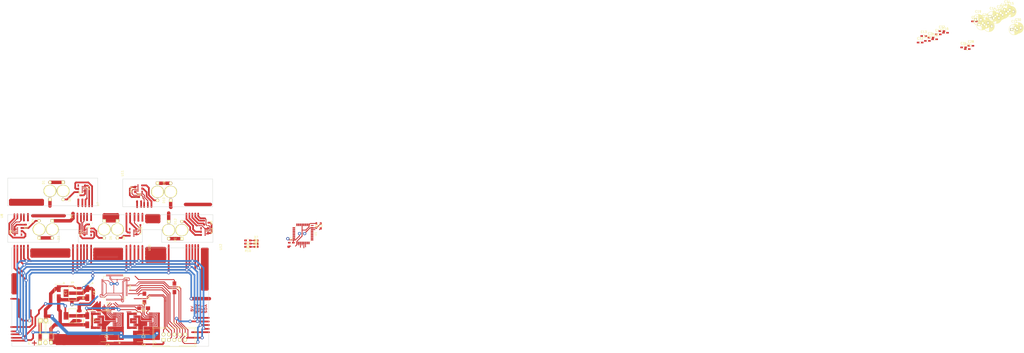
<source format=kicad_pcb>
(kicad_pcb (version 4) (host pcbnew 4.0.1-3.201512221402+6198~38~ubuntu14.04.1-stable)
  (layers (0 F.Cu signal) (31 B.Cu signal) (34 B.Paste user) (35 F.Paste user) (36 B.SilkS user) (37 F.SilkS user) (38 B.Mask user hide) (39 F.Mask user hide) (44 Edge.Cuts user))
  (net 0 "")
  (net 1 GND)
  (net 2 +5V)
  (net 3 +3V3)
  (net 4 /mobo/SWDIO)
  (net 5 /mobo/SWCLK)
  (net 6 /mobo/SCK)
  (net 7 /mobo/MISO)
  (net 8 /mobo/MOSI)
  (net 9 "Net-(U3-Pad1)")
  (net 10 "Net-(U3-Pad5)")
  (net 11 +12V)
  (net 12 /motors/M1PWM)
  (net 13 /mobo/M2PWM)
  (net 14 /mobo/M2A)
  (net 15 /mobo/M2B)
  (net 16 /mobo/M1PWM)
  (net 17 /mobo/M1A)
  (net 18 /mobo/M1B)
  (net 19 /mobo/RST)
  (net 20 "Net-(D3-Pad2)")
  (net 21 "Net-(D4-Pad2)")
  (net 22 "Net-(D6-Pad2)")
  (net 23 "Net-(D8-Pad2)")
  (net 24 "Net-(D10-Pad1)")
  (net 25 "Net-(D10-Pad2)")
  (net 26 "Net-(D11-Pad2)")
  (net 27 "Net-(D12-Pad2)")
  (net 28 /VCNL/EN0)
  (net 29 /VCNL/SDA)
  (net 30 /VCNL/EN1)
  (net 31 /VCNL/EN2)
  (net 32 /VCNL/EN3)
  (net 33 /VCNL/EN4)
  (net 34 /VCNL/EN5)
  (net 35 /VCNL/SCL)
  (net 36 "Net-(U7-Pad6)")
  (net 37 "Net-(U7-Pad1)")
  (net 38 "Net-(U7-Pad3)")
  (net 39 "Net-(U8-Pad6)")
  (net 40 "Net-(U8-Pad1)")
  (net 41 "Net-(U8-Pad3)")
  (net 42 "Net-(U9-Pad6)")
  (net 43 "Net-(U9-Pad1)")
  (net 44 "Net-(U9-Pad3)")
  (net 45 "Net-(U10-Pad6)")
  (net 46 "Net-(U10-Pad1)")
  (net 47 "Net-(U10-Pad3)")
  (net 48 "Net-(U11-Pad6)")
  (net 49 "Net-(U11-Pad1)")
  (net 50 "Net-(U11-Pad3)")
  (net 51 "Net-(U12-Pad6)")
  (net 52 "Net-(U12-Pad1)")
  (net 53 "Net-(U12-Pad3)")
  (net 54 "Net-(D1-Pad2)")
  (net 55 "Net-(D2-Pad2)")
  (net 56 "Net-(P1-Pad2)")
  (net 57 "Net-(Q1-Pad3)")
  (net 58 "Net-(Q2-Pad3)")
  (net 59 "Net-(Q3-Pad3)")
  (net 60 "Net-(Q4-Pad3)")
  (net 61 "Net-(Q5-Pad3)")
  (net 62 "Net-(Q6-Pad3)")
  (net 63 "Net-(R2-Pad1)")
  (net 64 "Net-(R6-Pad2)")
  (net 65 "Net-(U1-Pad2)")
  (net 66 "Net-(U1-Pad3)")
  (net 67 "Net-(U1-Pad6)")
  (net 68 "Net-(U1-Pad7)")
  (net 69 "Net-(U1-Pad8)")
  (net 70 "Net-(U1-Pad9)")
  (net 71 "Net-(U2-Pad1)")
  (net 72 "Net-(U2-Pad5)")
  (net 73 /motors/M2A)
  (net 74 /motors/M2PWM)
  (net 75 "Net-(P1-Pad1)")
  (net 76 /RST)
  (net 77 "Net-(D5-Pad1)")
  (net 78 "Net-(D7-Pad1)")
  (net 79 "Net-(D13-Pad1)")
  (net 80 "Net-(R9-Pad2)")
  (net 81 "Net-(R10-Pad2)")
  (net 82 /mobo/SDA)
  (net 83 /mobo/SCL)
  (net 84 /mobo/EN_DATA)
  (net 85 /mobo/EN_CLOCK)
  (net 86 /mobo/EN_RESET)
  (net 87 "Net-(U1-Pad16)")
  (net 88 "Net-(U6-Pad1)")
  (net 89 "Net-(U6-Pad2)")
  (net 90 "Net-(U6-Pad3)")
  (net 91 "Net-(U6-Pad4)")
  (net 92 "Net-(U6-Pad5)")
  (net 93 "Net-(U6-Pad6)")
  (net 94 "Net-(U6-Pad7)")
  (net 95 "Net-(U6-Pad8)")
  (net 96 "Net-(U6-Pad9)")
  (net 97 "Net-(U6-Pad10)")
  (net 98 "Net-(U6-Pad11)")
  (net 99 "Net-(U6-Pad14)")
  (net 100 "Net-(U6-Pad15)")
  (net 101 "Net-(U6-Pad16)")
  (net 102 "Net-(U6-Pad17)")
  (net 103 "Net-(U6-Pad20)")
  (net 104 "Net-(U6-Pad21)")
  (net 105 "Net-(U6-Pad22)")
  (net 106 "Net-(U6-Pad23)")
  (net 107 "Net-(U6-Pad24)")
  (net 108 "Net-(U6-Pad25)")
  (net 109 "Net-(U6-Pad26)")
  (net 110 "Net-(U6-Pad27)")
  (net 111 "Net-(U6-Pad28)")
  (net 112 "Net-(U6-Pad29)")
  (net 113 "Net-(U6-Pad30)")
  (net 114 "Net-(U6-Pad33)")
  (net 115 "Net-(U6-Pad34)")
  (net 116 "Net-(U6-Pad35)")
  (net 117 "Net-(U6-Pad36)")
  (net 118 "Net-(U6-Pad37)")
  (net 119 "Net-(U6-Pad38)")
  (net 120 "Net-(U6-Pad39)")
  (net 121 "Net-(U6-Pad40)")
  (net 122 "Net-(U6-Pad41)")
  (net 123 "Net-(U6-Pad42)")
  (net 124 "Net-(U6-Pad43)")
  (net 125 "Net-(U6-Pad44)")
  (net 126 "Net-(U6-Pad45)")
  (net 127 "Net-(U6-Pad50)")
  (net 128 "Net-(U6-Pad51)")
  (net 129 "Net-(U6-Pad52)")
  (net 130 "Net-(U6-Pad53)")
  (net 131 "Net-(U6-Pad54)")
  (net 132 "Net-(U6-Pad55)")
  (net 133 "Net-(U6-Pad56)")
  (net 134 "Net-(U6-Pad57)")
  (net 135 "Net-(U6-Pad60)")
  (net 136 "Net-(U6-Pad61)")
  (net 137 "Net-(U6-Pad62)")
  (net 138 "Net-(U1-Pad23)")
  (net 139 "Net-(U1-Pad24)")
  (net 140 "Net-(U1-Pad29)")
  (net 141 "Net-(U1-Pad30)")
  (module Housings_QFP:LQFP-64_10x10mm_Pitch0.5mm (layer F.Cu) (at 131.0075 109.5 270)
    (fp_text reference U6 (at 0 -7.2 270) (layer F.SilkS))
    (fp_text value STM32F100R6Tx)
    (pad 1 smd rect (at -5.7 -3.75 270) (size 1 0.25) (layers F.Cu F.Paste F.Mask) (net 88 "Net-(U6-Pad1)"))
    (pad 2 smd rect (at -5.7 -3.25 270) (size 1 0.25) (layers F.Cu F.Paste F.Mask) (net 89 "Net-(U6-Pad2)"))
    (pad 3 smd rect (at -5.7 -2.75 270) (size 1 0.25) (layers F.Cu F.Paste F.Mask) (net 90 "Net-(U6-Pad3)"))
    (pad 4 smd rect (at -5.7 -2.25 270) (size 1 0.25) (layers F.Cu F.Paste F.Mask) (net 91 "Net-(U6-Pad4)"))
    (pad 5 smd rect (at -5.7 -1.75 270) (size 1 0.25) (layers F.Cu F.Paste F.Mask) (net 92 "Net-(U6-Pad5)"))
    (pad 6 smd rect (at -5.7 -1.25 270) (size 1 0.25) (layers F.Cu F.Paste F.Mask) (net 93 "Net-(U6-Pad6)"))
    (pad 7 smd rect (at -5.7 -0.75 270) (size 1 0.25) (layers F.Cu F.Paste F.Mask) (net 94 "Net-(U6-Pad7)"))
    (pad 8 smd rect (at -5.7 -0.25 270) (size 1 0.25) (layers F.Cu F.Paste F.Mask) (net 95 "Net-(U6-Pad8)"))
    (pad 9 smd rect (at -5.7 0.25 270) (size 1 0.25) (layers F.Cu F.Paste F.Mask) (net 96 "Net-(U6-Pad9)"))
    (pad 10 smd rect (at -5.7 0.75 270) (size 1 0.25) (layers F.Cu F.Paste F.Mask) (net 97 "Net-(U6-Pad10)"))
    (pad 11 smd rect (at -5.7 1.25 270) (size 1 0.25) (layers F.Cu F.Paste F.Mask) (net 98 "Net-(U6-Pad11)"))
    (pad 12 smd rect (at -5.7 1.75 270) (size 1 0.25) (layers F.Cu F.Paste F.Mask) (net 1 GND))
    (pad 13 smd rect (at -5.7 2.25 270) (size 1 0.25) (layers F.Cu F.Paste F.Mask) (net 3 +3V3))
    (pad 14 smd rect (at -5.7 2.75 270) (size 1 0.25) (layers F.Cu F.Paste F.Mask) (net 99 "Net-(U6-Pad14)"))
    (pad 15 smd rect (at -5.7 3.25 270) (size 1 0.25) (layers F.Cu F.Paste F.Mask) (net 100 "Net-(U6-Pad15)"))
    (pad 16 smd rect (at -5.7 3.75 270) (size 1 0.25) (layers F.Cu F.Paste F.Mask) (net 101 "Net-(U6-Pad16)"))
    (pad 17 smd rect (at -3.75 5.7) (size 1 0.25) (layers F.Cu F.Paste F.Mask) (net 102 "Net-(U6-Pad17)"))
    (pad 18 smd rect (at -3.25 5.7) (size 1 0.25) (layers F.Cu F.Paste F.Mask) (net 1 GND))
    (pad 19 smd rect (at -2.75 5.7) (size 1 0.25) (layers F.Cu F.Paste F.Mask) (net 3 +3V3))
    (pad 20 smd rect (at -2.25 5.7) (size 1 0.25) (layers F.Cu F.Paste F.Mask) (net 103 "Net-(U6-Pad20)"))
    (pad 21 smd rect (at -1.75 5.7) (size 1 0.25) (layers F.Cu F.Paste F.Mask) (net 104 "Net-(U6-Pad21)"))
    (pad 22 smd rect (at -1.25 5.7) (size 1 0.25) (layers F.Cu F.Paste F.Mask) (net 105 "Net-(U6-Pad22)"))
    (pad 23 smd rect (at -0.75 5.7) (size 1 0.25) (layers F.Cu F.Paste F.Mask) (net 106 "Net-(U6-Pad23)"))
    (pad 24 smd rect (at -0.25 5.7) (size 1 0.25) (layers F.Cu F.Paste F.Mask) (net 107 "Net-(U6-Pad24)"))
    (pad 25 smd rect (at 0.25 5.7) (size 1 0.25) (layers F.Cu F.Paste F.Mask) (net 108 "Net-(U6-Pad25)"))
    (pad 26 smd rect (at 0.75 5.7) (size 1 0.25) (layers F.Cu F.Paste F.Mask) (net 109 "Net-(U6-Pad26)"))
    (pad 27 smd rect (at 1.25 5.7) (size 1 0.25) (layers F.Cu F.Paste F.Mask) (net 110 "Net-(U6-Pad27)"))
    (pad 28 smd rect (at 1.75 5.7) (size 1 0.25) (layers F.Cu F.Paste F.Mask) (net 111 "Net-(U6-Pad28)"))
    (pad 29 smd rect (at 2.25 5.7) (size 1 0.25) (layers F.Cu F.Paste F.Mask) (net 112 "Net-(U6-Pad29)"))
    (pad 30 smd rect (at 2.75 5.7) (size 1 0.25) (layers F.Cu F.Paste F.Mask) (net 113 "Net-(U6-Pad30)"))
    (pad 31 smd rect (at 3.25 5.7) (size 1 0.25) (layers F.Cu F.Paste F.Mask) (net 1 GND))
    (pad 32 smd rect (at 3.75 5.7) (size 1 0.25) (layers F.Cu F.Paste F.Mask) (net 3 +3V3))
    (pad 33 smd rect (at 5.7 3.75 270) (size 1 0.25) (layers F.Cu F.Paste F.Mask) (net 114 "Net-(U6-Pad33)"))
    (pad 34 smd rect (at 5.7 3.25 270) (size 1 0.25) (layers F.Cu F.Paste F.Mask) (net 115 "Net-(U6-Pad34)"))
    (pad 35 smd rect (at 5.7 2.75 270) (size 1 0.25) (layers F.Cu F.Paste F.Mask) (net 116 "Net-(U6-Pad35)"))
    (pad 36 smd rect (at 5.7 2.25 270) (size 1 0.25) (layers F.Cu F.Paste F.Mask) (net 117 "Net-(U6-Pad36)"))
    (pad 37 smd rect (at 5.7 1.75 270) (size 1 0.25) (layers F.Cu F.Paste F.Mask) (net 118 "Net-(U6-Pad37)"))
    (pad 38 smd rect (at 5.7 1.25 270) (size 1 0.25) (layers F.Cu F.Paste F.Mask) (net 119 "Net-(U6-Pad38)"))
    (pad 39 smd rect (at 5.7 0.75 270) (size 1 0.25) (layers F.Cu F.Paste F.Mask) (net 120 "Net-(U6-Pad39)"))
    (pad 40 smd rect (at 5.7 0.25 270) (size 1 0.25) (layers F.Cu F.Paste F.Mask) (net 121 "Net-(U6-Pad40)"))
    (pad 41 smd rect (at 5.7 -0.25 270) (size 1 0.25) (layers F.Cu F.Paste F.Mask) (net 122 "Net-(U6-Pad41)"))
    (pad 42 smd rect (at 5.7 -0.75 270) (size 1 0.25) (layers F.Cu F.Paste F.Mask) (net 123 "Net-(U6-Pad42)"))
    (pad 43 smd rect (at 5.7 -1.25 270) (size 1 0.25) (layers F.Cu F.Paste F.Mask) (net 124 "Net-(U6-Pad43)"))
    (pad 44 smd rect (at 5.7 -1.75 270) (size 1 0.25) (layers F.Cu F.Paste F.Mask) (net 125 "Net-(U6-Pad44)"))
    (pad 45 smd rect (at 5.7 -2.25 270) (size 1 0.25) (layers F.Cu F.Paste F.Mask) (net 126 "Net-(U6-Pad45)"))
    (pad 46 smd rect (at 5.7 -2.75 270) (size 1 0.25) (layers F.Cu F.Paste F.Mask) (net 4 /mobo/SWDIO))
    (pad 47 smd rect (at 5.7 -3.25 270) (size 1 0.25) (layers F.Cu F.Paste F.Mask) (net 1 GND))
    (pad 48 smd rect (at 5.7 -3.75 270) (size 1 0.25) (layers F.Cu F.Paste F.Mask) (net 3 +3V3))
    (pad 49 smd rect (at 3.75 -5.7) (size 1 0.25) (layers F.Cu F.Paste F.Mask) (net 5 /mobo/SWCLK))
    (pad 50 smd rect (at 3.25 -5.7) (size 1 0.25) (layers F.Cu F.Paste F.Mask) (net 127 "Net-(U6-Pad50)"))
    (pad 51 smd rect (at 2.75 -5.7) (size 1 0.25) (layers F.Cu F.Paste F.Mask) (net 128 "Net-(U6-Pad51)"))
    (pad 52 smd rect (at 2.25 -5.7) (size 1 0.25) (layers F.Cu F.Paste F.Mask) (net 129 "Net-(U6-Pad52)"))
    (pad 53 smd rect (at 1.75 -5.7) (size 1 0.25) (layers F.Cu F.Paste F.Mask) (net 130 "Net-(U6-Pad53)"))
    (pad 54 smd rect (at 1.25 -5.7) (size 1 0.25) (layers F.Cu F.Paste F.Mask) (net 131 "Net-(U6-Pad54)"))
    (pad 55 smd rect (at 0.75 -5.7) (size 1 0.25) (layers F.Cu F.Paste F.Mask) (net 132 "Net-(U6-Pad55)"))
    (pad 56 smd rect (at 0.25 -5.7) (size 1 0.25) (layers F.Cu F.Paste F.Mask) (net 133 "Net-(U6-Pad56)"))
    (pad 57 smd rect (at -0.25 -5.7) (size 1 0.25) (layers F.Cu F.Paste F.Mask) (net 134 "Net-(U6-Pad57)"))
    (pad 58 smd rect (at -0.75 -5.7) (size 1 0.25) (layers F.Cu F.Paste F.Mask) (net 83 /mobo/SCL))
    (pad 59 smd rect (at -1.25 -5.7) (size 1 0.25) (layers F.Cu F.Paste F.Mask) (net 82 /mobo/SDA))
    (pad 60 smd rect (at -1.75 -5.7) (size 1 0.25) (layers F.Cu F.Paste F.Mask) (net 135 "Net-(U6-Pad60)"))
    (pad 61 smd rect (at -2.25 -5.7) (size 1 0.25) (layers F.Cu F.Paste F.Mask) (net 136 "Net-(U6-Pad61)"))
    (pad 62 smd rect (at -2.75 -5.7) (size 1 0.25) (layers F.Cu F.Paste F.Mask) (net 137 "Net-(U6-Pad62)"))
    (pad 63 smd rect (at -3.25 -5.7) (size 1 0.25) (layers F.Cu F.Paste F.Mask) (net 1 GND))
    (pad 64 smd rect (at -3.75 -5.7) (size 1 0.25) (layers F.Cu F.Paste F.Mask) (net 3 +3V3))
  )
  (module Resistors_SMD:R_0603_HandSoldering (layer F.Cu) (at 193.4075 90.4725 180)
    (fp_text reference R10 (at 0 -1.9 180) (layer F.SilkS))
    (fp_text value R)
    (pad 1 smd rect (at -1.1 0 180) (size 1.2 0.9) (layers F.Cu F.Paste F.Mask) (net 79 "Net-(D13-Pad1)"))
    (pad 2 smd rect (at 1.1 0 180) (size 1.2 0.9) (layers F.Cu F.Paste F.Mask) (net 81 "Net-(R10-Pad2)"))
  )
  (module Housings_QFP:LQFP-32_7x7mm_Pitch0.8mm (layer F.Cu) (at 219.175918 84.396515 270)
    (fp_text reference U1 (at 0 -5.85 270) (layer F.SilkS))
    (fp_text value STM32F030K6Tx)
    (pad 1 smd rect (at -4.25 -2.8 270) (size 1.2 0.6) (layers F.Cu F.Paste F.Mask) (net 3 +3V3))
    (pad 2 smd rect (at -4.25 -2 270) (size 1.2 0.6) (layers F.Cu F.Paste F.Mask) (net 65 "Net-(U1-Pad2)"))
    (pad 3 smd rect (at -4.25 -1.2 270) (size 1.2 0.6) (layers F.Cu F.Paste F.Mask) (net 66 "Net-(U1-Pad3)"))
    (pad 4 smd rect (at -4.25 -0.4 270) (size 1.2 0.6) (layers F.Cu F.Paste F.Mask) (net 19 /mobo/RST))
    (pad 5 smd rect (at -4.25 0.4 270) (size 1.2 0.6) (layers F.Cu F.Paste F.Mask) (net 3 +3V3))
    (pad 6 smd rect (at -4.25 1.2 270) (size 1.2 0.6) (layers F.Cu F.Paste F.Mask) (net 67 "Net-(U1-Pad6)"))
    (pad 7 smd rect (at -4.25 2 270) (size 1.2 0.6) (layers F.Cu F.Paste F.Mask) (net 68 "Net-(U1-Pad7)"))
    (pad 8 smd rect (at -4.25 2.8 270) (size 1.2 0.6) (layers F.Cu F.Paste F.Mask) (net 69 "Net-(U1-Pad8)"))
    (pad 9 smd rect (at -2.8 4.25) (size 1.2 0.6) (layers F.Cu F.Paste F.Mask) (net 70 "Net-(U1-Pad9)"))
    (pad 10 smd rect (at -2 4.25) (size 1.2 0.6) (layers F.Cu F.Paste F.Mask) (net 81 "Net-(R10-Pad2)"))
    (pad 11 smd rect (at -1.2 4.25) (size 1.2 0.6) (layers F.Cu F.Paste F.Mask) (net 64 "Net-(R6-Pad2)"))
    (pad 12 smd rect (at -0.4 4.25) (size 1.2 0.6) (layers F.Cu F.Paste F.Mask) (net 80 "Net-(R9-Pad2)"))
    (pad 13 smd rect (at 0.4 4.25) (size 1.2 0.6) (layers F.Cu F.Paste F.Mask) (net 84 /mobo/EN_DATA))
    (pad 14 smd rect (at 1.2 4.25) (size 1.2 0.6) (layers F.Cu F.Paste F.Mask) (net 85 /mobo/EN_CLOCK))
    (pad 15 smd rect (at 2 4.25) (size 1.2 0.6) (layers F.Cu F.Paste F.Mask) (net 86 /mobo/EN_RESET))
    (pad 16 smd rect (at 2.8 4.25) (size 1.2 0.6) (layers F.Cu F.Paste F.Mask) (net 87 "Net-(U1-Pad16)"))
    (pad 17 smd rect (at 4.25 2.8 270) (size 1.2 0.6) (layers F.Cu F.Paste F.Mask) (net 3 +3V3))
    (pad 18 smd rect (at 4.25 2 270) (size 1.2 0.6) (layers F.Cu F.Paste F.Mask) (net 16 /mobo/M1PWM))
    (pad 19 smd rect (at 4.25 1.2 270) (size 1.2 0.6) (layers F.Cu F.Paste F.Mask) (net 18 /mobo/M1B))
    (pad 20 smd rect (at 4.25 0.4 270) (size 1.2 0.6) (layers F.Cu F.Paste F.Mask) (net 17 /mobo/M1A))
    (pad 21 smd rect (at 4.25 -0.4 270) (size 1.2 0.6) (layers F.Cu F.Paste F.Mask) (net 13 /mobo/M2PWM))
    (pad 22 smd rect (at 4.25 -1.2 270) (size 1.2 0.6) (layers F.Cu F.Paste F.Mask) (net 15 /mobo/M2B))
    (pad 23 smd rect (at 4.25 -2 270) (size 1.2 0.6) (layers F.Cu F.Paste F.Mask) (net 138 "Net-(U1-Pad23)"))
    (pad 24 smd rect (at 4.25 -2.8 270) (size 1.2 0.6) (layers F.Cu F.Paste F.Mask) (net 139 "Net-(U1-Pad24)"))
    (pad 25 smd rect (at 2.8 -4.25) (size 1.2 0.6) (layers F.Cu F.Paste F.Mask) (net 14 /mobo/M2A))
    (pad 26 smd rect (at 2 -4.25) (size 1.2 0.6) (layers F.Cu F.Paste F.Mask) (net 6 /mobo/SCK))
    (pad 27 smd rect (at 1.2 -4.25) (size 1.2 0.6) (layers F.Cu F.Paste F.Mask) (net 7 /mobo/MISO))
    (pad 28 smd rect (at 0.4 -4.25) (size 1.2 0.6) (layers F.Cu F.Paste F.Mask) (net 8 /mobo/MOSI))
    (pad 29 smd rect (at -0.4 -4.25) (size 1.2 0.6) (layers F.Cu F.Paste F.Mask) (net 140 "Net-(U1-Pad29)"))
    (pad 30 smd rect (at -1.2 -4.25) (size 1.2 0.6) (layers F.Cu F.Paste F.Mask) (net 141 "Net-(U1-Pad30)"))
    (pad 31 smd rect (at -2 -4.25) (size 1.2 0.6) (layers F.Cu F.Paste F.Mask) (net 63 "Net-(R2-Pad1)"))
    (pad 32 smd rect (at -2.8 -4.25) (size 1.2 0.6) (layers F.Cu F.Paste F.Mask) (net 87 "Net-(U1-Pad16)"))
  )
  (module Connect:IDC_Header_Straight_10pins (layer F.Cu) (at 153.9275 133.9725)
    (fp_text reference P4 (at 5.08 -7.62) (layer F.SilkS))
    (fp_text value CONN_02X05)
    (pad 1 thru_hole rect (at 0 0) (size 1.7272 1.7272) (drill 1.016) (layers *.Cu *.Mask F.SilkS) (net 1 GND))
    (pad 2 thru_hole oval (at 0 -2.54) (size 1.7272 1.7272) (drill 1.016) (layers *.Cu *.Mask F.SilkS) (net 4 /mobo/SWDIO))
    (pad 3 thru_hole oval (at 2.54 0) (size 1.7272 1.7272) (drill 1.016) (layers *.Cu *.Mask F.SilkS) (net 6 /mobo/SCK))
    (pad 4 thru_hole oval (at 2.54 -2.54) (size 1.7272 1.7272) (drill 1.016) (layers *.Cu *.Mask F.SilkS) (net 5 /mobo/SWCLK))
    (pad 5 thru_hole oval (at 5.08 0) (size 1.7272 1.7272) (drill 1.016) (layers *.Cu *.Mask F.SilkS) (net 8 /mobo/MOSI))
    (pad 6 thru_hole oval (at 5.08 -2.54) (size 1.7272 1.7272) (drill 1.016) (layers *.Cu *.Mask F.SilkS) (net 7 /mobo/MISO))
    (pad 7 thru_hole oval (at 7.62 0) (size 1.7272 1.7272) (drill 1.016) (layers *.Cu *.Mask F.SilkS) (net 3 +3V3))
    (pad 8 thru_hole oval (at 7.62 -2.54) (size 1.7272 1.7272) (drill 1.016) (layers *.Cu *.Mask F.SilkS) (net 76 /RST))
    (pad 9 thru_hole oval (at 10.16 0) (size 1.7272 1.7272) (drill 1.016) (layers *.Cu *.Mask F.SilkS) (net 82 /mobo/SDA))
    (pad 10 thru_hole oval (at 10.16 -2.54) (size 1.7272 1.7272) (drill 1.016) (layers *.Cu *.Mask F.SilkS) (net 83 /mobo/SCL))
  )
  (module warsztaty:TB6612 (layer F.Cu) (at 127.418 125.052)
    (fp_text reference U3 (at 0 -5.25) (layer F.SilkS))
    (fp_text value TB6612)
    (pad 1 smd rect (at -3.6 -3.575) (size 1.75 0.45) (layers F.Cu F.Paste F.Mask) (net 9 "Net-(U3-Pad1)"))
    (pad 2 smd rect (at -3.6 -2.925) (size 1.75 0.45) (layers F.Cu F.Paste F.Mask) (net 9 "Net-(U3-Pad1)"))
    (pad 3 smd rect (at -3.6 -2.275) (size 1.75 0.45) (layers F.Cu F.Paste F.Mask) (net 1 GND))
    (pad 4 smd rect (at -3.6 -1.625) (size 1.75 0.45) (layers F.Cu F.Paste F.Mask) (net 1 GND))
    (pad 5 smd rect (at -3.6 -0.975) (size 1.75 0.45) (layers F.Cu F.Paste F.Mask) (net 10 "Net-(U3-Pad5)"))
    (pad 6 smd rect (at -3.6 -0.325) (size 1.75 0.45) (layers F.Cu F.Paste F.Mask) (net 10 "Net-(U3-Pad5)"))
    (pad 7 smd rect (at -3.6 0.325) (size 1.75 0.45) (layers F.Cu F.Paste F.Mask) (net 10 "Net-(U3-Pad5)"))
    (pad 8 smd rect (at -3.6 0.975) (size 1.75 0.45) (layers F.Cu F.Paste F.Mask) (net 10 "Net-(U3-Pad5)"))
    (pad 9 smd rect (at -3.6 1.625) (size 1.75 0.45) (layers F.Cu F.Paste F.Mask) (net 1 GND))
    (pad 10 smd rect (at -3.6 2.275) (size 1.75 0.45) (layers F.Cu F.Paste F.Mask) (net 1 GND))
    (pad 11 smd rect (at -3.6 2.925) (size 1.75 0.45) (layers F.Cu F.Paste F.Mask) (net 9 "Net-(U3-Pad1)"))
    (pad 12 smd rect (at -3.6 3.575) (size 1.75 0.45) (layers F.Cu F.Paste F.Mask) (net 9 "Net-(U3-Pad1)"))
    (pad 13 smd rect (at 3.6 3.575) (size 1.75 0.45) (layers F.Cu F.Paste F.Mask) (net 11 +12V))
    (pad 14 smd rect (at 3.6 2.925) (size 1.75 0.45) (layers F.Cu F.Paste F.Mask) (net 11 +12V))
    (pad 15 smd rect (at 3.6 2.275) (size 1.75 0.45) (layers F.Cu F.Paste F.Mask) (net 12 /motors/M1PWM))
    (pad 16 smd rect (at 3.6 1.625) (size 1.75 0.45) (layers F.Cu F.Paste F.Mask) (net 17 /mobo/M1A))
    (pad 17 smd rect (at 3.6 0.975) (size 1.75 0.45) (layers F.Cu F.Paste F.Mask) (net 18 /mobo/M1B))
    (pad 18 smd rect (at 3.6 0.325) (size 1.75 0.45) (layers F.Cu F.Paste F.Mask) (net 1 GND))
    (pad 19 smd rect (at 3.6 -0.325) (size 1.75 0.45) (layers F.Cu F.Paste F.Mask) (net 3 +3V3))
    (pad 20 smd rect (at 3.6 -0.975) (size 1.75 0.45) (layers F.Cu F.Paste F.Mask) (net 3 +3V3))
    (pad 21 smd rect (at 3.6 -1.625) (size 1.75 0.45) (layers F.Cu F.Paste F.Mask) (net 18 /mobo/M1B))
    (pad 22 smd rect (at 3.6 -2.275) (size 1.75 0.45) (layers F.Cu F.Paste F.Mask) (net 17 /mobo/M1A))
    (pad 23 smd rect (at 3.6 -2.925) (size 1.75 0.45) (layers F.Cu F.Paste F.Mask) (net 12 /motors/M1PWM))
    (pad 24 smd rect (at 3.6 -3.575) (size 1.75 0.45) (layers F.Cu F.Paste F.Mask) (net 11 +12V))
  )
  (module Capacitors_Tantalum_SMD:TantalC_SizeB_EIA-3528_HandSoldering (layer F.Cu) (at 104.923 112.133 270)
    (fp_text reference C7 (at -0.20066 -3.29946 270) (layer F.SilkS))
    (fp_text value CP)
    (fp_text user + (at -4.70154 -2.4003 270) (layer F.SilkS))
    (pad 2 smd rect (at 2.12598 0 270) (size 3.1496 1.80086) (layers F.Cu F.Paste F.Mask) (net 1 GND))
    (pad 1 smd rect (at -2.12598 0 270) (size 3.1496 1.80086) (layers F.Cu F.Paste F.Mask) (net 11 +12V))
  )
  (module TO_SOT_Packages_SMD:SOT-23 (layer F.Cu) (at 173.93 79.185001 270)
    (fp_text reference Q6 (at 0 -2.25 270) (layer F.SilkS))
    (fp_text value BSS138)
    (pad 1 smd rect (at -0.95 1.00076 270) (size 0.8001 0.8001) (layers F.Cu F.Paste F.Mask) (net 34 /VCNL/EN5))
    (pad 2 smd rect (at 0.95 1.00076 270) (size 0.8001 0.8001) (layers F.Cu F.Paste F.Mask) (net 29 /VCNL/SDA))
    (pad 3 smd rect (at 0 -0.99822 270) (size 0.8001 0.8001) (layers F.Cu F.Paste F.Mask) (net 62 "Net-(Q6-Pad3)"))
  )
  (module warsztaty:TB6612 (layer F.Cu) (at 144.318 125.052)
    (fp_text reference U2 (at 0 -5.25) (layer F.SilkS))
    (fp_text value TB6612)
    (pad 1 smd rect (at -3.6 -3.575) (size 1.75 0.45) (layers F.Cu F.Paste F.Mask) (net 71 "Net-(U2-Pad1)"))
    (pad 2 smd rect (at -3.6 -2.925) (size 1.75 0.45) (layers F.Cu F.Paste F.Mask) (net 71 "Net-(U2-Pad1)"))
    (pad 3 smd rect (at -3.6 -2.275) (size 1.75 0.45) (layers F.Cu F.Paste F.Mask) (net 1 GND))
    (pad 4 smd rect (at -3.6 -1.625) (size 1.75 0.45) (layers F.Cu F.Paste F.Mask) (net 1 GND))
    (pad 5 smd rect (at -3.6 -0.975) (size 1.75 0.45) (layers F.Cu F.Paste F.Mask) (net 72 "Net-(U2-Pad5)"))
    (pad 6 smd rect (at -3.6 -0.325) (size 1.75 0.45) (layers F.Cu F.Paste F.Mask) (net 72 "Net-(U2-Pad5)"))
    (pad 7 smd rect (at -3.6 0.325) (size 1.75 0.45) (layers F.Cu F.Paste F.Mask) (net 72 "Net-(U2-Pad5)"))
    (pad 8 smd rect (at -3.6 0.975) (size 1.75 0.45) (layers F.Cu F.Paste F.Mask) (net 72 "Net-(U2-Pad5)"))
    (pad 9 smd rect (at -3.6 1.625) (size 1.75 0.45) (layers F.Cu F.Paste F.Mask) (net 1 GND))
    (pad 10 smd rect (at -3.6 2.275) (size 1.75 0.45) (layers F.Cu F.Paste F.Mask) (net 1 GND))
    (pad 11 smd rect (at -3.6 2.925) (size 1.75 0.45) (layers F.Cu F.Paste F.Mask) (net 71 "Net-(U2-Pad1)"))
    (pad 12 smd rect (at -3.6 3.575) (size 1.75 0.45) (layers F.Cu F.Paste F.Mask) (net 71 "Net-(U2-Pad1)"))
    (pad 13 smd rect (at 3.6 3.575) (size 1.75 0.45) (layers F.Cu F.Paste F.Mask) (net 11 +12V))
    (pad 14 smd rect (at 3.6 2.925) (size 1.75 0.45) (layers F.Cu F.Paste F.Mask) (net 11 +12V))
    (pad 15 smd rect (at 3.6 2.275) (size 1.75 0.45) (layers F.Cu F.Paste F.Mask) (net 74 /motors/M2PWM))
    (pad 16 smd rect (at 3.6 1.625) (size 1.75 0.45) (layers F.Cu F.Paste F.Mask) (net 73 /motors/M2A))
    (pad 17 smd rect (at 3.6 0.975) (size 1.75 0.45) (layers F.Cu F.Paste F.Mask) (net 15 /mobo/M2B))
    (pad 18 smd rect (at 3.6 0.325) (size 1.75 0.45) (layers F.Cu F.Paste F.Mask) (net 1 GND))
    (pad 19 smd rect (at 3.6 -0.325) (size 1.75 0.45) (layers F.Cu F.Paste F.Mask) (net 3 +3V3))
    (pad 20 smd rect (at 3.6 -0.975) (size 1.75 0.45) (layers F.Cu F.Paste F.Mask) (net 3 +3V3))
    (pad 21 smd rect (at 3.6 -1.625) (size 1.75 0.45) (layers F.Cu F.Paste F.Mask) (net 15 /mobo/M2B))
    (pad 22 smd rect (at 3.6 -2.275) (size 1.75 0.45) (layers F.Cu F.Paste F.Mask) (net 73 /motors/M2A))
    (pad 23 smd rect (at 3.6 -2.925) (size 1.75 0.45) (layers F.Cu F.Paste F.Mask) (net 74 /motors/M2PWM))
    (pad 24 smd rect (at 3.6 -3.575) (size 1.75 0.45) (layers F.Cu F.Paste F.Mask) (net 11 +12V))
  )
  (module Capacitors_SMD:C_0603_HandSoldering (layer F.Cu) (at 144.518 130.577 180)
    (fp_text reference C3 (at 0 -1.9 180) (layer F.SilkS))
    (fp_text value 100n)
    (pad 1 smd rect (at -0.95 0 180) (size 1.2 0.75) (layers F.Cu F.Paste F.Mask) (net 11 +12V))
    (pad 2 smd rect (at 0.95 0 180) (size 1.2 0.75) (layers F.Cu F.Paste F.Mask) (net 1 GND))
  )
  (module Capacitors_SMD:C_0603_HandSoldering (layer F.Cu) (at 127.318001 130.577 180)
    (fp_text reference C4 (at 0 -1.9 180) (layer F.SilkS))
    (fp_text value 100n)
    (pad 1 smd rect (at -0.95 0 180) (size 1.2 0.75) (layers F.Cu F.Paste F.Mask) (net 11 +12V))
    (pad 2 smd rect (at 0.95 0 180) (size 1.2 0.75) (layers F.Cu F.Paste F.Mask) (net 1 GND))
  )
  (module Capacitors_Tantalum_SMD:TantalC_SizeC_EIA-6032_HandSoldering (layer F.Cu) (at 127.618 133.177 180)
    (fp_text reference C5 (at -0.20066 -3.29946 180) (layer F.SilkS))
    (fp_text value 100u)
    (fp_text user + (at -5.75056 -2.19964 180) (layer F.SilkS))
    (pad 2 smd rect (at 2.99974 0 180) (size 3.50012 1.80086) (layers F.Cu F.Paste F.Mask) (net 1 GND))
    (pad 1 smd rect (at -2.99974 0 180) (size 3.50012 1.80086) (layers F.Cu F.Paste F.Mask) (net 11 +12V))
  )
  (module Capacitors_Tantalum_SMD:TantalC_SizeC_EIA-6032_HandSoldering (layer F.Cu) (at 144.518 133.177 180)
    (fp_text reference C6 (at -0.20066 -3.29946 180) (layer F.SilkS))
    (fp_text value 100u)
    (fp_text user + (at -5.75056 -2.19964 180) (layer F.SilkS))
    (pad 2 smd rect (at 2.99974 0 180) (size 3.50012 1.80086) (layers F.Cu F.Paste F.Mask) (net 1 GND))
    (pad 1 smd rect (at -2.99974 0 180) (size 3.50012 1.80086) (layers F.Cu F.Paste F.Mask) (net 11 +12V))
  )
  (module Resistors_SMD:R_0603_HandSoldering (layer F.Cu) (at 227.4925 80.70597 90)
    (fp_text reference R2 (at 0 -1.9 90) (layer F.SilkS))
    (fp_text value 4K7)
    (pad 1 smd rect (at -1.1 0 90) (size 1.2 0.9) (layers F.Cu F.Paste F.Mask) (net 63 "Net-(R2-Pad1)"))
    (pad 2 smd rect (at 1.1 0 90) (size 1.2 0.9) (layers F.Cu F.Paste F.Mask) (net 1 GND))
  )
  (module Capacitors_SMD:C_0603_HandSoldering (layer F.Cu) (at 213.718 88.5195)
    (fp_text reference C1 (at 0 -1.9) (layer F.SilkS))
    (fp_text value 100n)
    (pad 1 smd rect (at -0.95 0) (size 1.2 0.75) (layers F.Cu F.Paste F.Mask) (net 3 +3V3))
    (pad 2 smd rect (at 0.95 0) (size 1.2 0.75) (layers F.Cu F.Paste F.Mask) (net 1 GND))
  )
  (module Capacitors_SMD:C_0603_HandSoldering (layer F.Cu) (at 225.4375 80.49 270)
    (fp_text reference C2 (at 0 -1.9 270) (layer F.SilkS))
    (fp_text value 100n)
    (pad 1 smd rect (at -0.95 0 270) (size 1.2 0.75) (layers F.Cu F.Paste F.Mask) (net 3 +3V3))
    (pad 2 smd rect (at 0.95 0 270) (size 1.2 0.75) (layers F.Cu F.Paste F.Mask) (net 1 GND))
  )
  (module Capacitors_Tantalum_SMD:TantalC_SizeB_EIA-3528_HandSoldering (layer F.Cu) (at 118.2805 112.133 270)
    (fp_text reference C8 (at -0.20066 -3.29946 270) (layer F.SilkS))
    (fp_text value CP)
    (fp_text user + (at -4.70154 -2.4003 270) (layer F.SilkS))
    (pad 2 smd rect (at 2.12598 0 270) (size 3.1496 1.80086) (layers F.Cu F.Paste F.Mask) (net 1 GND))
    (pad 1 smd rect (at -2.12598 0 270) (size 3.1496 1.80086) (layers F.Cu F.Paste F.Mask) (net 2 +5V))
  )
  (module Capacitors_Tantalum_SMD:TantalC_SizeB_EIA-3528_HandSoldering (layer F.Cu) (at 118.280499 124.8055 270)
    (fp_text reference C9 (at -0.20066 -3.29946 270) (layer F.SilkS))
    (fp_text value CP)
    (fp_text user + (at -4.70154 -2.4003 270) (layer F.SilkS))
    (pad 2 smd rect (at 2.12598 0 270) (size 3.1496 1.80086) (layers F.Cu F.Paste F.Mask) (net 1 GND))
    (pad 1 smd rect (at -2.12598 0 270) (size 3.1496 1.80086) (layers F.Cu F.Paste F.Mask) (net 3 +3V3))
  )
  (module Pin_Headers:Pin_Header_Straight_1x02 (layer F.Cu) (at 96.365 124.985 90)
    (fp_text reference P2 (at 0 -5.1 90) (layer F.SilkS))
    (fp_text value SWITCH)
    (pad 1 thru_hole rect (at 0 0 90) (size 2.032 2.032) (drill 1.016) (layers *.Cu *.Mask F.SilkS) (net 75 "Net-(P1-Pad1)"))
    (pad 2 thru_hole oval (at 0 2.54 90) (size 2.032 2.032) (drill 1.016) (layers *.Cu *.Mask F.SilkS) (net 11 +12V))
  )
  (module warsztaty:LM1117_SOT223 (layer F.Cu) (at 111.430499 112.133 180)
    (fp_text reference U4 (at 0 5.08 180) (layer F.SilkS) (effects (font (size 0.762 0.762) (thickness 0.1524))))
    (fp_text value LM1117 hide)
    (pad 3 smd rect (at -3.1 -2.3 180) (size 2.2 1.2) (layers F.Cu F.Paste F.Mask) (net 1 GND))
    (pad 2 smd rect (at -3.1 0 180) (size 2.2 1.2) (layers F.Cu F.Paste F.Mask) (net 2 +5V))
    (pad 1 smd rect (at -3.1 2.3 180) (size 2.2 1.2) (layers F.Cu F.Paste F.Mask) (net 11 +12V))
    (pad 2 smd rect (at 3.1 0 180) (size 2.2 3.5) (layers F.Cu F.Paste F.Mask) (net 2 +5V))
  )
  (module warsztaty:LM1117_SOT223 (layer F.Cu) (at 111.4305 122.7505 180)
    (fp_text reference U5 (at 0 5.08 180) (layer F.SilkS) (effects (font (size 0.762 0.762) (thickness 0.1524))))
    (fp_text value LM1117 hide)
    (pad 3 smd rect (at -3.1 -2.3 180) (size 2.2 1.2) (layers F.Cu F.Paste F.Mask) (net 1 GND))
    (pad 2 smd rect (at -3.1 0 180) (size 2.2 1.2) (layers F.Cu F.Paste F.Mask) (net 3 +3V3))
    (pad 1 smd rect (at -3.1 2.3 180) (size 2.2 1.2) (layers F.Cu F.Paste F.Mask) (net 2 +5V))
    (pad 2 smd rect (at 3.1 0 180) (size 2.2 3.5) (layers F.Cu F.Paste F.Mask) (net 3 +3V3))
  )
  (module Capacitors_ThroughHole:C_Radial_D5_L6_P2.5 (layer F.Cu) (at 542.237269 -16.540679)
    (fp_text reference C10 (at 1.25 -3.8) (layer F.SilkS))
    (fp_text value 10u)
    (pad 1 thru_hole rect (at 0 0) (size 1.3 1.3) (drill 0.8) (layers *.Cu *.Mask F.SilkS) (net 3 +3V3))
    (pad 2 thru_hole circle (at 2.5 0) (size 1.3 1.3) (drill 0.8) (layers *.Cu *.Mask F.SilkS) (net 1 GND))
  )
  (module Capacitors_ThroughHole:C_Radial_D5_L6_P2.5 (layer F.Cu) (at 550.716479 -11.204488)
    (fp_text reference C11 (at 1.25 -3.8) (layer F.SilkS))
    (fp_text value 10u)
    (pad 1 thru_hole rect (at 0 0) (size 1.3 1.3) (drill 0.8) (layers *.Cu *.Mask F.SilkS) (net 3 +3V3))
    (pad 2 thru_hole circle (at 2.5 0) (size 1.3 1.3) (drill 0.8) (layers *.Cu *.Mask F.SilkS) (net 1 GND))
  )
  (module Capacitors_SMD:C_0603_HandSoldering (layer F.Cu) (at 509.570429 -8.155236)
    (fp_text reference C13 (at 0 -1.9) (layer F.SilkS))
    (fp_text value 100n)
    (pad 1 smd rect (at -0.95 0) (size 1.2 0.75) (layers F.Cu F.Paste F.Mask) (net 3 +3V3))
    (pad 2 smd rect (at 0.95 0) (size 1.2 0.75) (layers F.Cu F.Paste F.Mask) (net 1 GND))
  )
  (module Capacitors_SMD:C_0603_HandSoldering (layer F.Cu) (at 533.312217 -15.016053)
    (fp_text reference C12 (at 0 -1.9) (layer F.SilkS))
    (fp_text value 100n)
    (pad 1 smd rect (at -0.95 0) (size 1.2 0.75) (layers F.Cu F.Paste F.Mask) (net 3 +3V3))
    (pad 2 smd rect (at 0.95 0) (size 1.2 0.75) (layers F.Cu F.Paste F.Mask) (net 1 GND))
  )
  (module Capacitors_ThroughHole:C_Radial_D5_L6_P2.5 (layer F.Cu) (at 549.020637 -19.589931)
    (fp_text reference C15 (at 1.25 -3.8) (layer F.SilkS))
    (fp_text value 22u)
    (pad 1 thru_hole rect (at 0 0) (size 1.3 1.3) (drill 0.8) (layers *.Cu *.Mask F.SilkS) (net 2 +5V))
    (pad 2 thru_hole circle (at 2.5 0) (size 1.3 1.3) (drill 0.8) (layers *.Cu *.Mask F.SilkS) (net 1 GND))
  )
  (module Capacitors_SMD:C_0603_HandSoldering (layer F.Cu) (at 516.353797 -8.917549)
    (fp_text reference C17 (at 0 -1.9) (layer F.SilkS))
    (fp_text value 100n)
    (pad 1 smd rect (at -0.95 0) (size 1.2 0.75) (layers F.Cu F.Paste F.Mask) (net 2 +5V))
    (pad 2 smd rect (at 0.95 0) (size 1.2 0.75) (layers F.Cu F.Paste F.Mask) (net 1 GND))
  )
  (module Capacitors_ThroughHole:C_Radial_D5_L6_P2.5 (layer F.Cu) (at 540.541427 -17.302992)
    (fp_text reference C14 (at 1.25 -3.8) (layer F.SilkS))
    (fp_text value 22u)
    (pad 1 thru_hole rect (at 0 0) (size 1.3 1.3) (drill 0.8) (layers *.Cu *.Mask F.SilkS) (net 2 +5V))
    (pad 2 thru_hole circle (at 2.5 0) (size 1.3 1.3) (drill 0.8) (layers *.Cu *.Mask F.SilkS) (net 1 GND))
  )
  (module Capacitors_ThroughHole:C_Radial_D5_L6_P2.5 (layer F.Cu) (at 545.628953 -18.827618)
    (fp_text reference C18 (at 1.25 -3.8) (layer F.SilkS))
    (fp_text value 10u)
    (pad 1 thru_hole rect (at 0 0) (size 1.3 1.3) (drill 0.8) (layers *.Cu *.Mask F.SilkS) (net 3 +3V3))
    (pad 2 thru_hole circle (at 2.5 0) (size 1.3 1.3) (drill 0.8) (layers *.Cu *.Mask F.SilkS) (net 1 GND))
  )
  (module Capacitors_ThroughHole:C_Radial_D5_L6_P2.5 (layer F.Cu) (at 533.758059 -15.778366)
    (fp_text reference C19 (at 1.25 -3.8) (layer F.SilkS))
    (fp_text value 10u)
    (pad 1 thru_hole rect (at 0 0) (size 1.3 1.3) (drill 0.8) (layers *.Cu *.Mask F.SilkS) (net 3 +3V3))
    (pad 2 thru_hole circle (at 2.5 0) (size 1.3 1.3) (drill 0.8) (layers *.Cu *.Mask F.SilkS) (net 1 GND))
  )
  (module Capacitors_SMD:C_0603_HandSoldering (layer F.Cu) (at 519.745481 -9.679862)
    (fp_text reference C16 (at 0 -1.9) (layer F.SilkS))
    (fp_text value 100n)
    (pad 1 smd rect (at -0.95 0) (size 1.2 0.75) (layers F.Cu F.Paste F.Mask) (net 2 +5V))
    (pad 2 smd rect (at 0.95 0) (size 1.2 0.75) (layers F.Cu F.Paste F.Mask) (net 1 GND))
  )
  (module Capacitors_SMD:C_0603_HandSoldering (layer F.Cu) (at 514.657955 -6.63061)
    (fp_text reference C20 (at 0 -1.9) (layer F.SilkS))
    (fp_text value 100n)
    (pad 1 smd rect (at -0.95 0) (size 1.2 0.75) (layers F.Cu F.Paste F.Mask) (net 3 +3V3))
    (pad 2 smd rect (at 0.95 0) (size 1.2 0.75) (layers F.Cu F.Paste F.Mask) (net 1 GND))
  )
  (module Capacitors_SMD:C_0603_HandSoldering (layer F.Cu) (at 528.224691 -2.819045)
    (fp_text reference C21 (at 0 -1.9) (layer F.SilkS))
    (fp_text value 100n)
    (pad 1 smd rect (at -0.95 0) (size 1.2 0.75) (layers F.Cu F.Paste F.Mask) (net 3 +3V3))
    (pad 2 smd rect (at 0.95 0) (size 1.2 0.75) (layers F.Cu F.Paste F.Mask) (net 1 GND))
  )
  (module Capacitors_ThroughHole:C_Radial_D5_L6_P2.5 (layer F.Cu) (at 535.453901 -13.491427)
    (fp_text reference C22 (at 1.25 -3.8) (layer F.SilkS))
    (fp_text value 22u)
    (pad 1 thru_hole rect (at 0 0) (size 1.3 1.3) (drill 0.8) (layers *.Cu *.Mask F.SilkS) (net 2 +5V))
    (pad 2 thru_hole circle (at 2.5 0) (size 1.3 1.3) (drill 0.8) (layers *.Cu *.Mask F.SilkS) (net 1 GND))
  )
  (module Capacitors_ThroughHole:C_Radial_D5_L6_P2.5 (layer F.Cu) (at 543.933111 -18.065305)
    (fp_text reference C23 (at 1.25 -3.8) (layer F.SilkS))
    (fp_text value 22u)
    (pad 1 thru_hole rect (at 0 0) (size 1.3 1.3) (drill 0.8) (layers *.Cu *.Mask F.SilkS) (net 2 +5V))
    (pad 2 thru_hole circle (at 2.5 0) (size 1.3 1.3) (drill 0.8) (layers *.Cu *.Mask F.SilkS) (net 1 GND))
  )
  (module Capacitors_SMD:C_0603_HandSoldering (layer F.Cu) (at 512.962113 -7.392923)
    (fp_text reference C24 (at 0 -1.9) (layer F.SilkS))
    (fp_text value 100n)
    (pad 1 smd rect (at -0.95 0) (size 1.2 0.75) (layers F.Cu F.Paste F.Mask) (net 2 +5V))
    (pad 2 smd rect (at 0.95 0) (size 1.2 0.75) (layers F.Cu F.Paste F.Mask) (net 1 GND))
  )
  (module Capacitors_SMD:C_0603_HandSoldering (layer F.Cu) (at 529.920533 -2.056732)
    (fp_text reference C25 (at 0 -1.9) (layer F.SilkS))
    (fp_text value 100n)
    (pad 1 smd rect (at -0.95 0) (size 1.2 0.75) (layers F.Cu F.Paste F.Mask) (net 2 +5V))
    (pad 2 smd rect (at 0.95 0) (size 1.2 0.75) (layers F.Cu F.Paste F.Mask) (net 1 GND))
  )
  (module Capacitors_ThroughHole:C_Radial_D5_L6_P2.5 (layer F.Cu) (at 537.149743 -14.25374)
    (fp_text reference C26 (at 1.25 -3.8) (layer F.SilkS))
    (fp_text value 10u)
    (pad 1 thru_hole rect (at 0 0) (size 1.3 1.3) (drill 0.8) (layers *.Cu *.Mask F.SilkS) (net 3 +3V3))
    (pad 2 thru_hole circle (at 2.5 0) (size 1.3 1.3) (drill 0.8) (layers *.Cu *.Mask F.SilkS) (net 1 GND))
  )
  (module Capacitors_ThroughHole:C_Radial_D5_L6_P2.5 (layer F.Cu) (at 538.845585 -12.729114)
    (fp_text reference C27 (at 1.25 -3.8) (layer F.SilkS))
    (fp_text value 10u)
    (pad 1 thru_hole rect (at 0 0) (size 1.3 1.3) (drill 0.8) (layers *.Cu *.Mask F.SilkS) (net 3 +3V3))
    (pad 2 thru_hole circle (at 2.5 0) (size 1.3 1.3) (drill 0.8) (layers *.Cu *.Mask F.SilkS) (net 1 GND))
  )
  (module Capacitors_SMD:C_0603_HandSoldering (layer F.Cu) (at 531.616375 -3.581358)
    (fp_text reference C28 (at 0 -1.9) (layer F.SilkS))
    (fp_text value 100n)
    (pad 1 smd rect (at -0.95 0) (size 1.2 0.75) (layers F.Cu F.Paste F.Mask) (net 3 +3V3))
    (pad 2 smd rect (at 0.95 0) (size 1.2 0.75) (layers F.Cu F.Paste F.Mask) (net 1 GND))
  )
  (module Capacitors_SMD:C_0603_HandSoldering (layer F.Cu) (at 511.266271 -5.868297)
    (fp_text reference C29 (at 0 -1.9) (layer F.SilkS))
    (fp_text value 100n)
    (pad 1 smd rect (at -0.95 0) (size 1.2 0.75) (layers F.Cu F.Paste F.Mask) (net 3 +3V3))
    (pad 2 smd rect (at 0.95 0) (size 1.2 0.75) (layers F.Cu F.Paste F.Mask) (net 1 GND))
  )
  (module Capacitors_ThroughHole:C_Radial_D5_L6_P2.5 (layer F.Cu) (at 552.412321 -11.966801)
    (fp_text reference C30 (at 1.25 -3.8) (layer F.SilkS))
    (fp_text value 22u)
    (pad 1 thru_hole rect (at 0 0) (size 1.3 1.3) (drill 0.8) (layers *.Cu *.Mask F.SilkS) (net 2 +5V))
    (pad 2 thru_hole circle (at 2.5 0) (size 1.3 1.3) (drill 0.8) (layers *.Cu *.Mask F.SilkS) (net 1 GND))
  )
  (module Capacitors_ThroughHole:C_Radial_D5_L6_P2.5 (layer F.Cu) (at 547.324795 -20.352244)
    (fp_text reference C31 (at 1.25 -3.8) (layer F.SilkS))
    (fp_text value 22u)
    (pad 1 thru_hole rect (at 0 0) (size 1.3 1.3) (drill 0.8) (layers *.Cu *.Mask F.SilkS) (net 2 +5V))
    (pad 2 thru_hole circle (at 2.5 0) (size 1.3 1.3) (drill 0.8) (layers *.Cu *.Mask F.SilkS) (net 1 GND))
  )
  (module Capacitors_SMD:C_0603_HandSoldering (layer F.Cu) (at 518.049639 -10.442175)
    (fp_text reference C32 (at 0 -1.9) (layer F.SilkS))
    (fp_text value 100n)
    (pad 1 smd rect (at -0.95 0) (size 1.2 0.75) (layers F.Cu F.Paste F.Mask) (net 2 +5V))
    (pad 2 smd rect (at 0.95 0) (size 1.2 0.75) (layers F.Cu F.Paste F.Mask) (net 1 GND))
  )
  (module Capacitors_SMD:C_0603_HandSoldering (layer F.Cu) (at 507.874587 -5.105984)
    (fp_text reference C33 (at 0 -1.9) (layer F.SilkS))
    (fp_text value 100n)
    (pad 1 smd rect (at -0.95 0) (size 1.2 0.75) (layers F.Cu F.Paste F.Mask) (net 2 +5V))
    (pad 2 smd rect (at 0.95 0) (size 1.2 0.75) (layers F.Cu F.Paste F.Mask) (net 1 GND))
  )
  (module libraries:TSHF6210_Reverse (layer F.Cu) (at 100.811588 64.303306 270)
    (fp_text reference D1 (at -4 3 270) (layer F.SilkS))
    (fp_text value TSHF6210)
    (pad "" thru_hole oval (at 0 0 270) (size 5.5 6) (drill 5) (layers *.Cu *.Mask F.SilkS))
    (pad 1 thru_hole rect (at 4 0 270) (size 1.5 1.5) (drill 0.8) (layers *.Cu *.Mask F.SilkS) (net 2 +5V))
    (pad 2 thru_hole oval (at -4 0 270) (size 1.5 1.5) (drill 0.8) (layers *.Cu *.Mask F.SilkS) (net 54 "Net-(D1-Pad2)"))
  )
  (module libraries:TSHF6210_Reverse (layer F.Cu) (at 106.976588 64.303306 90)
    (fp_text reference D2 (at -4 3 90) (layer F.SilkS))
    (fp_text value TSHF6210)
    (pad "" thru_hole oval (at 0 0 90) (size 5.5 6) (drill 5) (layers *.Cu *.Mask F.SilkS))
    (pad 1 thru_hole rect (at 4 0 90) (size 1.5 1.5) (drill 0.8) (layers *.Cu *.Mask F.SilkS) (net 54 "Net-(D1-Pad2)"))
    (pad 2 thru_hole oval (at -4 0 90) (size 1.5 1.5) (drill 0.8) (layers *.Cu *.Mask F.SilkS) (net 55 "Net-(D2-Pad2)"))
  )
  (module libraries:TSHF6210_Reverse (layer F.Cu) (at 101.9 82.295 90)
    (fp_text reference D3 (at -4 3 90) (layer F.SilkS))
    (fp_text value TSHF6210)
    (pad "" thru_hole oval (at 0 0 90) (size 5.5 6) (drill 5) (layers *.Cu *.Mask F.SilkS))
    (pad 1 thru_hole rect (at 4 0 90) (size 1.5 1.5) (drill 0.8) (layers *.Cu *.Mask F.SilkS) (net 2 +5V))
    (pad 2 thru_hole oval (at -4 0 90) (size 1.5 1.5) (drill 0.8) (layers *.Cu *.Mask F.SilkS) (net 20 "Net-(D3-Pad2)"))
  )
  (module libraries:TSHF6210_Reverse (layer F.Cu) (at 95.735 82.295 270)
    (fp_text reference D4 (at -4 3 270) (layer F.SilkS))
    (fp_text value TSHF6210)
    (pad "" thru_hole oval (at 0 0 270) (size 5.5 6) (drill 5) (layers *.Cu *.Mask F.SilkS))
    (pad 1 thru_hole rect (at 4 0 270) (size 1.5 1.5) (drill 0.8) (layers *.Cu *.Mask F.SilkS) (net 20 "Net-(D3-Pad2)"))
    (pad 2 thru_hole oval (at -4 0 270) (size 1.5 1.5) (drill 0.8) (layers *.Cu *.Mask F.SilkS) (net 21 "Net-(D4-Pad2)"))
  )
  (module libraries:TSHF6210_Reverse (layer F.Cu) (at 126.2175 82.295 90)
    (fp_text reference D6 (at -4 3 90) (layer F.SilkS))
    (fp_text value TSHF6210)
    (pad "" thru_hole oval (at 0 0 90) (size 5.5 6) (drill 5) (layers *.Cu *.Mask F.SilkS))
    (pad 1 thru_hole rect (at 4 0 90) (size 1.5 1.5) (drill 0.8) (layers *.Cu *.Mask F.SilkS) (net 2 +5V))
    (pad 2 thru_hole oval (at -4 0 90) (size 1.5 1.5) (drill 0.8) (layers *.Cu *.Mask F.SilkS) (net 22 "Net-(D6-Pad2)"))
  )
  (module libraries:TSHF6210_Reverse (layer F.Cu) (at 132.3825 82.295 90)
    (fp_text reference D8 (at -4 3 90) (layer F.SilkS))
    (fp_text value TSHF6210)
    (pad "" thru_hole oval (at 0 0 90) (size 5.5 6) (drill 5) (layers *.Cu *.Mask F.SilkS))
    (pad 1 thru_hole rect (at 4 0 90) (size 1.5 1.5) (drill 0.8) (layers *.Cu *.Mask F.SilkS) (net 2 +5V))
    (pad 2 thru_hole oval (at -4 0 90) (size 1.5 1.5) (drill 0.8) (layers *.Cu *.Mask F.SilkS) (net 23 "Net-(D8-Pad2)"))
  )
  (module libraries:TSHF6210_Reverse (layer F.Cu) (at 157.2725 64.723866 270)
    (fp_text reference D9 (at -4 3 270) (layer F.SilkS))
    (fp_text value TSHF6210)
    (pad "" thru_hole oval (at 0 0 270) (size 5.5 6) (drill 5) (layers *.Cu *.Mask F.SilkS))
    (pad 1 thru_hole rect (at 4 0 270) (size 1.5 1.5) (drill 0.8) (layers *.Cu *.Mask F.SilkS) (net 2 +5V))
    (pad 2 thru_hole oval (at -4 0 270) (size 1.5 1.5) (drill 0.8) (layers *.Cu *.Mask F.SilkS) (net 24 "Net-(D10-Pad1)"))
  )
  (module libraries:TSHF6210_Reverse (layer F.Cu) (at 151.137134 64.723866 90)
    (fp_text reference D10 (at -4 3 90) (layer F.SilkS))
    (fp_text value TSHF6210)
    (pad "" thru_hole oval (at 0 0 90) (size 5.5 6) (drill 5) (layers *.Cu *.Mask F.SilkS))
    (pad 1 thru_hole rect (at 4 0 90) (size 1.5 1.5) (drill 0.8) (layers *.Cu *.Mask F.SilkS) (net 24 "Net-(D10-Pad1)"))
    (pad 2 thru_hole oval (at -4 0 90) (size 1.5 1.5) (drill 0.8) (layers *.Cu *.Mask F.SilkS) (net 25 "Net-(D10-Pad2)"))
  )
  (module libraries:TSHF6210_Reverse (layer F.Cu) (at 156.3575 82.6375 90)
    (fp_text reference D11 (at -4 3 90) (layer F.SilkS))
    (fp_text value TSHF6210)
    (pad "" thru_hole oval (at 0 0 90) (size 5.5 6) (drill 5) (layers *.Cu *.Mask F.SilkS))
    (pad 1 thru_hole rect (at 4 0 90) (size 1.5 1.5) (drill 0.8) (layers *.Cu *.Mask F.SilkS) (net 2 +5V))
    (pad 2 thru_hole oval (at -4 0 90) (size 1.5 1.5) (drill 0.8) (layers *.Cu *.Mask F.SilkS) (net 26 "Net-(D11-Pad2)"))
  )
  (module libraries:TSHF6210_Reverse (layer F.Cu) (at 162.5225 82.6375 270)
    (fp_text reference D12 (at -4 3 270) (layer F.SilkS))
    (fp_text value TSHF6210)
    (pad "" thru_hole oval (at 0 0 270) (size 5.5 6) (drill 5) (layers *.Cu *.Mask F.SilkS))
    (pad 1 thru_hole rect (at 4 0 270) (size 1.5 1.5) (drill 0.8) (layers *.Cu *.Mask F.SilkS) (net 26 "Net-(D11-Pad2)"))
    (pad 2 thru_hole oval (at -4 0 270) (size 1.5 1.5) (drill 0.8) (layers *.Cu *.Mask F.SilkS) (net 27 "Net-(D12-Pad2)"))
  )
  (module TO_SOT_Packages_SMD:SOT-23 (layer F.Cu) (at 115.035 67.362501)
    (fp_text reference Q1 (at 0 -2.25) (layer F.SilkS))
    (fp_text value BSS138)
    (pad 1 smd rect (at -0.95 1.00076) (size 0.8001 0.8001) (layers F.Cu F.Paste F.Mask) (net 28 /VCNL/EN0))
    (pad 2 smd rect (at 0.95 1.00076) (size 0.8001 0.8001) (layers F.Cu F.Paste F.Mask) (net 29 /VCNL/SDA))
    (pad 3 smd rect (at 0 -0.99822) (size 0.8001 0.8001) (layers F.Cu F.Paste F.Mask) (net 57 "Net-(Q1-Pad3)"))
  )
  (module TO_SOT_Packages_SMD:SOT-23 (layer F.Cu) (at 89.57 79.1025 180)
    (fp_text reference Q2 (at 0 -2.25 180) (layer F.SilkS))
    (fp_text value BSS138)
    (pad 1 smd rect (at -0.95 1.00076 180) (size 0.8001 0.8001) (layers F.Cu F.Paste F.Mask) (net 30 /VCNL/EN1))
    (pad 2 smd rect (at 0.95 1.00076 180) (size 0.8001 0.8001) (layers F.Cu F.Paste F.Mask) (net 29 /VCNL/SDA))
    (pad 3 smd rect (at 0 -0.99822 180) (size 0.8001 0.8001) (layers F.Cu F.Paste F.Mask) (net 58 "Net-(Q2-Pad3)"))
  )
  (module TO_SOT_Packages_SMD:SOT-23 (layer F.Cu) (at 119.125 78.965 180)
    (fp_text reference Q3 (at 0 -2.25 180) (layer F.SilkS))
    (fp_text value BSS138)
    (pad 1 smd rect (at -0.95 1.00076 180) (size 0.8001 0.8001) (layers F.Cu F.Paste F.Mask) (net 31 /VCNL/EN2))
    (pad 2 smd rect (at 0.95 1.00076 180) (size 0.8001 0.8001) (layers F.Cu F.Paste F.Mask) (net 29 /VCNL/SDA))
    (pad 3 smd rect (at 0 -0.99822 180) (size 0.8001 0.8001) (layers F.Cu F.Paste F.Mask) (net 59 "Net-(Q3-Pad3)"))
  )
  (module TO_SOT_Packages_SMD:SOT-23 (layer F.Cu) (at 143.125 79.265001 180)
    (fp_text reference Q4 (at 0 -2.25 180) (layer F.SilkS))
    (fp_text value BSS138)
    (pad 1 smd rect (at -0.95 1.00076 180) (size 0.8001 0.8001) (layers F.Cu F.Paste F.Mask) (net 32 /VCNL/EN3))
    (pad 2 smd rect (at 0.95 1.00076 180) (size 0.8001 0.8001) (layers F.Cu F.Paste F.Mask) (net 29 /VCNL/SDA))
    (pad 3 smd rect (at 0 -0.99822 180) (size 0.8001 0.8001) (layers F.Cu F.Paste F.Mask) (net 60 "Net-(Q4-Pad3)"))
  )
  (module TO_SOT_Packages_SMD:SOT-23 (layer F.Cu) (at 142.53 68.1625)
    (fp_text reference Q5 (at 0 -2.25) (layer F.SilkS))
    (fp_text value BSS138)
    (pad 1 smd rect (at -0.95 1.00076) (size 0.8001 0.8001) (layers F.Cu F.Paste F.Mask) (net 33 /VCNL/EN4))
    (pad 2 smd rect (at 0.95 1.00076) (size 0.8001 0.8001) (layers F.Cu F.Paste F.Mask) (net 29 /VCNL/SDA))
    (pad 3 smd rect (at 0 -0.99822) (size 0.8001 0.8001) (layers F.Cu F.Paste F.Mask) (net 61 "Net-(Q5-Pad3)"))
  )
  (module libraries:VCNL3020_footprint (layer F.Cu) (at 116.215 65.6595 90)
    (fp_text reference U7 (at -4.85 7.05 90) (layer F.SilkS))
    (fp_text value VCNL3020)
    (pad 8 smd rect (at 0.7835 -2.15 90) (size 0.827 0.8) (layers F.Cu F.Paste F.Mask) (net 55 "Net-(D2-Pad2)"))
    (pad 7 smd rect (at 1.947 -2.15 90) (size 0.4 0.8) (layers F.Cu F.Paste F.Mask) (net 1 GND))
    (pad 7 smd rect (at 2.597 -2.15 90) (size 0.4 0.8) (layers F.Cu F.Paste F.Mask) (net 1 GND))
    (pad 6 smd rect (at 3.547 -2.15 90) (size 0.4 0.8) (layers F.Cu F.Paste F.Mask) (net 36 "Net-(U7-Pad6)"))
    (pad 6 smd rect (at 4.227 -2.15 90) (size 0.4 0.8) (layers F.Cu F.Paste F.Mask) (net 36 "Net-(U7-Pad6)"))
    (pad 1 smd rect (at 0.65 -0.2 90) (size 0.4 0.8) (layers F.Cu F.Paste F.Mask) (net 37 "Net-(U7-Pad1)"))
    (pad 2 smd rect (at 1.335 -0.2 90) (size 0.4 0.8) (layers F.Cu F.Paste F.Mask) (net 57 "Net-(Q1-Pad3)"))
    (pad 3 smd rect (at 2.02 -0.2 90) (size 0.4 0.8) (layers F.Cu F.Paste F.Mask) (net 38 "Net-(U7-Pad3)"))
    (pad 4 smd rect (at 2.705 -0.2 90) (size 0.4 0.8) (layers F.Cu F.Paste F.Mask) (net 35 /VCNL/SCL))
    (pad 5 smd rect (at 3.39 -0.2 90) (size 0.4 0.8) (layers F.Cu F.Paste F.Mask) (net 3 +3V3))
  )
  (module libraries:VCNL3020_footprint (layer F.Cu) (at 85.345 80.868 270)
    (fp_text reference U8 (at -4.85 7.05 270) (layer F.SilkS))
    (fp_text value VCNL3020)
    (pad 8 smd rect (at 0.7835 -2.15 270) (size 0.827 0.8) (layers F.Cu F.Paste F.Mask) (net 21 "Net-(D4-Pad2)"))
    (pad 7 smd rect (at 1.947 -2.15 270) (size 0.4 0.8) (layers F.Cu F.Paste F.Mask) (net 1 GND))
    (pad 7 smd rect (at 2.597 -2.15 270) (size 0.4 0.8) (layers F.Cu F.Paste F.Mask) (net 1 GND))
    (pad 6 smd rect (at 3.547 -2.15 270) (size 0.4 0.8) (layers F.Cu F.Paste F.Mask) (net 39 "Net-(U8-Pad6)"))
    (pad 6 smd rect (at 4.227 -2.15 270) (size 0.4 0.8) (layers F.Cu F.Paste F.Mask) (net 39 "Net-(U8-Pad6)"))
    (pad 1 smd rect (at 0.65 -0.2 270) (size 0.4 0.8) (layers F.Cu F.Paste F.Mask) (net 40 "Net-(U8-Pad1)"))
    (pad 2 smd rect (at 1.335 -0.2 270) (size 0.4 0.8) (layers F.Cu F.Paste F.Mask) (net 58 "Net-(Q2-Pad3)"))
    (pad 3 smd rect (at 2.02 -0.2 270) (size 0.4 0.8) (layers F.Cu F.Paste F.Mask) (net 41 "Net-(U8-Pad3)"))
    (pad 4 smd rect (at 2.705 -0.2 270) (size 0.4 0.8) (layers F.Cu F.Paste F.Mask) (net 35 /VCNL/SCL))
    (pad 5 smd rect (at 3.39 -0.2 270) (size 0.4 0.8) (layers F.Cu F.Paste F.Mask) (net 3 +3V3))
  )
  (module libraries:VCNL3020_footprint (layer F.Cu) (at 117.925001 81.075 270)
    (fp_text reference U9 (at -4.85 7.05 270) (layer F.SilkS))
    (fp_text value VCNL3020)
    (pad 8 smd rect (at 0.7835 -2.15 270) (size 0.827 0.8) (layers F.Cu F.Paste F.Mask) (net 22 "Net-(D6-Pad2)"))
    (pad 7 smd rect (at 1.947 -2.15 270) (size 0.4 0.8) (layers F.Cu F.Paste F.Mask) (net 1 GND))
    (pad 7 smd rect (at 2.597 -2.15 270) (size 0.4 0.8) (layers F.Cu F.Paste F.Mask) (net 1 GND))
    (pad 6 smd rect (at 3.547 -2.15 270) (size 0.4 0.8) (layers F.Cu F.Paste F.Mask) (net 42 "Net-(U9-Pad6)"))
    (pad 6 smd rect (at 4.227 -2.15 270) (size 0.4 0.8) (layers F.Cu F.Paste F.Mask) (net 42 "Net-(U9-Pad6)"))
    (pad 1 smd rect (at 0.65 -0.2 270) (size 0.4 0.8) (layers F.Cu F.Paste F.Mask) (net 43 "Net-(U9-Pad1)"))
    (pad 2 smd rect (at 1.335 -0.2 270) (size 0.4 0.8) (layers F.Cu F.Paste F.Mask) (net 59 "Net-(Q3-Pad3)"))
    (pad 3 smd rect (at 2.02 -0.2 270) (size 0.4 0.8) (layers F.Cu F.Paste F.Mask) (net 44 "Net-(U9-Pad3)"))
    (pad 4 smd rect (at 2.705 -0.2 270) (size 0.4 0.8) (layers F.Cu F.Paste F.Mask) (net 35 /VCNL/SCL))
    (pad 5 smd rect (at 3.39 -0.2 270) (size 0.4 0.8) (layers F.Cu F.Paste F.Mask) (net 3 +3V3))
  )
  (module libraries:VCNL3020_footprint (layer F.Cu) (at 140.275 86.062 90)
    (fp_text reference U10 (at -4.85 7.05 90) (layer F.SilkS))
    (fp_text value VCNL3020)
    (pad 8 smd rect (at 0.7835 -2.15 90) (size 0.827 0.8) (layers F.Cu F.Paste F.Mask) (net 23 "Net-(D8-Pad2)"))
    (pad 7 smd rect (at 1.947 -2.15 90) (size 0.4 0.8) (layers F.Cu F.Paste F.Mask) (net 1 GND))
    (pad 7 smd rect (at 2.597 -2.15 90) (size 0.4 0.8) (layers F.Cu F.Paste F.Mask) (net 1 GND))
    (pad 6 smd rect (at 3.547 -2.15 90) (size 0.4 0.8) (layers F.Cu F.Paste F.Mask) (net 45 "Net-(U10-Pad6)"))
    (pad 6 smd rect (at 4.227 -2.15 90) (size 0.4 0.8) (layers F.Cu F.Paste F.Mask) (net 45 "Net-(U10-Pad6)"))
    (pad 1 smd rect (at 0.65 -0.2 90) (size 0.4 0.8) (layers F.Cu F.Paste F.Mask) (net 46 "Net-(U10-Pad1)"))
    (pad 2 smd rect (at 1.335 -0.2 90) (size 0.4 0.8) (layers F.Cu F.Paste F.Mask) (net 60 "Net-(Q4-Pad3)"))
    (pad 3 smd rect (at 2.02 -0.2 90) (size 0.4 0.8) (layers F.Cu F.Paste F.Mask) (net 47 "Net-(U10-Pad3)"))
    (pad 4 smd rect (at 2.705 -0.2 90) (size 0.4 0.8) (layers F.Cu F.Paste F.Mask) (net 35 /VCNL/SCL))
    (pad 5 smd rect (at 3.39 -0.2 90) (size 0.4 0.8) (layers F.Cu F.Paste F.Mask) (net 3 +3V3))
  )
  (module libraries:VCNL3020_footprint (layer F.Cu) (at 141.78 60.93 270)
    (fp_text reference U11 (at -4.85 7.05 270) (layer F.SilkS))
    (fp_text value VCNL3020)
    (pad 8 smd rect (at 0.7835 -2.15 270) (size 0.827 0.8) (layers F.Cu F.Paste F.Mask) (net 25 "Net-(D10-Pad2)"))
    (pad 7 smd rect (at 1.947 -2.15 270) (size 0.4 0.8) (layers F.Cu F.Paste F.Mask) (net 1 GND))
    (pad 7 smd rect (at 2.597 -2.15 270) (size 0.4 0.8) (layers F.Cu F.Paste F.Mask) (net 1 GND))
    (pad 6 smd rect (at 3.547 -2.15 270) (size 0.4 0.8) (layers F.Cu F.Paste F.Mask) (net 48 "Net-(U11-Pad6)"))
    (pad 6 smd rect (at 4.227 -2.15 270) (size 0.4 0.8) (layers F.Cu F.Paste F.Mask) (net 48 "Net-(U11-Pad6)"))
    (pad 1 smd rect (at 0.65 -0.2 270) (size 0.4 0.8) (layers F.Cu F.Paste F.Mask) (net 49 "Net-(U11-Pad1)"))
    (pad 2 smd rect (at 1.335 -0.2 270) (size 0.4 0.8) (layers F.Cu F.Paste F.Mask) (net 61 "Net-(Q5-Pad3)"))
    (pad 3 smd rect (at 2.02 -0.2 270) (size 0.4 0.8) (layers F.Cu F.Paste F.Mask) (net 50 "Net-(U11-Pad3)"))
    (pad 4 smd rect (at 2.705 -0.2 270) (size 0.4 0.8) (layers F.Cu F.Paste F.Mask) (net 35 /VCNL/SCL))
    (pad 5 smd rect (at 3.39 -0.2 270) (size 0.4 0.8) (layers F.Cu F.Paste F.Mask) (net 3 +3V3))
  )
  (module libraries:VCNL3020_footprint (layer F.Cu) (at 173.64 85.691999 90)
    (fp_text reference U12 (at -4.85 7.05 90) (layer F.SilkS))
    (fp_text value VCNL3020)
    (pad 8 smd rect (at 0.7835 -2.15 90) (size 0.827 0.8) (layers F.Cu F.Paste F.Mask) (net 27 "Net-(D12-Pad2)"))
    (pad 7 smd rect (at 1.947 -2.15 90) (size 0.4 0.8) (layers F.Cu F.Paste F.Mask) (net 1 GND))
    (pad 7 smd rect (at 2.597 -2.15 90) (size 0.4 0.8) (layers F.Cu F.Paste F.Mask) (net 1 GND))
    (pad 6 smd rect (at 3.547 -2.15 90) (size 0.4 0.8) (layers F.Cu F.Paste F.Mask) (net 51 "Net-(U12-Pad6)"))
    (pad 6 smd rect (at 4.227 -2.15 90) (size 0.4 0.8) (layers F.Cu F.Paste F.Mask) (net 51 "Net-(U12-Pad6)"))
    (pad 1 smd rect (at 0.65 -0.2 90) (size 0.4 0.8) (layers F.Cu F.Paste F.Mask) (net 52 "Net-(U12-Pad1)"))
    (pad 2 smd rect (at 1.335 -0.2 90) (size 0.4 0.8) (layers F.Cu F.Paste F.Mask) (net 62 "Net-(Q6-Pad3)"))
    (pad 3 smd rect (at 2.02 -0.2 90) (size 0.4 0.8) (layers F.Cu F.Paste F.Mask) (net 53 "Net-(U12-Pad3)"))
    (pad 4 smd rect (at 2.705 -0.2 90) (size 0.4 0.8) (layers F.Cu F.Paste F.Mask) (net 35 /VCNL/SCL))
    (pad 5 smd rect (at 3.39 -0.2 90) (size 0.4 0.8) (layers F.Cu F.Paste F.Mask) (net 3 +3V3))
  )
  (module Resistors_SMD:R_0603_HandSoldering (layer F.Cu) (at 117.235 62.9625 270)
    (fp_text reference R7 (at 0 -1.9 270) (layer F.SilkS))
    (fp_text value 4K7)
    (pad 1 smd rect (at -1.1 0 270) (size 1.2 0.9) (layers F.Cu F.Paste F.Mask) (net 3 +3V3))
    (pad 2 smd rect (at 1.1 0 270) (size 1.2 0.9) (layers F.Cu F.Paste F.Mask) (net 57 "Net-(Q1-Pad3)"))
  )
  (module Resistors_SMD:R_0603_HandSoldering (layer F.Cu) (at 84.31 83.565 90)
    (fp_text reference R8 (at 0 -1.9 90) (layer F.SilkS))
    (fp_text value 4K7)
    (pad 1 smd rect (at -1.1 0 90) (size 1.2 0.9) (layers F.Cu F.Paste F.Mask) (net 3 +3V3))
    (pad 2 smd rect (at 1.1 0 90) (size 1.2 0.9) (layers F.Cu F.Paste F.Mask) (net 58 "Net-(Q2-Pad3)"))
  )
  (module Resistors_SMD:R_0603_HandSoldering (layer F.Cu) (at 116.97 83.7375 90)
    (fp_text reference R11 (at 0 -1.9 90) (layer F.SilkS))
    (fp_text value 4K7)
    (pad 1 smd rect (at -1.1 0 90) (size 1.2 0.9) (layers F.Cu F.Paste F.Mask) (net 3 +3V3))
    (pad 2 smd rect (at 1.1 0 90) (size 1.2 0.9) (layers F.Cu F.Paste F.Mask) (net 59 "Net-(Q3-Pad3)"))
  )
  (module Resistors_SMD:R_0603_HandSoldering (layer F.Cu) (at 141.324999 83.365 270)
    (fp_text reference R12 (at 0 -1.9 270) (layer F.SilkS))
    (fp_text value 4K7)
    (pad 1 smd rect (at -1.1 0 270) (size 1.2 0.9) (layers F.Cu F.Paste F.Mask) (net 3 +3V3))
    (pad 2 smd rect (at 1.1 0 270) (size 1.2 0.9) (layers F.Cu F.Paste F.Mask) (net 60 "Net-(Q4-Pad3)"))
  )
  (module Resistors_SMD:R_0603_HandSoldering (layer F.Cu) (at 140.68 63.62 90)
    (fp_text reference R15 (at 0 -1.9 90) (layer F.SilkS))
    (fp_text value 4K7)
    (pad 1 smd rect (at -1.1 0 90) (size 1.2 0.9) (layers F.Cu F.Paste F.Mask) (net 3 +3V3))
    (pad 2 smd rect (at 1.1 0 90) (size 1.2 0.9) (layers F.Cu F.Paste F.Mask) (net 61 "Net-(Q5-Pad3)"))
  )
  (module Resistors_SMD:R_0603_HandSoldering (layer F.Cu) (at 174.74 82.965 270)
    (fp_text reference R16 (at 0 -1.9 270) (layer F.SilkS))
    (fp_text value 4K7)
    (pad 1 smd rect (at -1.1 0 270) (size 1.2 0.9) (layers F.Cu F.Paste F.Mask) (net 3 +3V3))
    (pad 2 smd rect (at 1.1 0 270) (size 1.2 0.9) (layers F.Cu F.Paste F.Mask) (net 62 "Net-(Q6-Pad3)"))
  )
  (module Resistors_SMD:R_1206_HandSoldering (layer F.Cu) (at 128.2175 119.1625)
    (fp_text reference R1 (at 0 -2.3) (layer F.SilkS))
    (fp_text value 0)
    (pad 1 smd rect (at -2 0) (size 2 1.7) (layers F.Cu F.Paste F.Mask) (net 16 /mobo/M1PWM))
    (pad 2 smd rect (at 2 0) (size 2 1.7) (layers F.Cu F.Paste F.Mask) (net 12 /motors/M1PWM))
  )
  (module Resistors_SMD:R_1206_HandSoldering (layer F.Cu) (at 145 114.3675 270)
    (fp_text reference R3 (at 0 -2.3 270) (layer F.SilkS))
    (fp_text value 0)
    (pad 1 smd rect (at -2 0 270) (size 2 1.7) (layers F.Cu F.Paste F.Mask) (net 14 /mobo/M2A))
    (pad 2 smd rect (at 2 0 270) (size 2 1.7) (layers F.Cu F.Paste F.Mask) (net 73 /motors/M2A))
  )
  (module Resistors_SMD:R_1206_HandSoldering (layer F.Cu) (at 144.6575 119.1625)
    (fp_text reference R4 (at 0 -2.3) (layer F.SilkS))
    (fp_text value 0)
    (pad 1 smd rect (at -2 0) (size 2 1.7) (layers F.Cu F.Paste F.Mask) (net 13 /mobo/M2PWM))
    (pad 2 smd rect (at 2 0) (size 2 1.7) (layers F.Cu F.Paste F.Mask) (net 74 /motors/M2PWM))
  )
  (module Pin_Headers:Pin_Header_Angled_1x03 (layer F.Cu) (at 96.2225 135.26 90)
    (fp_text reference P1 (at 0 -5.1 90) (layer F.SilkS))
    (fp_text value LIPO)
    (pad 1 thru_hole rect (at 0 0 90) (size 2.032 1.7272) (drill 1.016) (layers *.Cu *.Mask F.SilkS) (net 75 "Net-(P1-Pad1)"))
    (pad 2 thru_hole oval (at 0 2.54 90) (size 2.032 1.7272) (drill 1.016) (layers *.Cu *.Mask F.SilkS) (net 56 "Net-(P1-Pad2)"))
    (pad 3 thru_hole oval (at 0 5.08 90) (size 2.032 1.7272) (drill 1.016) (layers *.Cu *.Mask F.SilkS) (net 1 GND))
  )
  (module Resistors_SMD:R_1206_HandSoldering (layer F.Cu) (at 159.0425 109.6275 270)
    (fp_text reference R5 (at 0 -2.3 270) (layer F.SilkS))
    (fp_text value 0)
    (pad 1 smd rect (at -2 0 270) (size 2 1.7) (layers F.Cu F.Paste F.Mask) (net 19 /mobo/RST))
    (pad 2 smd rect (at 2 0 270) (size 2 1.7) (layers F.Cu F.Paste F.Mask) (net 76 /RST))
  )
  (module LEDs:LED_0603 (layer F.Cu) (at 197.2568 88.9725)
    (fp_text reference D5 (at 0 -1.5) (layer F.SilkS))
    (fp_text value LED)
    (pad 2 smd rect (at 0.7493 0 180) (size 0.79756 0.79756) (layers F.Cu F.Paste F.Mask) (net 3 +3V3))
    (pad 1 smd rect (at -0.7493 0 180) (size 0.79756 0.79756) (layers F.Cu F.Paste F.Mask) (net 77 "Net-(D5-Pad1)"))
  )
  (module LEDs:LED_0603 (layer F.Cu) (at 197.2568 87.4725)
    (fp_text reference D7 (at 0 -1.5) (layer F.SilkS))
    (fp_text value LED)
    (pad 2 smd rect (at 0.7493 0 180) (size 0.79756 0.79756) (layers F.Cu F.Paste F.Mask) (net 3 +3V3))
    (pad 1 smd rect (at -0.7493 0 180) (size 0.79756 0.79756) (layers F.Cu F.Paste F.Mask) (net 78 "Net-(D7-Pad1)"))
  )
  (module LEDs:LED_0603 (layer F.Cu) (at 197.2568 90.4725)
    (fp_text reference D13 (at 0 -1.5) (layer F.SilkS))
    (fp_text value LED)
    (pad 2 smd rect (at 0.7493 0 180) (size 0.79756 0.79756) (layers F.Cu F.Paste F.Mask) (net 3 +3V3))
    (pad 1 smd rect (at -0.7493 0 180) (size 0.79756 0.79756) (layers F.Cu F.Paste F.Mask) (net 79 "Net-(D13-Pad1)"))
  )
  (module Resistors_SMD:R_0603_HandSoldering (layer F.Cu) (at 193.407501 88.9725 180)
    (fp_text reference R6 (at 0 -1.9 180) (layer F.SilkS))
    (fp_text value R)
    (pad 1 smd rect (at -1.1 0 180) (size 1.2 0.9) (layers F.Cu F.Paste F.Mask) (net 77 "Net-(D5-Pad1)"))
    (pad 2 smd rect (at 1.1 0 180) (size 1.2 0.9) (layers F.Cu F.Paste F.Mask) (net 64 "Net-(R6-Pad2)"))
  )
  (module Resistors_SMD:R_0603_HandSoldering (layer F.Cu) (at 193.407501 87.4725 180)
    (fp_text reference R9 (at 0 -1.9 180) (layer F.SilkS))
    (fp_text value R)
    (pad 1 smd rect (at -1.1 0 180) (size 1.2 0.9) (layers F.Cu F.Paste F.Mask) (net 78 "Net-(D7-Pad1)"))
    (pad 2 smd rect (at 1.1 0 180) (size 1.2 0.9) (layers F.Cu F.Paste F.Mask) (net 80 "Net-(R9-Pad2)"))
  )
  (gr_line (start 81.0625 75.385) (end 81.0625 88.385) (layer Edge.Cuts) (width 0.15))
  (gr_line (start 105.0625 88.385) (end 81.0625 88.385) (layer Edge.Cuts) (width 0.15))
  (gr_line (start 105.0625 82.385) (end 105.0625 88.385) (layer Edge.Cuts) (width 0.15))
  (gr_line (start 105.0625 82.385) (end 114.0625 82.385) (layer Edge.Cuts) (width 0.15))
  (gr_line (start 114.0625 82.385) (end 114.0625 88.385) (layer Edge.Cuts) (width 0.15))
  (gr_line (start 134.9 71.725) (end 134.9 58.725) (layer Edge.Cuts) (width 0.15))
  (gr_line (start 176.9 58.725) (end 176.9 71.724999) (layer Edge.Cuts) (width 0.15))
  (gr_line (start 134.9 58.725) (end 176.9 58.725) (layer Edge.Cuts) (width 0.15))
  (gr_line (start 176.9 71.725) (end 134.9 71.725) (layer Edge.Cuts) (width 0.15))
  (gr_line (start 153.0625 82.385) (end 153.0625 88.385) (layer Edge.Cuts) (width 0.15))
  (gr_line (start 177.0625 88.385) (end 153.0625 88.385) (layer Edge.Cuts) (width 0.15))
  (gr_line (start 153.0625 82.385) (end 144.0625 82.385) (layer Edge.Cuts) (width 0.15))
  (gr_line (start 177.0625 88.385) (end 177.0625 75.385) (layer Edge.Cuts) (width 0.15))
  (gr_line (start 175.0075 90.9725) (end 175.0075 136.9725) (layer Edge.Cuts) (width 0.15))
  (gr_line (start 144.0625 82.385) (end 144.0625 88.385) (layer Edge.Cuts) (width 0.15))
  (gr_line (start 177.0625 75.385) (end 81.0625 75.385) (layer Edge.Cuts) (width 0.15))
  (gr_line (start 175.0075 136.9725) (end 83.0075 136.9725) (layer Edge.Cuts) (width 0.15))
  (gr_line (start 83.0075 90.9725) (end 175.0075 90.9725) (layer Edge.Cuts) (width 0.15))
  (gr_line (start 144.0625 88.385) (end 114.0625 88.385) (layer Edge.Cuts) (width 0.15))
  (gr_line (start 83.0075 136.9725) (end 83.0075 90.9725) (layer Edge.Cuts) (width 0.15))
  (gr_line (start 81.115 71.300001) (end 81.115 58.299999) (layer Edge.Cuts) (width 0.15))
  (gr_line (start 123.115 58.3) (end 123.115 71.3) (layer Edge.Cuts) (width 0.15))
  (gr_line (start 123.115 71.3) (end 81.115 71.300001) (layer Edge.Cuts) (width 0.15))
  (gr_line (start 81.115 58.299999) (end 123.115 58.3) (layer Edge.Cuts) (width 0.15))
  (gr_text "5V\nGND\n3V3\nSCL\nSDA" (at 170.5075 119.4725 90) (layer F.Cu) (effects (font (size 1 1.5) (thickness 0.25))))
  (segment (start 82.485 69.5025) (end 96.87 69.502501) (width 1.6) (layer F.Cu) (net 0))
  (segment (start 82.485 68.8175) (end 82.485 69.5025) (width 1.6) (layer F.Cu) (net 0))
  (segment (start 82.485 70.53) (end 82.485 68.8175) (width 1.6) (layer F.Cu) (net 0))
  (segment (start 97.2125 70.53) (end 82.485 70.53) (width 1.6) (layer F.Cu) (net 0))
  (segment (start 97.212499 68.8175) (end 97.2125 70.53) (width 1.6) (layer F.Cu) (net 0))
  (segment (start 82.485 68.8175) (end 97.212499 68.8175) (width 1.6) (layer F.Cu) (net 0))
  (segment (start 83.52 103.6425) (end 84.205 103.6425) (width 1.6) (layer F.Cu) (net 0))
  (segment (start 83.52 111.8625) (end 83.52 103.6425) (width 1.6) (layer F.Cu) (net 0))
  (segment (start 84.205 111.8625) (end 83.52 111.8625) (width 1.6) (layer F.Cu) (net 0))
  (segment (start 84.89 111.8625) (end 84.205 111.8625) (width 1.6) (layer F.Cu) (net 0))
  (segment (start 84.89 103.6425) (end 84.89 111.8625) (width 1.6) (layer F.Cu) (net 0))
  (segment (start 83.8625 103.6425) (end 84.89 103.6425) (width 1.6) (layer F.Cu) (net 0))
  (segment (start 83.8625 103.6425) (end 83.8625 111.8625) (width 1.6) (layer F.Cu) (net 0))
  (segment (start 172.2275 110.15) (end 173.255 110.15) (width 1.6) (layer F.Cu) (net 0))
  (segment (start 172.2275 91.655) (end 172.2275 110.15) (width 1.6) (layer F.Cu) (net 0))
  (segment (start 174.2825 91.655) (end 172.2275 91.655) (width 1.6) (layer F.Cu) (net 0))
  (segment (start 172.9125 91.655) (end 174.2825 91.655) (width 1.6) (layer F.Cu) (net 0))
  (segment (start 172.9125 110.15) (end 172.9125 91.655) (width 1.6) (layer F.Cu) (net 0))
  (segment (start 174.2825 110.15) (end 172.9125 110.15) (width 1.6) (layer F.Cu) (net 0))
  (segment (start 174.2825 91.655) (end 174.2825 110.15) (width 1.6) (layer F.Cu) (net 0))
  (segment (start 175.872501 70.6325) (end 164.2275 70.6325) (width 1.6) (layer F.Cu) (net 0))
  (segment (start 121.88 96.1075) (end 132.84 96.1075) (width 1.6) (layer F.Cu) (net 0))
  (segment (start 132.84 96.1075) (end 134.21 94.7375) (width 1.6) (layer F.Cu) (net 0))
  (segment (start 121.88 94.395) (end 121.88 96.1075) (width 1.6) (layer F.Cu) (net 0))
  (segment (start 133.8675 94.395) (end 134.21 94.7375) (width 1.6) (layer F.Cu) (net 0))
  (segment (start 121.88 93.025) (end 121.88 94.395) (width 1.6) (layer F.Cu) (net 0))
  (segment (start 134.21 96.1075) (end 134.21 94.7375) (width 1.6) (layer F.Cu) (net 0))
  (segment (start 134.21 94.7375) (end 134.21 92.6825) (width 1.6) (layer F.Cu) (net 0))
  (segment (start 121.88 94.395) (end 133.8675 94.395) (width 1.6) (layer F.Cu) (net 0))
  (segment (start 121.88 91.655) (end 121.88 93.025) (width 1.6) (layer F.Cu) (net 0))
  (segment (start 121.88 93.025) (end 133.8675 93.025) (width 1.6) (layer F.Cu) (net 0))
  (segment (start 133.8675 93.025) (end 134.21 92.6825) (width 1.6) (layer F.Cu) (net 0))
  (segment (start 134.21 92.6825) (end 134.21 91.655) (width 1.6) (layer F.Cu) (net 0))
  (segment (start 121.88 91.655) (end 133.1825 91.655) (width 1.6) (layer F.Cu) (net 0))
  (segment (start 133.1825 91.655) (end 134.21 92.6825) (width 1.6) (layer F.Cu) (net 0))
  (segment (start 134.21 91.655) (end 122.2225 91.655) (width 1.6) (layer F.Cu) (net 0))
  (segment (start 121.88 96.1075) (end 134.21 96.1075) (width 1.6) (layer F.Cu) (net 0))
  (segment (start 146.54 96.1075) (end 154.4175 96.1075) (width 1.6) (layer F.Cu) (net 0))
  (segment (start 146.1975 95.765) (end 146.54 96.1075) (width 1.6) (layer F.Cu) (net 0))
  (segment (start 146.1975 95.4225) (end 146.1975 95.765) (width 1.6) (layer F.Cu) (net 0))
  (segment (start 154.4175 95.4225) (end 146.1975 95.4225) (width 1.6) (layer F.Cu) (net 0))
  (segment (start 154.4175 94.0525) (end 154.4175 95.4225) (width 1.6) (layer F.Cu) (net 0))
  (segment (start 146.1975 94.0525) (end 154.4175 94.0525) (width 1.6) (layer F.Cu) (net 0))
  (segment (start 146.1975 92.6825) (end 146.1975 94.0525) (width 1.6) (layer F.Cu) (net 0))
  (segment (start 154.075 92.6825) (end 146.1975 92.6825) (width 1.6) (layer F.Cu) (net 0))
  (segment (start 152.02 92.6825) (end 154.075 92.6825) (width 1.6) (layer F.Cu) (net 0))
  (segment (start 153.39 91.3125) (end 152.02 92.6825) (width 1.6) (layer F.Cu) (net 0))
  (segment (start 146.1975 91.3125) (end 153.39 91.3125) (width 1.6) (layer F.Cu) (net 0))
  (segment (start 154.4175 91.3125) (end 146.1975 91.3125) (width 1.6) (layer F.Cu) (net 0))
  (segment (start 154.4175 97.135) (end 154.4175 91.3125) (width 1.6) (layer F.Cu) (net 0))
  (segment (start 146.1975 97.135) (end 154.4175 97.135) (width 1.6) (layer F.Cu) (net 0))
  (segment (start 146.1975 95.08) (end 146.1975 97.135) (width 1.6) (layer F.Cu) (net 0))
  (segment (start 146.1975 91.3125) (end 146.1975 95.08) (width 1.6) (layer F.Cu) (net 0))
  (segment (start 146.1975 77.27) (end 146.1975 78.64) (width 1.6) (layer F.Cu) (net 0))
  (segment (start 146.1975 75.9) (end 146.1975 77.27) (width 1.6) (layer F.Cu) (net 0))
  (segment (start 151.6775 78.64) (end 151.6775 77.27) (width 1.6) (layer F.Cu) (net 0))
  (segment (start 151.6775 77.27) (end 151.6775 75.9) (width 1.6) (layer F.Cu) (net 0))
  (segment (start 146.1975 77.27) (end 151.6775 77.27) (width 1.6) (layer F.Cu) (net 0))
  (segment (start 146.1975 75.9) (end 146.1975 76.9275) (width 1.6) (layer F.Cu) (net 0))
  (segment (start 151.6775 75.9) (end 146.1975 75.9) (width 1.6) (layer F.Cu) (net 0))
  (segment (start 146.1975 78.64) (end 151.6775 78.64) (width 1.6) (layer F.Cu) (net 0))
  (segment (start 93.11 93.3675) (end 108.865 93.3675) (width 1.6) (layer F.Cu) (net 0))
  (segment (start 92.425 92.6825) (end 93.11 93.3675) (width 1.6) (layer F.Cu) (net 0))
  (segment (start 92.425 91.9975) (end 92.425 92.6825) (width 1.6) (layer F.Cu) (net 0))
  (segment (start 92.425 94.7375) (end 92.425 91.9975) (width 1.6) (layer F.Cu) (net 0))
  (segment (start 109.55 94.7375) (end 92.425 94.7375) (width 1.6) (layer F.Cu) (net 0))
  (segment (start 109.55 91.9975) (end 109.55 94.7375) (width 1.6) (layer F.Cu) (net 0))
  (segment (start 92.7675 91.9975) (end 109.55 91.9975) (width 1.6) (layer F.Cu) (net 0))
  (segment (start 92.7675 75.9) (end 107.495 75.9) (width 1.6) (layer F.Cu) (net 0))
  (segment (start 93.5075 134.4725) (end 93.5075 136.4725) (width 0.4) (layer F.Cu) (net 0))
  (segment (start 93.5075 135.4725) (end 93.5075 134.4725) (width 0.4) (layer F.Cu) (net 0))
  (segment (start 94.5075 135.4725) (end 93.5075 135.4725) (width 0.4) (layer F.Cu) (net 0))
  (segment (start 94.0075 135.4725) (end 94.5075 135.4725) (width 0.4) (layer F.Cu) (net 0))
  (segment (start 92.5075 135.4725) (end 94.0075 135.4725) (width 0.4) (layer F.Cu) (net 0))
  (segment (start 223.0075 80.4725) (end 224.0075 80.4725) (width 0.4) (layer F.Cu) (net 0))
  (segment (start 120.0525 120.875) (end 122.0525 120.875) (width 0.4) (layer F.Cu) (net 0))
  (segment (start 136.78 120.875) (end 138.78 120.875) (width 0.4) (layer F.Cu) (net 0))
  (segment (start 113.65 89.61) (end 113.65 101.034999) (width 0.8) (layer F.Cu) (net 0))
  (segment (start 113.65 101.034999) (end 113.46 101.224999) (width 0.8) (layer F.Cu) (net 0))
  (via (at 113.46 101.224999) (size 1.5) (drill 0.8) (layers F.Cu B.Cu) (net 0))
  (segment (start 166.92 114.71) (end 175.4175 114.71) (width 1.6) (layer F.Cu) (net 0))
  (segment (start 156.3575 89.715) (end 156.3575 102.52) (width 0.8) (layer F.Cu) (net 0))
  (segment (start 156.3575 102.52) (end 156.3025 102.575) (width 0.8) (layer F.Cu) (net 0))
  (segment (start 85.8125 114.775) (end 82.6625 114.775) (width 0.8) (layer F.Cu) (net 0))
  (segment (start 91.2275 124.985) (end 88.145 124.985) (width 0.8) (layer F.Cu) (net 0))
  (segment (start 88.145 124.985) (end 86.31749 123.15749) (width 0.8) (layer F.Cu) (net 0))
  (segment (start 86.31749 123.15749) (end 86.31749 115.27999) (width 0.8) (layer F.Cu) (net 0))
  (segment (start 86.31749 115.27999) (end 85.8125 114.775) (width 0.8) (layer F.Cu) (net 0))
  (segment (start 91.2275 123.9575) (end 91.2275 124.985) (width 0.8) (layer B.Cu) (net 0))
  (via (at 91.2275 124.985) (size 1.5) (drill 0.8) (layers F.Cu B.Cu) (net 0))
  (segment (start 91.2275 103.75) (end 91.2275 123.9575) (width 0.8) (layer B.Cu) (net 0))
  (segment (start 165.745 102.575) (end 156.3025 102.575) (width 0.8) (layer B.Cu) (net 0))
  (segment (start 156.3025 102.575) (end 92.4025 102.575) (width 0.8) (layer B.Cu) (net 0))
  (via (at 156.3025 102.575) (size 1.5) (drill 0.8) (layers F.Cu B.Cu) (net 0))
  (segment (start 92.4025 102.575) (end 91.2275 103.75) (width 0.8) (layer B.Cu) (net 0))
  (segment (start 165.8925 102.7225) (end 165.745 102.575) (width 0.8) (layer B.Cu) (net 0))
  (segment (start 166.92 103.75) (end 165.8925 102.7225) (width 0.8) (layer B.Cu) (net 0))
  (segment (start 166.92 114.71) (end 166.92 103.75) (width 0.8) (layer B.Cu) (net 0))
  (via (at 166.92 114.71) (size 1.5) (drill 0.8) (layers F.Cu B.Cu) (net 0))
  (segment (start 115.319988 89.652512) (end 115.319988 99.734986) (width 0.8) (layer F.Cu) (net 0))
  (segment (start 115.319988 99.734986) (end 115.46 99.874998) (width 0.8) (layer F.Cu) (net 0))
  (segment (start 85.575 89.9425) (end 85.584998 89.952498) (width 0.8) (layer F.Cu) (net 0))
  (segment (start 85.584998 89.952498) (end 85.584998 99.834998) (width 0.8) (layer F.Cu) (net 0))
  (segment (start 85.584998 99.834998) (end 88.46 102.71) (width 0.8) (layer F.Cu) (net 0))
  (via (at 88.46 102.71) (size 1.5) (drill 0.8) (layers F.Cu B.Cu) (net 0))
  (via (at 115.46 99.874998) (size 1.5) (drill 0.8) (layers F.Cu B.Cu) (net 0))
  (segment (start 88.6575 89.9425) (end 88.62 89.98) (width 0.8) (layer F.Cu) (net 0))
  (segment (start 88.62 89.98) (end 88.62 95.87) (width 0.8) (layer F.Cu) (net 0))
  (segment (start 88.62 95.87) (end 89.46 96.71) (width 0.8) (layer F.Cu) (net 0))
  (segment (start 89.46 96.71) (end 89.46 96.76) (width 0.8) (layer F.Cu) (net 0))
  (segment (start 89.46 96.76) (end 89.8575 97.1575) (width 0.8) (layer F.Cu) (net 0))
  (via (at 89.8575 97.1575) (size 1.5) (drill 0.8) (layers F.Cu B.Cu) (net 0))
  (segment (start 170.1625 89.61) (end 170.1625 100.24) (width 0.8) (layer F.Cu) (net 0))
  (segment (start 170.1625 100.24) (end 170.2475 100.325) (width 0.8) (layer F.Cu) (net 0))
  (via (at 170.2475 100.325) (size 1.5) (drill 0.8) (layers F.Cu B.Cu) (net 0))
  (segment (start 91.854999 120.109999) (end 91.854999 122.872499) (width 0.8) (layer F.Cu) (net 0))
  (segment (start 91.854999 122.872499) (end 92.5975 123.615) (width 0.8) (layer F.Cu) (net 0))
  (segment (start 92.5975 123.615) (end 92.5975 126.6975) (width 0.8) (layer F.Cu) (net 0))
  (segment (start 91.315001 127.979999) (end 82.655001 127.979999) (width 0.8) (layer F.Cu) (net 0))
  (segment (start 92.5975 126.6975) (end 91.315001 127.979999) (width 0.8) (layer F.Cu) (net 0))
  (segment (start 90.52 89.7925) (end 90.52 95.77) (width 0.8) (layer F.Cu) (net 0))
  (segment (start 90.52 95.77) (end 91.9125 97.1625) (width 0.8) (layer F.Cu) (net 0))
  (segment (start 120.075 89.85) (end 120.075 98.27) (width 0.8) (layer F.Cu) (net 0))
  (segment (start 144.075 98.27) (end 144.075 90.01) (width 0.8) (layer F.Cu) (net 0))
  (segment (start 167.2625 130.4) (end 175.2675 130.4) (width 0.8) (layer F.Cu) (net 0))
  (segment (start 167.2625 130.378958) (end 167.2625 130.4) (width 0.4) (layer F.Cu) (net 0))
  (segment (start 168.7875 89.615) (end 168.7875 100.855) (width 0.8) (layer F.Cu) (net 0))
  (segment (start 212.08 90.765) (end 212.768 90.765) (width 0.4) (layer F.Cu) (net 0))
  (segment (start 212.768 90.765) (end 212.768 90.4225) (width 0.4) (layer F.Cu) (net 0))
  (segment (start 212.768 90.4225) (end 212.768 90.08) (width 0.4) (layer F.Cu) (net 0))
  (segment (start 212.08 90.4225) (end 212.768 90.4225) (width 0.4) (layer F.Cu) (net 0))
  (segment (start 213.1075 90.1445) (end 212.0155 90.1445) (width 0.4) (layer F.Cu) (net 0))
  (segment (start 213.1075 90.1445) (end 212.8325 90.1445) (width 0.4) (layer F.Cu) (net 0))
  (segment (start 213.45 90.1445) (end 213.1075 90.1445) (width 0.4) (layer F.Cu) (net 0))
  (segment (start 212.8325 90.1445) (end 212.768 90.08) (width 0.4) (layer F.Cu) (net 0))
  (segment (start 129.75 105.75) (end 132.25 105.75) (width 0.25) (layer F.Cu) (net 1))
  (segment (start 132.25 105.75) (end 135 105.75) (width 0.25) (layer F.Cu) (net 1))
  (segment (start 132.224969 107.751505) (end 132.224969 105.775031) (width 0.25) (layer F.Cu) (net 1))
  (segment (start 132.224969 105.775031) (end 132.25 105.75) (width 0.25) (layer F.Cu) (net 1))
  (segment (start 135 105.75) (end 135.75 105) (width 0.25) (layer F.Cu) (net 1))
  (segment (start 135.75 105) (end 137.75 105) (width 0.25) (layer F.Cu) (net 1))
  (segment (start 129.25 105.25) (end 129.75 105.75) (width 0.25) (layer F.Cu) (net 1))
  (segment (start 138 105.25) (end 138 106) (width 0.25) (layer F.Cu) (net 1))
  (segment (start 137.75 105) (end 138 105.25) (width 0.25) (layer F.Cu) (net 1))
  (segment (start 138 106) (end 137.75 106.25) (width 0.25) (layer F.Cu) (net 1))
  (segment (start 137.75 106.25) (end 136.7075 106.25) (width 0.25) (layer F.Cu) (net 1))
  (segment (start 134.2575 115.2) (end 134.2575 115.95) (width 0.25) (layer F.Cu) (net 1))
  (segment (start 134.2575 115.95) (end 134.5575 116.25) (width 0.25) (layer F.Cu) (net 1))
  (segment (start 135.9575 106.25) (end 136.7075 106.25) (width 0.25) (layer F.Cu) (net 1))
  (segment (start 134.5575 116.25) (end 135 116.25) (width 0.25) (layer F.Cu) (net 1))
  (segment (start 135 116.25) (end 135.285933 115.964067) (width 0.25) (layer F.Cu) (net 1))
  (segment (start 135.285933 115.964067) (end 135.285933 106.921567) (width 0.25) (layer F.Cu) (net 1))
  (segment (start 135.285933 106.921567) (end 135.9575 106.25) (width 0.25) (layer F.Cu) (net 1))
  (segment (start 125.3075 112.75) (end 124.5 112.75) (width 0.25) (layer F.Cu) (net 1))
  (segment (start 124.25 113) (end 124.25 113.75) (width 0.25) (layer F.Cu) (net 1))
  (segment (start 124.5 112.75) (end 124.25 113) (width 0.25) (layer F.Cu) (net 1))
  (segment (start 124.25 113.75) (end 124.5 114) (width 0.25) (layer F.Cu) (net 1))
  (segment (start 124.5 114) (end 126.5 114) (width 0.25) (layer F.Cu) (net 1))
  (segment (start 126.5 114) (end 127.5 113) (width 0.25) (layer F.Cu) (net 1))
  (segment (start 127.5 113) (end 133.5 113) (width 0.25) (layer F.Cu) (net 1))
  (segment (start 133.5 113) (end 134.2575 113.7575) (width 0.25) (layer F.Cu) (net 1))
  (segment (start 134.2575 113.7575) (end 134.2575 115.2) (width 0.25) (layer F.Cu) (net 1))
  (via (at 132.224969 107.751505) (size 1.5) (drill 0.8) (layers F.Cu B.Cu) (net 1))
  (segment (start 129.5 107.75) (end 132.223464 107.75) (width 0.8) (layer B.Cu) (net 1))
  (segment (start 132.223464 107.75) (end 132.224969 107.751505) (width 0.8) (layer B.Cu) (net 1))
  (segment (start 128 106.25) (end 129.5 107.75) (width 0.25) (layer F.Cu) (net 1))
  (segment (start 125.3075 106.25) (end 128 106.25) (width 0.25) (layer F.Cu) (net 1))
  (via (at 129.5 107.75) (size 1.5) (drill 0.8) (layers F.Cu B.Cu) (net 1))
  (segment (start 129.2575 103.8) (end 129.2575 104.55) (width 0.25) (layer F.Cu) (net 1))
  (segment (start 129.2575 104.55) (end 129.25 104.5575) (width 0.25) (layer F.Cu) (net 1))
  (segment (start 129.25 104.5575) (end 129.25 105.25) (width 0.25) (layer F.Cu) (net 1))
  (segment (start 89.675 106.1475) (end 89.675 108.8875) (width 0.8) (layer B.Cu) (net 1))
  (segment (start 171.2 83.385001) (end 168.8825 83.385001) (width 0.8) (layer F.Cu) (net 1))
  (segment (start 168.8825 83.385001) (end 167.765 82.2675) (width 0.8) (layer F.Cu) (net 1))
  (segment (start 167.765 82.2675) (end 167.765 80.555) (width 0.8) (layer F.Cu) (net 1))
  (segment (start 167.765 80.555) (end 164.6825 77.4725) (width 0.8) (layer F.Cu) (net 1))
  (segment (start 164.6825 77.4725) (end 164.6825 74.8825) (width 0.8) (layer F.Cu) (net 1))
  (segment (start 137.9675 83.7475) (end 137.2075 83.7475) (width 0.8) (layer F.Cu) (net 1))
  (segment (start 137.2075 83.7475) (end 136.5975 83.1375) (width 0.8) (layer F.Cu) (net 1))
  (segment (start 136.5975 83.1375) (end 136.5975 74.8825) (width 0.8) (layer F.Cu) (net 1))
  (segment (start 136.5975 74.8825) (end 136.6075 74.8725) (width 0.8) (layer F.Cu) (net 1))
  (segment (start 120.075001 83.3225) (end 121.1025 83.322499) (width 0.8) (layer F.Cu) (net 1))
  (segment (start 116.0475 86.4875) (end 115.02 85.46) (width 0.8) (layer F.Cu) (net 1))
  (segment (start 121.1025 83.322499) (end 121.5275 83.7475) (width 0.8) (layer F.Cu) (net 1))
  (segment (start 121.5275 83.7475) (end 121.5275 85.8025) (width 0.8) (layer F.Cu) (net 1))
  (segment (start 121.5275 85.8025) (end 120.8425 86.4875) (width 0.8) (layer F.Cu) (net 1))
  (segment (start 120.8425 86.4875) (end 116.0475 86.4875) (width 0.8) (layer F.Cu) (net 1))
  (segment (start 114.6775 79.87) (end 113.65 78.8425) (width 0.8) (layer F.Cu) (net 1))
  (segment (start 115.02 85.46) (end 115.02 84.437431) (width 0.8) (layer F.Cu) (net 1))
  (segment (start 115.02 84.437431) (end 114.6775 84.094932) (width 0.8) (layer F.Cu) (net 1))
  (segment (start 114.6775 84.094932) (end 114.6775 79.87) (width 0.8) (layer F.Cu) (net 1))
  (segment (start 113.65 78.8425) (end 113.65 74.8825) (width 0.8) (layer F.Cu) (net 1))
  (segment (start 87.9625 83.0625) (end 89.3325 84.432499) (width 0.8) (layer F.Cu) (net 1))
  (segment (start 89.3325 84.432499) (end 89.3325 85.460001) (width 0.8) (layer F.Cu) (net 1))
  (segment (start 89.3325 85.460001) (end 88.6475 86.145) (width 0.8) (layer F.Cu) (net 1))
  (segment (start 88.6475 86.145) (end 83.51 86.145) (width 0.8) (layer F.Cu) (net 1))
  (segment (start 83.51 86.145) (end 81.7975 84.4325) (width 0.8) (layer F.Cu) (net 1))
  (segment (start 81.7975 84.4325) (end 81.7975 79.5275) (width 0.8) (layer F.Cu) (net 1))
  (segment (start 81.7975 79.5275) (end 84.195 77.13) (width 0.8) (layer F.Cu) (net 1))
  (segment (start 84.195 77.13) (end 84.195 75.225) (width 0.8) (layer F.Cu) (net 1))
  (segment (start 164.6775 89.615) (end 164.6775 101.037499) (width 0.8) (layer F.Cu) (net 1))
  (segment (start 164.6775 101.037499) (end 164.865 101.224999) (width 0.8) (layer F.Cu) (net 1))
  (segment (start 136.46 101.224999) (end 136.5975 101.087499) (width 0.8) (layer F.Cu) (net 1))
  (segment (start 136.5975 101.087499) (end 136.5975 89.9525) (width 0.8) (layer F.Cu) (net 1))
  (segment (start 84.205 89.9425) (end 84.195 89.9525) (width 0.8) (layer F.Cu) (net 1))
  (segment (start 84.195 89.9525) (end 84.195 100.485) (width 0.8) (layer F.Cu) (net 1))
  (segment (start 84.195 100.485) (end 89.515 105.805) (width 0.8) (layer F.Cu) (net 1))
  (segment (start 89.515 105.805) (end 89.515 105.9875) (width 0.8) (layer F.Cu) (net 1))
  (segment (start 89.515 105.9875) (end 89.675 106.1475) (width 0.8) (layer F.Cu) (net 1))
  (segment (start 144.34 63.2125) (end 146.0525 64.925) (width 0.8) (layer F.Cu) (net 1))
  (segment (start 146.0525 64.925) (end 146.0525 66.935771) (width 0.8) (layer F.Cu) (net 1))
  (segment (start 146.0525 66.935771) (end 148.3 69.183271) (width 0.8) (layer F.Cu) (net 1))
  (segment (start 148.3 69.183271) (end 148.3 71.83) (width 0.8) (layer F.Cu) (net 1))
  (segment (start 168.45 123.615) (end 168.515 123.68) (width 0.8) (layer F.Cu) (net 1))
  (segment (start 168.515 123.68) (end 175.1375 123.68) (width 0.8) (layer F.Cu) (net 1))
  (segment (start 120.525 71.535) (end 120.525 62.1025) (width 0.8) (layer F.Cu) (net 1))
  (segment (start 120.525 62.1025) (end 118.7775 60.355) (width 0.8) (layer F.Cu) (net 1))
  (segment (start 118.7775 60.355) (end 113.0075 60.355) (width 0.8) (layer F.Cu) (net 1))
  (segment (start 113.0075 60.355) (end 112.6475 60.715) (width 0.8) (layer F.Cu) (net 1))
  (segment (start 112.6475 60.715) (end 112.6475 63.02) (width 0.8) (layer F.Cu) (net 1))
  (segment (start 89.675 134.0725) (end 89.253002 134.0725) (width 0.8) (layer F.Cu) (net 1))
  (segment (start 89.253002 134.0725) (end 88.953001 134.372501) (width 0.8) (layer F.Cu) (net 1))
  (segment (start 88.953001 134.372501) (end 82.929999 134.372501) (width 0.8) (layer F.Cu) (net 1))
  (segment (start 125.918 136.0245) (end 142.0075 136.0245) (width 0.4) (layer F.Cu) (net 1))
  (segment (start 142.0075 136.0245) (end 144.0055 136.0245) (width 0.4) (layer F.Cu) (net 1))
  (segment (start 153.9275 133.9725) (end 153.9275 135.6361) (width 0.8) (layer F.Cu) (net 1))
  (segment (start 153.9275 135.6361) (end 153.5391 136.0245) (width 0.8) (layer F.Cu) (net 1))
  (segment (start 153.5391 136.0245) (end 142.0075 136.0245) (width 0.8) (layer F.Cu) (net 1))
  (segment (start 101.3025 131.4925) (end 101.3025 130.465) (width 1.6) (layer F.Cu) (net 1))
  (segment (start 104.585 130.465) (end 101.3025 130.465) (width 0.8) (layer F.Cu) (net 1))
  (segment (start 101.3025 130.465) (end 101.3025 128.7685) (width 1.6) (layer F.Cu) (net 1))
  (via (at 104.585 130.465) (size 1.5) (drill 0.8) (layers F.Cu B.Cu) (net 1))
  (segment (start 92.94 130.465) (end 104.585 130.465) (width 0.8) (layer B.Cu) (net 1))
  (via (at 92.94 130.465) (size 1.5) (drill 0.8) (layers F.Cu B.Cu) (net 1))
  (segment (start 92.94 133.205) (end 92.94 130.465) (width 0.8) (layer F.Cu) (net 1))
  (segment (start 92.0725 134.0725) (end 92.94 133.205) (width 0.8) (layer F.Cu) (net 1))
  (segment (start 89.675 134.0725) (end 92.0725 134.0725) (width 0.8) (layer F.Cu) (net 1))
  (segment (start 110.065 126.93148) (end 105.6125 126.93148) (width 1.6) (layer F.Cu) (net 1))
  (segment (start 105.6125 126.93148) (end 103.13952 126.93148) (width 1.6) (layer F.Cu) (net 1))
  (segment (start 105.6125 120.5325) (end 105.6125 126.93148) (width 1.6) (layer F.Cu) (net 1))
  (segment (start 104.923 114.25898) (end 104.923 119.843) (width 1.6) (layer F.Cu) (net 1))
  (segment (start 104.923 119.843) (end 105.6125 120.5325) (width 1.6) (layer F.Cu) (net 1))
  (segment (start 119.3125 117.45) (end 123.08 113.6825) (width 0.8) (layer B.Cu) (net 1))
  (segment (start 111.0925 117.45) (end 119.3125 117.45) (width 0.8) (layer B.Cu) (net 1))
  (segment (start 111.0925 117.45) (end 111.0925 115.2155) (width 1.6) (layer F.Cu) (net 1))
  (segment (start 89.675 108.8875) (end 89.675 122.5025) (width 0.8) (layer B.Cu) (net 1))
  (segment (start 118.280499 126.93148) (end 110.065 126.93148) (width 1.6) (layer F.Cu) (net 1))
  (segment (start 114.5305 125.0505) (end 111.94598 125.0505) (width 1.6) (layer F.Cu) (net 1))
  (segment (start 111.94598 125.0505) (end 110.065 126.93148) (width 1.6) (layer F.Cu) (net 1))
  (segment (start 103.13952 126.93148) (end 101.3025 128.7685) (width 1.6) (layer F.Cu) (net 1))
  (segment (start 101.3025 135.26) (end 122.53526 135.26) (width 1.6) (layer F.Cu) (net 1))
  (segment (start 122.53526 135.26) (end 124.61826 133.177) (width 1.6) (layer F.Cu) (net 1))
  (segment (start 102.53 132.52) (end 102.53 131.4925) (width 0.4) (layer F.Cu) (net 1))
  (segment (start 102.53 134.9175) (end 102.53 132.52) (width 0.4) (layer F.Cu) (net 1))
  (segment (start 102.53 132.52) (end 102.8725 132.8625) (width 0.4) (layer F.Cu) (net 1))
  (segment (start 102.8725 132.52) (end 105.6125 135.26) (width 0.4) (layer F.Cu) (net 1))
  (segment (start 102.5955 132.243) (end 102.5955 131.9145) (width 0.4) (layer F.Cu) (net 1))
  (segment (start 105.6125 135.26) (end 102.5955 132.243) (width 0.4) (layer F.Cu) (net 1))
  (segment (start 106.893 136.212) (end 104.508 133.827) (width 0.4) (layer F.Cu) (net 1))
  (segment (start 102.8585 131.4925) (end 102.8585 131.6515) (width 0.4) (layer F.Cu) (net 1))
  (segment (start 102.8585 131.6515) (end 102.5955 131.9145) (width 0.4) (layer F.Cu) (net 1))
  (segment (start 102.53 131.4925) (end 102.8585 131.4925) (width 0.4) (layer F.Cu) (net 1))
  (segment (start 102.8585 131.4925) (end 103.2805 131.9145) (width 0.4) (layer F.Cu) (net 1))
  (segment (start 125.4775 131.15) (end 125.4775 131.4925) (width 0.4) (layer F.Cu) (net 1))
  (segment (start 125.4775 131.4925) (end 125.4775 132.31776) (width 0.4) (layer F.Cu) (net 1))
  (segment (start 125.993 130.977) (end 125.4775 131.4925) (width 0.4) (layer F.Cu) (net 1))
  (segment (start 125.993 129.4375) (end 125.993 127.552) (width 0.4) (layer F.Cu) (net 1))
  (segment (start 125.993 131.80226) (end 125.993 129.4375) (width 0.4) (layer F.Cu) (net 1))
  (segment (start 125.993 129.4375) (end 125.993 130.977) (width 0.4) (layer F.Cu) (net 1))
  (segment (start 126.368001 131.835) (end 126.368001 132.715001) (width 0.4) (layer F.Cu) (net 1))
  (segment (start 126.368001 131.835) (end 123.435 131.835) (width 0.4) (layer F.Cu) (net 1))
  (segment (start 126.368001 130.577) (end 126.368001 131.835) (width 0.4) (layer F.Cu) (net 1))
  (segment (start 123.435 131.835) (end 123.068 132.202) (width 0.4) (layer F.Cu) (net 1))
  (segment (start 125.4775 130.8075) (end 125.4775 131.15) (width 0.4) (layer F.Cu) (net 1))
  (segment (start 126.968 132.202) (end 126.1625 132.202) (width 0.4) (layer F.Cu) (net 1))
  (segment (start 126.1625 132.202) (end 124.61826 132.202) (width 0.4) (layer F.Cu) (net 1))
  (segment (start 125.4775 131.15) (end 125.4775 131.517) (width 0.4) (layer F.Cu) (net 1))
  (segment (start 125.4775 131.517) (end 126.1625 132.202) (width 0.4) (layer F.Cu) (net 1))
  (segment (start 125.4775 132.31776) (end 124.61826 133.177) (width 0.4) (layer F.Cu) (net 1))
  (segment (start 126.368001 130.577) (end 126.368001 131.427259) (width 0.4) (layer F.Cu) (net 1))
  (segment (start 126.368001 131.427259) (end 124.61826 133.177) (width 0.4) (layer F.Cu) (net 1))
  (segment (start 126.368001 132.715001) (end 126.505 132.852) (width 0.4) (layer F.Cu) (net 1))
  (segment (start 126.968 132.852) (end 126.505 132.852) (width 0.4) (layer F.Cu) (net 1))
  (segment (start 126.668 130.974071) (end 126.668 132.689) (width 0.4) (layer F.Cu) (net 1))
  (segment (start 126.505 132.852) (end 124.94326 132.852) (width 0.4) (layer F.Cu) (net 1))
  (segment (start 126.668 132.689) (end 126.505 132.852) (width 0.4) (layer F.Cu) (net 1))
  (segment (start 125.993 126.6975) (end 125.993 131.4925) (width 0.4) (layer F.Cu) (net 1))
  (segment (start 125.993 131.4925) (end 125.993 131.80226) (width 0.4) (layer F.Cu) (net 1))
  (segment (start 102.53 131.4925) (end 125.993 131.4925) (width 0.4) (layer F.Cu) (net 1))
  (segment (start 103.9795 135.682) (end 102.8725 134.575) (width 0.8) (layer F.Cu) (net 1))
  (segment (start 104.6645 135.682) (end 103.9795 135.682) (width 0.8) (layer F.Cu) (net 1))
  (segment (start 104.6645 135.682) (end 102.8725 133.89) (width 0.8) (layer F.Cu) (net 1))
  (segment (start 105.3495 135.682) (end 104.6645 135.682) (width 0.8) (layer F.Cu) (net 1))
  (segment (start 105.3495 135.682) (end 102.8725 133.205) (width 0.8) (layer F.Cu) (net 1))
  (segment (start 106.0345 135.682) (end 105.3495 135.682) (width 0.8) (layer F.Cu) (net 1))
  (segment (start 108.3525 135.682) (end 125.2005 135.682) (width 0.4) (layer F.Cu) (net 1))
  (segment (start 107.3905 135.682) (end 108.3525 135.682) (width 0.4) (layer F.Cu) (net 1))
  (segment (start 108.3525 135.682) (end 106.0345 135.682) (width 0.8) (layer F.Cu) (net 1))
  (segment (start 103.8245 136.212) (end 102.53 134.9175) (width 0.4) (layer F.Cu) (net 1))
  (segment (start 108.01 136.212) (end 106.893 136.212) (width 0.4) (layer F.Cu) (net 1))
  (segment (start 125.7305 136.212) (end 108.01 136.212) (width 0.4) (layer F.Cu) (net 1))
  (segment (start 108.01 136.212) (end 103.8245 136.212) (width 0.4) (layer F.Cu) (net 1))
  (segment (start 101.3025 135.26) (end 101.3025 131.4925) (width 1.6) (layer F.Cu) (net 1))
  (segment (start 105.27 132.202) (end 123.068 132.202) (width 1.6) (layer F.Cu) (net 1))
  (segment (start 103.9105 132.202) (end 105.27 132.202) (width 1.6) (layer F.Cu) (net 1))
  (segment (start 105.27 132.202) (end 104.267 132.202) (width 1.6) (layer F.Cu) (net 1))
  (segment (start 129.243 125.377) (end 129.1955 125.377) (width 0.4) (layer F.Cu) (net 1))
  (segment (start 129.1955 125.377) (end 126.505 128.0675) (width 0.4) (layer F.Cu) (net 1))
  (segment (start 126.968 132.852) (end 126.968 131.4925) (width 0.4) (layer F.Cu) (net 1))
  (segment (start 126.968 131.4925) (end 126.968 126.4755) (width 0.4) (layer F.Cu) (net 1))
  (segment (start 125.4775 130.8075) (end 126.283 130.8075) (width 0.4) (layer F.Cu) (net 1))
  (segment (start 126.283 130.8075) (end 126.968 131.4925) (width 0.4) (layer F.Cu) (net 1))
  (segment (start 125.4775 126.6975) (end 125.4775 130.8075) (width 0.4) (layer F.Cu) (net 1))
  (segment (start 125.4775 130.8075) (end 125.4775 131.334511) (width 0.4) (layer F.Cu) (net 1))
  (segment (start 126.368001 130.577) (end 125.708 130.577) (width 0.4) (layer F.Cu) (net 1))
  (segment (start 125.708 130.577) (end 125.4775 130.8075) (width 0.4) (layer F.Cu) (net 1))
  (segment (start 126.1625 128.0675) (end 126.1625 130.371499) (width 0.4) (layer F.Cu) (net 1))
  (segment (start 126.1625 130.371499) (end 126.368001 130.577) (width 0.4) (layer F.Cu) (net 1))
  (segment (start 126.505 128.0675) (end 126.505 130.811071) (width 0.4) (layer F.Cu) (net 1))
  (segment (start 126.505 128.0675) (end 126.1625 128.0675) (width 0.4) (layer F.Cu) (net 1))
  (segment (start 126.505 126.6975) (end 126.505 128.0675) (width 0.4) (layer F.Cu) (net 1))
  (segment (start 125.993 127.04) (end 126.1625 127.04) (width 0.4) (layer F.Cu) (net 1))
  (segment (start 126.1625 127.04) (end 126.8475 127.04) (width 0.4) (layer F.Cu) (net 1))
  (segment (start 126.368001 127.927001) (end 126.368001 127.245501) (width 0.4) (layer F.Cu) (net 1))
  (segment (start 126.368001 127.245501) (end 126.1625 127.04) (width 0.4) (layer F.Cu) (net 1))
  (segment (start 125.993 127.552) (end 126.368001 127.927001) (width 0.4) (layer F.Cu) (net 1))
  (segment (start 126.505 126.355) (end 126.8475 126.355) (width 0.4) (layer F.Cu) (net 1))
  (segment (start 126.8475 126.355) (end 127.5325 126.355) (width 0.4) (layer F.Cu) (net 1))
  (segment (start 126.968 126.4755) (end 126.8475 126.355) (width 0.4) (layer F.Cu) (net 1))
  (segment (start 126.8475 127.04) (end 127.5325 127.04) (width 0.4) (layer F.Cu) (net 1))
  (segment (start 126.8475 127.04) (end 126.8475 132.7315) (width 0.4) (layer F.Cu) (net 1))
  (segment (start 126.8475 132.7315) (end 126.968 132.852) (width 0.4) (layer F.Cu) (net 1))
  (segment (start 126.505 126.6975) (end 127.5325 126.6975) (width 0.4) (layer F.Cu) (net 1))
  (segment (start 126.1625 126.6975) (end 126.505 126.6975) (width 0.4) (layer F.Cu) (net 1))
  (segment (start 126.505 130.811071) (end 126.668 130.974071) (width 0.4) (layer F.Cu) (net 1))
  (segment (start 125.993 130.6345) (end 125.805 130.4465) (width 0.4) (layer F.Cu) (net 1))
  (segment (start 125.805 130.4465) (end 125.805 126.5095) (width 0.4) (layer F.Cu) (net 1))
  (segment (start 125.993 127.04) (end 125.993 130.6345) (width 0.4) (layer F.Cu) (net 1))
  (segment (start 126.505 125.67) (end 126.505 126.0125) (width 0.4) (layer F.Cu) (net 1))
  (segment (start 126.505 126.0125) (end 126.505 126.355) (width 0.4) (layer F.Cu) (net 1))
  (segment (start 127.875 126.0125) (end 126.505 126.0125) (width 0.4) (layer F.Cu) (net 1))
  (segment (start 127.5325 126.355) (end 127.875 126.0125) (width 0.4) (layer F.Cu) (net 1))
  (segment (start 128.2175 125.67) (end 126.505 125.67) (width 0.4) (layer F.Cu) (net 1))
  (segment (start 128.2175 126.0125) (end 128.2175 125.67) (width 0.4) (layer F.Cu) (net 1))
  (segment (start 127.5325 126.6975) (end 128.2175 126.0125) (width 0.4) (layer F.Cu) (net 1))
  (segment (start 126.1625 125.67) (end 126.1625 126.6975) (width 0.4) (layer F.Cu) (net 1))
  (segment (start 126.4555 125.377) (end 126.1625 125.67) (width 0.4) (layer F.Cu) (net 1))
  (segment (start 128.56 125.377) (end 126.4555 125.377) (width 0.4) (layer F.Cu) (net 1))
  (segment (start 129.5875 125.377) (end 128.56 125.377) (width 0.4) (layer F.Cu) (net 1))
  (segment (start 128.56 125.377) (end 125.7705 125.377) (width 0.4) (layer F.Cu) (net 1))
  (segment (start 127.5325 127.04) (end 128.56 126.0125) (width 0.4) (layer F.Cu) (net 1))
  (segment (start 128.56 126.0125) (end 128.56 125.377) (width 0.4) (layer F.Cu) (net 1))
  (segment (start 125.993 131.80226) (end 124.61826 133.177) (width 0.4) (layer F.Cu) (net 1))
  (segment (start 125.4775 131.334511) (end 125.135 131.677011) (width 0.4) (layer F.Cu) (net 1))
  (segment (start 125.135 126.355) (end 125.135 126.6975) (width 0.4) (layer F.Cu) (net 1))
  (segment (start 125.135 123.4445) (end 125.135 126.355) (width 0.4) (layer F.Cu) (net 1))
  (segment (start 125.135 126.355) (end 125.135 126.530002) (width 0.4) (layer F.Cu) (net 1))
  (segment (start 125.135 126.530002) (end 125.135 131.677011) (width 0.4) (layer F.Cu) (net 1))
  (segment (start 129.5875 125.377) (end 129.243 125.377) (width 0.4) (layer F.Cu) (net 1))
  (segment (start 125.4775 123.427) (end 125.4775 125.67) (width 0.4) (layer F.Cu) (net 1))
  (segment (start 131.018 125.377) (end 129.5875 125.377) (width 0.4) (layer F.Cu) (net 1))
  (segment (start 125.4775 125.67) (end 125.4775 126.6975) (width 0.4) (layer F.Cu) (net 1))
  (segment (start 125.7705 125.377) (end 125.4775 125.67) (width 0.4) (layer F.Cu) (net 1))
  (segment (start 125.805 123.427) (end 125.805 126.5095) (width 0.4) (layer F.Cu) (net 1))
  (segment (start 125.805 126.5095) (end 125.993 126.6975) (width 0.4) (layer F.Cu) (net 1))
  (segment (start 125.4775 123.427) (end 125.805 123.427) (width 0.4) (layer F.Cu) (net 1))
  (segment (start 123.818 123.427) (end 125.4775 123.427) (width 0.4) (layer F.Cu) (net 1))
  (segment (start 125.993 126.6975) (end 125.4775 126.6975) (width 0.4) (layer F.Cu) (net 1))
  (segment (start 125.4775 126.6975) (end 125.135 126.6975) (width 0.4) (layer F.Cu) (net 1))
  (segment (start 124.7925 123.102) (end 123.818 123.102) (width 0.4) (layer F.Cu) (net 1))
  (segment (start 125.6495 123.102) (end 124.7925 123.102) (width 0.4) (layer F.Cu) (net 1))
  (segment (start 125.135 126.6975) (end 124.45 126.6975) (width 0.4) (layer F.Cu) (net 1))
  (segment (start 124.7925 123.102) (end 125.135 123.4445) (width 0.4) (layer F.Cu) (net 1))
  (segment (start 125.993 123.4455) (end 125.6495 123.102) (width 0.4) (layer F.Cu) (net 1))
  (segment (start 125.993 123.615) (end 125.993 123.4455) (width 0.4) (layer F.Cu) (net 1))
  (segment (start 125.993 122.777) (end 125.993 123.615) (width 0.4) (layer F.Cu) (net 1))
  (segment (start 125.993 123.615) (end 125.993 126.6975) (width 0.4) (layer F.Cu) (net 1))
  (segment (start 125.805 123.427) (end 125.993 123.615) (width 0.4) (layer F.Cu) (net 1))
  (segment (start 123.818 126.677) (end 123.818 127.04) (width 0.4) (layer F.Cu) (net 1))
  (segment (start 123.818 127.04) (end 123.818 127.327) (width 0.4) (layer F.Cu) (net 1))
  (segment (start 125.993 127.04) (end 123.818 127.04) (width 0.4) (layer F.Cu) (net 1))
  (segment (start 125.993 126.6975) (end 125.993 127.04) (width 0.4) (layer F.Cu) (net 1))
  (segment (start 125.993 127.04) (end 125.993 127.2095) (width 0.4) (layer F.Cu) (net 1))
  (segment (start 124.45 126.6975) (end 124.7925 127.04) (width 0.4) (layer F.Cu) (net 1))
  (segment (start 124.7925 127.04) (end 125.993 127.04) (width 0.4) (layer F.Cu) (net 1))
  (segment (start 123.818 126.677) (end 125.9725 126.677) (width 0.4) (layer F.Cu) (net 1))
  (segment (start 125.9725 126.677) (end 125.993 126.6975) (width 0.4) (layer F.Cu) (net 1))
  (segment (start 123.818 127.327) (end 125.8755 127.327) (width 0.4) (layer F.Cu) (net 1))
  (segment (start 125.8755 127.327) (end 125.993 127.2095) (width 0.4) (layer F.Cu) (net 1))
  (segment (start 126.368001 130.577) (end 126.668 130.974071) (width 0.4) (layer F.Cu) (net 1))
  (segment (start 101.3025 135.26) (end 101.3025 132.3775) (width 1.6) (layer F.Cu) (net 1))
  (segment (start 225.4375 81.44) (end 225.65847 81.44) (width 0.4) (layer F.Cu) (net 1))
  (segment (start 225.65847 81.44) (end 227.4925 79.60597) (width 0.4) (layer F.Cu) (net 1))
  (segment (start 225.280985 81.596515) (end 225.4375 81.44) (width 0.4) (layer F.Cu) (net 1))
  (segment (start 164.865 101.224999) (end 140.5475 101.224999) (width 0.8) (layer B.Cu) (net 1))
  (segment (start 140.5475 101.224999) (end 136.46 101.224999) (width 0.8) (layer B.Cu) (net 1))
  (segment (start 89.675 103.3225) (end 89.675 106.1475) (width 0.8) (layer B.Cu) (net 1))
  (via (at 89.675 106.1475) (size 1.5) (drill 0.8) (layers F.Cu B.Cu) (net 1))
  (segment (start 166.009999 101.224999) (end 164.865 101.224999) (width 0.8) (layer B.Cu) (net 1))
  (via (at 164.865 101.224999) (size 1.5) (drill 0.8) (layers F.Cu B.Cu) (net 1))
  (segment (start 168.45 123.615) (end 168.45 103.665) (width 0.8) (layer B.Cu) (net 1))
  (via (at 168.45 123.615) (size 1.5) (drill 0.8) (layers F.Cu B.Cu) (net 1))
  (via (at 89.675 134.0725) (size 1.5) (drill 0.8) (layers F.Cu B.Cu) (net 1))
  (segment (start 89.2575 134.49) (end 89.675 134.0725) (width 0.8) (layer F.Cu) (net 1))
  (segment (start 89.675 122.5025) (end 89.675 134.0725) (width 0.8) (layer B.Cu) (net 1))
  (segment (start 109.375499 115.2155) (end 111.0925 115.2155) (width 1.6) (layer F.Cu) (net 1))
  (segment (start 111.0925 115.2155) (end 113.748 115.2155) (width 1.6) (layer F.Cu) (net 1))
  (via (at 111.0925 117.45) (size 1.5) (drill 0.8) (layers F.Cu B.Cu) (net 1))
  (segment (start 136.46 101.224999) (end 91.772501 101.224999) (width 0.8) (layer B.Cu) (net 1))
  (via (at 136.46 101.224999) (size 1.5) (drill 0.8) (layers F.Cu B.Cu) (net 1))
  (segment (start 91.772501 101.224999) (end 89.675 103.3225) (width 0.8) (layer B.Cu) (net 1))
  (segment (start 168.45 103.665) (end 166.009999 101.224999) (width 0.8) (layer B.Cu) (net 1))
  (segment (start 171.1625 83.385) (end 171.2 83.385001) (width 0.4) (layer F.Cu) (net 1))
  (segment (start 171.2 83.385001) (end 171.49 83.095001) (width 0.4) (layer F.Cu) (net 1))
  (segment (start 144.34 63.2125) (end 143.935 63.2125) (width 0.4) (layer F.Cu) (net 1))
  (segment (start 143.935 63.2125) (end 143.93 63.2075) (width 0.4) (layer F.Cu) (net 1))
  (segment (start 87.495 82.815) (end 87.715 82.815) (width 0.4) (layer F.Cu) (net 1))
  (segment (start 87.715 82.815) (end 87.9625 83.0625) (width 0.4) (layer F.Cu) (net 1))
  (segment (start 113.675 63.3625) (end 114.017499 63.3625) (width 0.4) (layer F.Cu) (net 1))
  (segment (start 114.017499 63.3625) (end 114.065 63.314999) (width 0.4) (layer F.Cu) (net 1))
  (segment (start 112.99 63.3625) (end 113.675 63.3625) (width 0.8) (layer F.Cu) (net 1))
  (segment (start 112.6475 63.02) (end 112.99 63.3625) (width 0.8) (layer F.Cu) (net 1))
  (segment (start 112.647501 62.375002) (end 112.6475 63.02) (width 0.8) (layer F.Cu) (net 1))
  (segment (start 138.125 83.465) (end 138.125 83.59) (width 0.4) (layer F.Cu) (net 1))
  (segment (start 138.125 83.59) (end 137.9675 83.7475) (width 0.4) (layer F.Cu) (net 1))
  (segment (start 138.125 83.465) (end 138.125 83.5625) (width 0.4) (layer F.Cu) (net 1))
  (segment (start 138.125 83.5625) (end 138.31 83.7475) (width 0.4) (layer F.Cu) (net 1))
  (segment (start 143.93 63.2075) (end 143.93 63.527) (width 0.4) (layer F.Cu) (net 1))
  (segment (start 143.93 62.877) (end 143.93 63.2075) (width 0.4) (layer F.Cu) (net 1))
  (segment (start 171.49 83.322499) (end 171.49 83.745) (width 0.4) (layer F.Cu) (net 1))
  (segment (start 171.49 83.095001) (end 171.49 83.322499) (width 0.4) (layer F.Cu) (net 1))
  (segment (start 120.075001 83.3225) (end 120.075001 83.672) (width 0.4) (layer F.Cu) (net 1))
  (segment (start 120.075001 83.022) (end 120.075001 83.3225) (width 0.4) (layer F.Cu) (net 1))
  (segment (start 120.075001 83.3225) (end 120.075001 83.322502) (width 0.4) (layer F.Cu) (net 1))
  (segment (start 114.065 63.314999) (end 114.065 63.712499) (width 0.4) (layer F.Cu) (net 1))
  (segment (start 114.065 63.0625) (end 114.065 63.314999) (width 0.4) (layer F.Cu) (net 1))
  (segment (start 87.495 82.815) (end 87.495 83.465) (width 0.4) (layer F.Cu) (net 1))
  (segment (start 138.125 83.465) (end 138.125 84.115) (width 0.4) (layer F.Cu) (net 1))
  (segment (start 105.87952 115.2155) (end 109.375499 115.2155) (width 1.6) (layer F.Cu) (net 1))
  (segment (start 106.848 134.6545) (end 126.6805 134.6545) (width 0.4) (layer F.Cu) (net 1))
  (segment (start 126.6805 134.6545) (end 126.968 134.942) (width 0.4) (layer F.Cu) (net 1))
  (segment (start 107.1905 134.997) (end 106.848 134.6545) (width 0.4) (layer F.Cu) (net 1))
  (segment (start 106.848 134.6545) (end 106.363 134.1695) (width 0.4) (layer F.Cu) (net 1))
  (segment (start 107.048 134.312) (end 107.048 134.4545) (width 0.4) (layer F.Cu) (net 1))
  (segment (start 107.048 134.4545) (end 106.848 134.6545) (width 0.4) (layer F.Cu) (net 1))
  (segment (start 126.968 134.312) (end 107.048 134.312) (width 0.4) (layer F.Cu) (net 1))
  (segment (start 126.968 133.9695) (end 126.968 134.312) (width 0.4) (layer F.Cu) (net 1))
  (segment (start 126.968 134.312) (end 126.968 134.942) (width 0.4) (layer F.Cu) (net 1))
  (segment (start 106.363 134.1695) (end 126.8255 134.1695) (width 0.4) (layer F.Cu) (net 1))
  (segment (start 126.8255 134.1695) (end 126.968 134.312) (width 0.4) (layer F.Cu) (net 1))
  (segment (start 106.363 134.1695) (end 106.0205 133.827) (width 0.4) (layer F.Cu) (net 1))
  (segment (start 126.968 133.827) (end 106.7055 133.827) (width 0.4) (layer F.Cu) (net 1))
  (segment (start 106.7055 133.827) (end 106.363 134.1695) (width 0.4) (layer F.Cu) (net 1))
  (segment (start 106.7055 133.177) (end 104.8855 133.177) (width 1.6) (layer F.Cu) (net 1))
  (segment (start 126.968 133.827) (end 126.968 133.9695) (width 0.4) (layer F.Cu) (net 1))
  (segment (start 124.61826 133.177) (end 106.7055 133.177) (width 1.6) (layer F.Cu) (net 1))
  (segment (start 106.7055 133.177) (end 126.1755 133.177) (width 0.4) (layer F.Cu) (net 1))
  (segment (start 126.1755 133.177) (end 126.968 133.9695) (width 0.4) (layer F.Cu) (net 1))
  (segment (start 105.1355 133.827) (end 106.0205 133.827) (width 0.4) (layer F.Cu) (net 1))
  (segment (start 106.0205 133.827) (end 126.968 133.827) (width 0.4) (layer F.Cu) (net 1))
  (segment (start 126.913 134.997) (end 107.1905 134.997) (width 0.4) (layer F.Cu) (net 1))
  (segment (start 107.048 135.3395) (end 107.3905 135.682) (width 0.4) (layer F.Cu) (net 1))
  (segment (start 107.048 135.3395) (end 125.2005 135.3395) (width 0.4) (layer F.Cu) (net 1))
  (segment (start 104.8855 133.177) (end 107.048 135.3395) (width 0.4) (layer F.Cu) (net 1))
  (segment (start 107.048 135.682) (end 107.3905 135.682) (width 0.4) (layer F.Cu) (net 1))
  (segment (start 125.7305 136.212) (end 125.2005 135.682) (width 0.4) (layer F.Cu) (net 1))
  (segment (start 125.2005 135.682) (end 124.61826 135.09976) (width 0.4) (layer F.Cu) (net 1))
  (segment (start 103.2805 131.9145) (end 107.048 135.682) (width 0.4) (layer F.Cu) (net 1))
  (segment (start 102.5955 131.9145) (end 103.2805 131.9145) (width 0.4) (layer F.Cu) (net 1))
  (segment (start 125.543 134.997) (end 126.913 134.997) (width 0.4) (layer F.Cu) (net 1))
  (segment (start 126.913 134.997) (end 141.6405 134.997) (width 0.4) (layer F.Cu) (net 1))
  (segment (start 126.968 134.942) (end 126.913 134.997) (width 0.4) (layer F.Cu) (net 1))
  (segment (start 104.993 133.9695) (end 105.1355 133.827) (width 0.4) (layer F.Cu) (net 1))
  (segment (start 107.048 136.0245) (end 104.993 133.9695) (width 0.4) (layer F.Cu) (net 1))
  (segment (start 125.918 136.0245) (end 107.048 136.0245) (width 0.4) (layer F.Cu) (net 1))
  (segment (start 143.23076 134.18976) (end 143.23076 135.3395) (width 0.4) (layer F.Cu) (net 1))
  (segment (start 143.23076 135.3395) (end 143.23076 135.46174) (width 0.4) (layer F.Cu) (net 1))
  (segment (start 141.51826 133.177) (end 141.51826 133.627) (width 0.4) (layer F.Cu) (net 1))
  (segment (start 141.51826 133.627) (end 143.23076 135.3395) (width 0.4) (layer F.Cu) (net 1))
  (segment (start 125.2005 135.3395) (end 142.668 135.3395) (width 0.4) (layer F.Cu) (net 1))
  (segment (start 142.668 135.3395) (end 143.353 135.3395) (width 0.4) (layer F.Cu) (net 1))
  (segment (start 141.51826 134.18976) (end 142.668 135.3395) (width 0.4) (layer F.Cu) (net 1))
  (segment (start 142.76602 134.6545) (end 143.0105 134.41002) (width 0.4) (layer F.Cu) (net 1))
  (segment (start 142.42352 134.997) (end 142.76602 134.6545) (width 0.4) (layer F.Cu) (net 1))
  (segment (start 141.86076 134.18976) (end 142.3255 134.6545) (width 0.4) (layer F.Cu) (net 1))
  (segment (start 142.3255 134.6545) (end 142.668 134.997) (width 0.4) (layer F.Cu) (net 1))
  (segment (start 142.76602 134.6545) (end 142.3255 134.6545) (width 0.4) (layer F.Cu) (net 1))
  (segment (start 141.6405 134.997) (end 141.983 134.997) (width 0.4) (layer F.Cu) (net 1))
  (segment (start 141.983 134.997) (end 142.42352 134.997) (width 0.4) (layer F.Cu) (net 1))
  (segment (start 141.51826 133.177) (end 141.51826 134.53226) (width 0.4) (layer F.Cu) (net 1))
  (segment (start 141.51826 134.53226) (end 141.983 134.997) (width 0.4) (layer F.Cu) (net 1))
  (segment (start 141.6405 134.997) (end 142.668 134.997) (width 0.4) (layer F.Cu) (net 1))
  (segment (start 142.668 134.997) (end 143.6955 134.997) (width 0.4) (layer F.Cu) (net 1))
  (segment (start 141.51826 134.18976) (end 141.86076 134.18976) (width 0.4) (layer F.Cu) (net 1))
  (segment (start 144.0055 136.0245) (end 144.193 136.212) (width 0.4) (layer F.Cu) (net 1))
  (segment (start 125.7305 136.212) (end 125.918 136.0245) (width 0.4) (layer F.Cu) (net 1))
  (segment (start 126.073 136.212) (end 125.543 135.682) (width 0.4) (layer F.Cu) (net 1))
  (segment (start 125.543 135.682) (end 125.2005 135.3395) (width 0.4) (layer F.Cu) (net 1))
  (segment (start 144.193 136.212) (end 143.663 135.682) (width 0.4) (layer F.Cu) (net 1))
  (segment (start 143.663 135.682) (end 125.543 135.682) (width 0.4) (layer F.Cu) (net 1))
  (segment (start 143.353 135.3395) (end 143.6955 135.682) (width 0.4) (layer F.Cu) (net 1))
  (segment (start 125.2005 135.3395) (end 125.543 134.997) (width 0.4) (layer F.Cu) (net 1))
  (segment (start 144.193 136.212) (end 126.073 136.212) (width 0.4) (layer F.Cu) (net 1))
  (segment (start 143.0105 134.41002) (end 143.0105 134.6545) (width 0.4) (layer F.Cu) (net 1))
  (segment (start 143.0105 134.6545) (end 143.0105 135.3395) (width 0.4) (layer F.Cu) (net 1))
  (segment (start 141.51826 134.18976) (end 142.54576 134.18976) (width 0.4) (layer F.Cu) (net 1))
  (segment (start 142.54576 134.18976) (end 143.0105 134.6545) (width 0.4) (layer F.Cu) (net 1))
  (segment (start 124.61826 135.09976) (end 140.60826 135.09976) (width 0.4) (layer F.Cu) (net 1))
  (segment (start 140.60826 135.09976) (end 141.51826 134.18976) (width 0.4) (layer F.Cu) (net 1))
  (segment (start 144.193 136.1795) (end 143.6955 135.682) (width 0.4) (layer F.Cu) (net 1))
  (segment (start 143.6955 135.682) (end 143.6955 134.997) (width 0.4) (layer F.Cu) (net 1))
  (segment (start 144.193 136.212) (end 144.193 136.1795) (width 0.4) (layer F.Cu) (net 1))
  (segment (start 144.038 134.6545) (end 143.6955 134.997) (width 0.4) (layer F.Cu) (net 1))
  (segment (start 143.6955 134.997) (end 143.0105 135.682) (width 0.4) (layer F.Cu) (net 1))
  (segment (start 144.193 136.212) (end 144.193 135.4945) (width 0.4) (layer F.Cu) (net 1))
  (segment (start 144.193 135.4945) (end 143.6955 134.997) (width 0.4) (layer F.Cu) (net 1))
  (segment (start 144.038 134.6545) (end 144.038 135.3395) (width 0.4) (layer F.Cu) (net 1))
  (segment (start 144.038 135.3395) (end 144.038 135.682) (width 0.4) (layer F.Cu) (net 1))
  (segment (start 144.193 136.212) (end 125.7305 136.212) (width 0.4) (layer F.Cu) (net 1))
  (segment (start 144.193 133.502) (end 144.193 136.212) (width 0.4) (layer F.Cu) (net 1))
  (segment (start 143.23076 135.46174) (end 143.0105 135.682) (width 0.4) (layer F.Cu) (net 1))
  (segment (start 143.0105 135.3395) (end 143.6955 134.6545) (width 0.4) (layer F.Cu) (net 1))
  (segment (start 143.6955 134.6545) (end 143.6955 134.312) (width 0.4) (layer F.Cu) (net 1))
  (segment (start 144.038 133.627) (end 144.038 134.312) (width 0.4) (layer F.Cu) (net 1))
  (segment (start 144.038 134.312) (end 144.038 134.6545) (width 0.4) (layer F.Cu) (net 1))
  (segment (start 143.0105 134.997) (end 143.6955 134.312) (width 0.4) (layer F.Cu) (net 1))
  (segment (start 143.6955 134.312) (end 144.038 134.312) (width 0.4) (layer F.Cu) (net 1))
  (segment (start 143.0105 135.3395) (end 143.0105 135.682) (width 0.4) (layer F.Cu) (net 1))
  (segment (start 143.0105 135.3395) (end 143.0105 134.997) (width 0.4) (layer F.Cu) (net 1))
  (segment (start 141.51826 134.18976) (end 143.23076 134.18976) (width 0.4) (layer F.Cu) (net 1))
  (segment (start 143.23076 134.18976) (end 143.0105 134.41002) (width 0.4) (layer F.Cu) (net 1))
  (segment (start 141.51826 134.18976) (end 143.81774 134.18976) (width 0.4) (layer F.Cu) (net 1))
  (segment (start 143.81774 134.18976) (end 144.038 133.9695) (width 0.4) (layer F.Cu) (net 1))
  (segment (start 144.038 133.9695) (end 144.038 134.6545) (width 0.4) (layer F.Cu) (net 1))
  (segment (start 144.038 132.5995) (end 144.038 133.9695) (width 0.4) (layer F.Cu) (net 1))
  (segment (start 144.038 133.9695) (end 144.0505 133.9695) (width 0.4) (layer F.Cu) (net 1))
  (segment (start 144.0505 133.9695) (end 144.193 133.827) (width 0.4) (layer F.Cu) (net 1))
  (segment (start 144.038 130.107) (end 144.038 132.5995) (width 0.4) (layer F.Cu) (net 1))
  (segment (start 144.038 132.5995) (end 144.038 133.672) (width 0.4) (layer F.Cu) (net 1))
  (segment (start 144.038 133.672) (end 144.193 133.827) (width 0.4) (layer F.Cu) (net 1))
  (segment (start 139.928 135.682) (end 141.298 135.682) (width 0.4) (layer F.Cu) (net 1))
  (segment (start 139.928 135.682) (end 141.6405 135.682) (width 0.4) (layer F.Cu) (net 1))
  (segment (start 144.038 130.107) (end 143.568 130.577) (width 0.4) (layer F.Cu) (net 1))
  (segment (start 144.193 129.952) (end 144.038 130.107) (width 0.4) (layer F.Cu) (net 1))
  (segment (start 140.9555 130.577) (end 142.568 130.577) (width 0.4) (layer F.Cu) (net 1))
  (segment (start 140.613 130.577) (end 140.9555 130.577) (width 0.4) (layer F.Cu) (net 1))
  (segment (start 140.9555 130.577) (end 140.9555 135.3395) (width 0.4) (layer F.Cu) (net 1))
  (segment (start 140.9555 135.3395) (end 140.613 135.682) (width 0.4) (layer F.Cu) (net 1))
  (segment (start 139.968 130.577) (end 140.613 130.577) (width 0.4) (layer F.Cu) (net 1))
  (segment (start 140.613 130.577) (end 140.613 135.682) (width 0.4) (layer F.Cu) (net 1))
  (segment (start 140.2705 130.252) (end 142.568 130.252) (width 0.4) (layer F.Cu) (net 1))
  (segment (start 139.968 130.252) (end 140.2705 130.252) (width 0.4) (layer F.Cu) (net 1))
  (segment (start 140.2705 130.252) (end 140.2705 135.3395) (width 0.4) (layer F.Cu) (net 1))
  (segment (start 140.2705 135.3395) (end 139.928 135.682) (width 0.4) (layer F.Cu) (net 1))
  (segment (start 139.968 129.927) (end 139.968 135.642) (width 0.4) (layer F.Cu) (net 1))
  (segment (start 139.968 135.642) (end 139.928 135.682) (width 0.4) (layer F.Cu) (net 1))
  (segment (start 141.51826 134.18976) (end 141.51826 133.177) (width 1.6) (layer F.Cu) (net 1))
  (segment (start 104.8855 133.177) (end 103.9105 132.202) (width 1.6) (layer F.Cu) (net 1))
  (segment (start 104.508 133.827) (end 102.5955 131.9145) (width 0.4) (layer F.Cu) (net 1))
  (segment (start 126.968 133.827) (end 104.508 133.827) (width 0.4) (layer F.Cu) (net 1))
  (segment (start 114.5305 114.433) (end 118.10648 114.432999) (width 1.6) (layer F.Cu) (net 1))
  (segment (start 118.10648 114.432999) (end 118.2805 114.25898) (width 1.6) (layer F.Cu) (net 1))
  (segment (start 104.923 114.25898) (end 105.87952 115.2155) (width 1.6) (layer F.Cu) (net 1))
  (segment (start 113.748 115.2155) (end 114.5305 114.433) (width 1.6) (layer F.Cu) (net 1))
  (segment (start 214.668 88.5195) (end 214.668 87.454433) (width 0.4) (layer F.Cu) (net 1))
  (segment (start 140.718 123.102) (end 142.243 123.102) (width 0.4) (layer F.Cu) (net 1))
  (segment (start 142.243 123.102) (end 142.568 123.102) (width 0.4) (layer F.Cu) (net 1))
  (segment (start 142.243 127.327) (end 142.243 123.102) (width 0.4) (layer F.Cu) (net 1))
  (segment (start 142.243 127.327) (end 145.493 127.327) (width 0.4) (layer F.Cu) (net 1))
  (segment (start 142.243 130.577) (end 142.568 130.577) (width 0.4) (layer F.Cu) (net 1))
  (segment (start 140.718 127.327) (end 142.243 127.327) (width 0.4) (layer F.Cu) (net 1))
  (segment (start 141.918 130.577) (end 142.243 130.577) (width 0.4) (layer F.Cu) (net 1))
  (segment (start 142.243 127.327) (end 142.243 130.577) (width 0.4) (layer F.Cu) (net 1))
  (segment (start 142.568 127.327) (end 143.018 127.327) (width 0.4) (layer F.Cu) (net 1))
  (segment (start 140.718 127.327) (end 142.568 127.327) (width 0.4) (layer F.Cu) (net 1))
  (segment (start 142.568 127.327) (end 142.568 130.252) (width 0.4) (layer F.Cu) (net 1))
  (segment (start 142.568 130.252) (end 143.243 130.252) (width 0.4) (layer F.Cu) (net 1))
  (segment (start 143.018 124.727) (end 143.018 125.377) (width 0.4) (layer F.Cu) (net 1))
  (segment (start 143.868 125.702) (end 143.868 127.327) (width 0.4) (layer F.Cu) (net 1))
  (segment (start 143.018 123.427) (end 143.018 124.727) (width 0.4) (layer F.Cu) (net 1))
  (segment (start 143.868 125.377) (end 143.868 125.702) (width 0.4) (layer F.Cu) (net 1))
  (segment (start 143.018 124.852) (end 143.868 125.702) (width 0.4) (layer F.Cu) (net 1))
  (segment (start 143.018 124.727) (end 143.018 124.852) (width 0.4) (layer F.Cu) (net 1))
  (segment (start 139.968 130.252) (end 139.968 130.577) (width 0.4) (layer F.Cu) (net 1))
  (segment (start 139.968 129.927) (end 139.968 130.252) (width 0.4) (layer F.Cu) (net 1))
  (segment (start 143.243 130.252) (end 143.568 130.577) (width 0.4) (layer F.Cu) (net 1))
  (segment (start 139.968 130.577) (end 139.968 130.902) (width 0.4) (layer F.Cu) (net 1))
  (segment (start 144.193 130.902) (end 142.893 130.902) (width 0.4) (layer F.Cu) (net 1))
  (segment (start 142.893 130.902) (end 141.918 130.902) (width 0.4) (layer F.Cu) (net 1))
  (segment (start 142.568 130.577) (end 142.893 130.902) (width 0.4) (layer F.Cu) (net 1))
  (segment (start 139.968 130.902) (end 139.968 131.227) (width 0.4) (layer F.Cu) (net 1))
  (segment (start 141.918 130.902) (end 141.593 130.902) (width 0.4) (layer F.Cu) (net 1))
  (segment (start 139.968 130.902) (end 141.918 130.902) (width 0.4) (layer F.Cu) (net 1))
  (segment (start 139.968 131.227) (end 139.968 131.552) (width 0.4) (layer F.Cu) (net 1))
  (segment (start 141.918 131.227) (end 142.243 131.227) (width 0.4) (layer F.Cu) (net 1))
  (segment (start 141.51826 131.227) (end 141.918 131.227) (width 0.4) (layer F.Cu) (net 1))
  (segment (start 139.968 131.227) (end 141.918 131.227) (width 0.4) (layer F.Cu) (net 1))
  (segment (start 139.968 131.552) (end 139.968 131.877) (width 0.4) (layer F.Cu) (net 1))
  (segment (start 142.243 131.227) (end 144.193 131.227) (width 0.4) (layer F.Cu) (net 1))
  (segment (start 139.968 131.552) (end 141.918 131.552) (width 0.4) (layer F.Cu) (net 1))
  (segment (start 141.918 131.552) (end 142.243 131.227) (width 0.4) (layer F.Cu) (net 1))
  (segment (start 139.968 131.877) (end 139.968 132.202) (width 0.4) (layer F.Cu) (net 1))
  (segment (start 141.51826 131.877) (end 142.893 131.877) (width 0.4) (layer F.Cu) (net 1))
  (segment (start 142.893 131.877) (end 144.193 131.877) (width 0.4) (layer F.Cu) (net 1))
  (segment (start 139.968 131.877) (end 142.893 131.877) (width 0.4) (layer F.Cu) (net 1))
  (segment (start 144.193 132.202) (end 143.218 132.202) (width 0.4) (layer F.Cu) (net 1))
  (segment (start 143.218 132.202) (end 141.51826 132.202) (width 0.4) (layer F.Cu) (net 1))
  (segment (start 139.968 132.202) (end 143.218 132.202) (width 0.4) (layer F.Cu) (net 1))
  (segment (start 143.543 129.927) (end 143.543 130.552) (width 0.4) (layer F.Cu) (net 1))
  (segment (start 143.543 127.327) (end 143.543 129.927) (width 0.4) (layer F.Cu) (net 1))
  (segment (start 143.543 129.927) (end 139.968 129.927) (width 0.4) (layer F.Cu) (net 1))
  (segment (start 123.068 132.202) (end 124.693 132.202) (width 0.4) (layer F.Cu) (net 1))
  (segment (start 124.693 132.202) (end 125.018 131.877) (width 0.4) (layer F.Cu) (net 1))
  (segment (start 123.068 131.877) (end 123.068 132.202) (width 0.4) (layer F.Cu) (net 1))
  (segment (start 126.968 133.502) (end 126.968 133.827) (width 0.4) (layer F.Cu) (net 1))
  (segment (start 126.968 133.177) (end 126.968 133.502) (width 0.4) (layer F.Cu) (net 1))
  (segment (start 126.968 133.502) (end 124.94326 133.502) (width 0.4) (layer F.Cu) (net 1))
  (segment (start 124.94326 133.502) (end 124.61826 133.177) (width 0.4) (layer F.Cu) (net 1))
  (segment (start 126.968 132.852) (end 126.968 133.177) (width 0.4) (layer F.Cu) (net 1))
  (segment (start 126.968 133.177) (end 124.61826 133.177) (width 0.4) (layer F.Cu) (net 1))
  (segment (start 124.94326 132.852) (end 124.61826 133.177) (width 0.4) (layer F.Cu) (net 1))
  (segment (start 125.26826 132.527) (end 124.61826 133.177) (width 0.4) (layer F.Cu) (net 1))
  (segment (start 126.968 132.202) (end 126.968 132.527) (width 0.4) (layer F.Cu) (net 1))
  (segment (start 126.968 132.527) (end 125.26826 132.527) (width 0.4) (layer F.Cu) (net 1))
  (segment (start 126.968 131.877) (end 126.968 132.202) (width 0.4) (layer F.Cu) (net 1))
  (segment (start 124.61826 131.87657) (end 124.61826 132.202) (width 0.4) (layer F.Cu) (net 1))
  (segment (start 124.61826 132.202) (end 124.61826 133.177) (width 0.4) (layer F.Cu) (net 1))
  (segment (start 144.193 133.502) (end 144.193 133.827) (width 0.4) (layer F.Cu) (net 1))
  (segment (start 144.193 133.177) (end 144.193 133.502) (width 0.4) (layer F.Cu) (net 1))
  (segment (start 144.193 133.502) (end 141.84326 133.502) (width 0.4) (layer F.Cu) (net 1))
  (segment (start 141.84326 133.502) (end 141.51826 133.177) (width 0.4) (layer F.Cu) (net 1))
  (segment (start 144.193 132.852) (end 144.193 133.177) (width 0.4) (layer F.Cu) (net 1))
  (segment (start 144.193 133.177) (end 141.51826 133.177) (width 0.4) (layer F.Cu) (net 1))
  (segment (start 144.193 132.527) (end 144.193 132.852) (width 0.4) (layer F.Cu) (net 1))
  (segment (start 144.193 132.852) (end 141.84326 132.852) (width 0.4) (layer F.Cu) (net 1))
  (segment (start 141.84326 132.852) (end 141.51826 133.177) (width 0.4) (layer F.Cu) (net 1))
  (segment (start 142.16826 132.527) (end 141.51826 133.177) (width 0.4) (layer F.Cu) (net 1))
  (segment (start 144.193 132.202) (end 144.193 132.527) (width 0.4) (layer F.Cu) (net 1))
  (segment (start 144.193 132.527) (end 142.16826 132.527) (width 0.4) (layer F.Cu) (net 1))
  (segment (start 141.51826 133.177) (end 141.51826 132.202) (width 0.4) (layer F.Cu) (net 1))
  (segment (start 144.193 131.877) (end 144.193 132.202) (width 0.4) (layer F.Cu) (net 1))
  (segment (start 141.51826 132.202) (end 141.51826 131.877) (width 0.4) (layer F.Cu) (net 1))
  (segment (start 141.51826 131.877) (end 141.51826 131.552) (width 0.4) (layer F.Cu) (net 1))
  (segment (start 144.193 131.552) (end 144.193 131.877) (width 0.4) (layer F.Cu) (net 1))
  (segment (start 144.193 131.227) (end 144.193 131.552) (width 0.4) (layer F.Cu) (net 1))
  (segment (start 141.51826 131.552) (end 141.51826 131.227) (width 0.4) (layer F.Cu) (net 1))
  (segment (start 144.193 131.552) (end 141.51826 131.552) (width 0.4) (layer F.Cu) (net 1))
  (segment (start 141.51826 131.227) (end 141.51826 130.97674) (width 0.4) (layer F.Cu) (net 1))
  (segment (start 144.193 130.902) (end 144.193 131.227) (width 0.4) (layer F.Cu) (net 1))
  (segment (start 144.193 129.952) (end 144.193 130.902) (width 0.4) (layer F.Cu) (net 1))
  (segment (start 141.51826 130.97674) (end 141.593 130.902) (width 0.4) (layer F.Cu) (net 1))
  (segment (start 141.593 130.902) (end 141.918 130.577) (width 0.4) (layer F.Cu) (net 1))
  (segment (start 144.193 133.827) (end 142.16826 133.827) (width 0.4) (layer F.Cu) (net 1))
  (segment (start 142.16826 133.827) (end 141.51826 133.177) (width 0.4) (layer F.Cu) (net 1))
  (segment (start 126.968 133.827) (end 125.26826 133.827) (width 0.4) (layer F.Cu) (net 1))
  (segment (start 125.26826 133.827) (end 124.61826 133.177) (width 0.4) (layer F.Cu) (net 1))
  (segment (start 144.193 127.327) (end 144.193 129.952) (width 0.4) (layer F.Cu) (net 1))
  (segment (start 143.868 127.327) (end 143.868 130.277) (width 0.4) (layer F.Cu) (net 1))
  (segment (start 143.868 130.277) (end 143.568 130.577) (width 0.4) (layer F.Cu) (net 1))
  (segment (start 143.218 129.927) (end 143.218 127.327) (width 0.4) (layer F.Cu) (net 1))
  (segment (start 143.218 129.927) (end 143.018 129.727) (width 0.4) (layer F.Cu) (net 1))
  (segment (start 143.018 127.327) (end 143.018 129.727) (width 0.4) (layer F.Cu) (net 1))
  (segment (start 143.018 129.727) (end 143.568 130.277) (width 0.4) (layer F.Cu) (net 1))
  (segment (start 143.568 130.277) (end 143.568 130.577) (width 0.4) (layer F.Cu) (net 1))
  (segment (start 143.018 127.002) (end 143.018 125.377) (width 0.4) (layer F.Cu) (net 1))
  (segment (start 143.018 127.327) (end 143.018 127.002) (width 0.4) (layer F.Cu) (net 1))
  (segment (start 143.018 130.027) (end 143.568 130.577) (width 0.4) (layer F.Cu) (net 1))
  (segment (start 143.018 127.002) (end 143.018 130.027) (width 0.4) (layer F.Cu) (net 1))
  (segment (start 143.543 130.552) (end 143.568 130.577) (width 0.4) (layer F.Cu) (net 1))
  (segment (start 142.893 128.627) (end 142.893 129.902) (width 0.4) (layer F.Cu) (net 1))
  (segment (start 142.568 130.577) (end 142.893 130.577) (width 0.4) (layer F.Cu) (net 1))
  (segment (start 142.893 127.002) (end 142.893 128.627) (width 0.4) (layer F.Cu) (net 1))
  (segment (start 142.893 130.577) (end 143.568 130.577) (width 0.4) (layer F.Cu) (net 1))
  (segment (start 142.893 128.627) (end 142.893 130.577) (width 0.4) (layer F.Cu) (net 1))
  (segment (start 142.893 129.902) (end 143.568 130.577) (width 0.4) (layer F.Cu) (net 1))
  (segment (start 143.218 125.377) (end 143.018 125.377) (width 0.4) (layer F.Cu) (net 1))
  (segment (start 143.543 125.377) (end 143.218 125.377) (width 0.4) (layer F.Cu) (net 1))
  (segment (start 143.018 127.327) (end 143.218 127.327) (width 0.4) (layer F.Cu) (net 1))
  (segment (start 143.218 127.327) (end 143.543 127.327) (width 0.4) (layer F.Cu) (net 1))
  (segment (start 143.218 125.377) (end 143.218 127.327) (width 0.4) (layer F.Cu) (net 1))
  (segment (start 143.868 125.377) (end 143.543 125.377) (width 0.4) (layer F.Cu) (net 1))
  (segment (start 143.543 127.327) (end 143.868 127.327) (width 0.4) (layer F.Cu) (net 1))
  (segment (start 143.543 125.377) (end 143.543 127.327) (width 0.4) (layer F.Cu) (net 1))
  (segment (start 144.193 125.377) (end 143.868 125.377) (width 0.4) (layer F.Cu) (net 1))
  (segment (start 143.868 127.327) (end 144.193 127.327) (width 0.4) (layer F.Cu) (net 1))
  (segment (start 144.518 125.377) (end 144.193 125.377) (width 0.4) (layer F.Cu) (net 1))
  (segment (start 144.193 127.327) (end 144.518 127.327) (width 0.4) (layer F.Cu) (net 1))
  (segment (start 144.193 125.377) (end 144.193 127.327) (width 0.4) (layer F.Cu) (net 1))
  (segment (start 144.843 125.377) (end 144.518 125.377) (width 0.4) (layer F.Cu) (net 1))
  (segment (start 144.518 127.327) (end 144.843 127.327) (width 0.4) (layer F.Cu) (net 1))
  (segment (start 144.518 125.377) (end 144.518 127.327) (width 0.4) (layer F.Cu) (net 1))
  (segment (start 145.168 125.377) (end 144.843 125.377) (width 0.4) (layer F.Cu) (net 1))
  (segment (start 144.843 127.327) (end 145.168 127.327) (width 0.4) (layer F.Cu) (net 1))
  (segment (start 144.843 125.377) (end 144.843 127.327) (width 0.4) (layer F.Cu) (net 1))
  (segment (start 145.493 125.377) (end 145.168 125.377) (width 0.4) (layer F.Cu) (net 1))
  (segment (start 145.168 127.327) (end 145.818 127.327) (width 0.4) (layer F.Cu) (net 1))
  (segment (start 145.168 125.377) (end 145.168 127.327) (width 0.4) (layer F.Cu) (net 1))
  (segment (start 145.818 125.377) (end 145.493 125.377) (width 0.4) (layer F.Cu) (net 1))
  (segment (start 145.493 127.327) (end 145.818 127.327) (width 0.4) (layer F.Cu) (net 1))
  (segment (start 145.493 125.377) (end 145.493 127.327) (width 0.4) (layer F.Cu) (net 1))
  (segment (start 146.143 125.377) (end 145.818 125.377) (width 0.4) (layer F.Cu) (net 1))
  (segment (start 145.818 125.377) (end 145.818 127.327) (width 0.4) (layer F.Cu) (net 1))
  (segment (start 145.818 127.327) (end 146.143 127.327) (width 0.4) (layer F.Cu) (net 1))
  (segment (start 147.918 125.377) (end 146.143 125.377) (width 0.4) (layer F.Cu) (net 1))
  (segment (start 146.143 127.327) (end 146.143 125.377) (width 0.4) (layer F.Cu) (net 1))
  (segment (start 142.568 127.002) (end 142.568 123.102) (width 0.4) (layer F.Cu) (net 1))
  (segment (start 123.818 123.102) (end 123.818 122.777) (width 0.4) (layer F.Cu) (net 1))
  (segment (start 123.818 123.427) (end 123.818 123.102) (width 0.4) (layer F.Cu) (net 1))
  (segment (start 125.993 122.777) (end 125.468 122.777) (width 0.4) (layer F.Cu) (net 1))
  (segment (start 140.718 127.002) (end 142.568 127.002) (width 0.4) (layer F.Cu) (net 1))
  (segment (start 142.893 123.102) (end 142.893 127.002) (width 0.4) (layer F.Cu) (net 1))
  (segment (start 142.568 127.002) (end 142.893 127.002) (width 0.4) (layer F.Cu) (net 1))
  (segment (start 140.718 123.102) (end 140.718 122.777) (width 0.4) (layer F.Cu) (net 1))
  (segment (start 140.718 123.427) (end 140.718 123.102) (width 0.4) (layer F.Cu) (net 1))
  (segment (start 140.718 127.002) (end 140.718 126.677) (width 0.4) (layer F.Cu) (net 1))
  (segment (start 140.718 127.327) (end 140.718 127.002) (width 0.4) (layer F.Cu) (net 1))
  (segment (start 123.818 122.777) (end 125.468 122.777) (width 0.4) (layer F.Cu) (net 1))
  (segment (start 143.018 122.777) (end 143.018 123.427) (width 0.4) (layer F.Cu) (net 1))
  (segment (start 143.018 122.777) (end 140.718 122.777) (width 0.4) (layer F.Cu) (net 1))
  (segment (start 140.718 126.677) (end 142.368 126.677) (width 0.4) (layer F.Cu) (net 1))
  (segment (start 142.368 123.427) (end 140.718 123.427) (width 0.4) (layer F.Cu) (net 1))
  (segment (start 142.368 126.677) (end 142.368 123.427) (width 0.4) (layer F.Cu) (net 1))
  (segment (start 156.3575 78.637501) (end 156.3575 74.645) (width 1.6) (layer F.Cu) (net 2))
  (segment (start 101.9 78.295) (end 110.43 78.295) (width 1.6) (layer F.Cu) (net 2))
  (segment (start 110.43 78.295) (end 111.595 77.13) (width 1.6) (layer F.Cu) (net 2))
  (segment (start 111.595 74.8825) (end 111.605 74.8725) (width 1.6) (layer F.Cu) (net 2))
  (segment (start 111.595 77.13) (end 111.595 74.8825) (width 1.6) (layer F.Cu) (net 2))
  (segment (start 111.595 89.61) (end 111.595 102.575) (width 0.8) (layer F.Cu) (net 2))
  (segment (start 157.272499 68.723866) (end 157.2725 71.897501) (width 1.6) (layer F.Cu) (net 2))
  (segment (start 157.2725 71.897501) (end 157.3775 72.0025) (width 1.6) (layer F.Cu) (net 2))
  (segment (start 100.811588 68.303306) (end 100.811588 71.383412) (width 1.6) (layer F.Cu) (net 2))
  (segment (start 120.85748 102.575) (end 120.85748 104.111924) (width 0.8) (layer F.Cu) (net 2))
  (segment (start 120.85748 105.395519) (end 120.85748 104.111924) (width 0.8) (layer B.Cu) (net 2))
  (segment (start 116.6305 109.622499) (end 120.85748 105.395519) (width 0.8) (layer B.Cu) (net 2))
  (via (at 120.85748 102.575) (size 1.5) (drill 0.8) (layers F.Cu B.Cu) (net 2))
  (via (at 120.85748 104.111924) (size 1.5) (drill 0.8) (layers F.Cu B.Cu) (net 2))
  (segment (start 111.595 102.575) (end 120.85748 102.575) (width 0.8) (layer B.Cu) (net 2))
  (segment (start 116.915 111.37252) (end 118.2805 110.00702) (width 1.6) (layer F.Cu) (net 2))
  (segment (start 116.15452 112.133) (end 116.915 111.37252) (width 1.6) (layer F.Cu) (net 2))
  (segment (start 116.915 111.37252) (end 116.915 109.906999) (width 1.6) (layer F.Cu) (net 2))
  (segment (start 116.915 109.906999) (end 116.6305 109.622499) (width 1.6) (layer F.Cu) (net 2))
  (via (at 116.6305 109.622499) (size 1.5) (drill 0.8) (layers F.Cu B.Cu) (net 2))
  (segment (start 114.5305 117.8545) (end 114.5305 120.4505) (width 1.6) (layer F.Cu) (net 2))
  (via (at 111.595 102.575) (size 1.5) (drill 0.8) (layers F.Cu B.Cu) (net 2))
  (segment (start 115.02 117.365) (end 114.5305 117.8545) (width 1.6) (layer F.Cu) (net 2))
  (segment (start 119.449712 117.365) (end 115.02 117.365) (width 1.6) (layer F.Cu) (net 2))
  (segment (start 121.0205 110.763) (end 121.0205 115.794212) (width 1.6) (layer F.Cu) (net 2))
  (segment (start 121.0205 115.794212) (end 119.449712 117.365) (width 1.6) (layer F.Cu) (net 2))
  (segment (start 126.2175 78.295) (end 126.2175 76.7875) (width 1.6) (layer F.Cu) (net 2))
  (segment (start 126.2175 76.7875) (end 126.2175 75.5225) (width 1.6) (layer F.Cu) (net 2))
  (segment (start 132.3825 75.865) (end 131.46 76.7875) (width 1.6) (layer F.Cu) (net 2))
  (segment (start 131.46 76.7875) (end 126.2175 76.7875) (width 1.6) (layer F.Cu) (net 2))
  (segment (start 132.3825 75.5225) (end 132.3825 75.865) (width 1.6) (layer F.Cu) (net 2))
  (segment (start 126.2175 75.5225) (end 132.3825 75.5225) (width 1.6) (layer F.Cu) (net 2))
  (segment (start 132.3825 78.295001) (end 132.3825 75.5225) (width 1.6) (layer F.Cu) (net 2))
  (segment (start 132.3825 78.295001) (end 126.2175 78.295) (width 1.6) (layer F.Cu) (net 2))
  (segment (start 120.26452 110.00702) (end 121.0205 110.763) (width 1.6) (layer F.Cu) (net 2))
  (segment (start 118.2805 110.00702) (end 120.26452 110.00702) (width 1.6) (layer F.Cu) (net 2))
  (segment (start 114.530499 112.133) (end 116.15452 112.133) (width 1.6) (layer F.Cu) (net 2))
  (segment (start 108.3305 112.133) (end 114.530499 112.133) (width 1.6) (layer F.Cu) (net 2))
  (segment (start 127.149543 112.157957) (end 130.75 112.157957) (width 0.25) (layer F.Cu) (net 3))
  (segment (start 130.75 112.157957) (end 134.599543 112.157957) (width 0.25) (layer F.Cu) (net 3))
  (segment (start 130.674999 107.333995) (end 130.674999 112.082956) (width 0.25) (layer F.Cu) (net 3))
  (segment (start 130.674999 112.082956) (end 130.75 112.157957) (width 0.25) (layer F.Cu) (net 3))
  (segment (start 125.3075 106.75) (end 126.0575 106.75) (width 0.25) (layer F.Cu) (net 3))
  (segment (start 127.149543 107.842043) (end 127.149543 112.157957) (width 0.25) (layer F.Cu) (net 3))
  (segment (start 126.0575 106.75) (end 127.149543 107.842043) (width 0.25) (layer F.Cu) (net 3))
  (segment (start 134.7575 106.7425) (end 134.7575 112) (width 0.25) (layer F.Cu) (net 3))
  (segment (start 134.7575 112) (end 134.7575 113) (width 0.25) (layer F.Cu) (net 3))
  (segment (start 125.3075 113.25) (end 126.0575 113.25) (width 0.25) (layer F.Cu) (net 3))
  (segment (start 126.0575 113.25) (end 127.149543 112.157957) (width 0.25) (layer F.Cu) (net 3))
  (segment (start 134.599543 112.157957) (end 134.7575 112) (width 0.25) (layer F.Cu) (net 3))
  (segment (start 134.7575 115.2) (end 134.7575 113) (width 0.25) (layer F.Cu) (net 3))
  (segment (start 134.7575 113) (end 134.7575 112.743921) (width 0.25) (layer F.Cu) (net 3))
  (segment (start 135.75 105.75) (end 134.7575 106.7425) (width 0.25) (layer F.Cu) (net 3))
  (segment (start 136.7075 105.75) (end 135.75 105.75) (width 0.25) (layer F.Cu) (net 3))
  (segment (start 128.7575 105.416496) (end 130.674999 107.333995) (width 0.25) (layer F.Cu) (net 3))
  (segment (start 128.7575 103.8) (end 128.7575 105.416496) (width 0.25) (layer F.Cu) (net 3))
  (segment (start 160.0075 125.9725) (end 160.0075 123.9725) (width 0.4) (layer F.Cu) (net 3))
  (segment (start 162.0075 127.9725) (end 160.0075 125.9725) (width 0.4) (layer F.Cu) (net 3))
  (segment (start 161.3625 125.3275) (end 160.0075 123.9725) (width 0.8) (layer B.Cu) (net 3))
  (segment (start 166.3625 125.3275) (end 161.3625 125.3275) (width 0.8) (layer B.Cu) (net 3))
  (via (at 160.0075 123.9725) (size 1.5) (drill 0.8) (layers F.Cu B.Cu) (net 3))
  (segment (start 169.4775 80.555) (end 166.0525 77.13) (width 0.8) (layer F.Cu) (net 3))
  (segment (start 166.0525 77.13) (end 166.0525 74.8825) (width 0.8) (layer F.Cu) (net 3))
  (segment (start 141.325 82.265) (end 141.325 82.115) (width 0.8) (layer F.Cu) (net 3))
  (segment (start 141.325 82.115) (end 138.31 79.1) (width 0.8) (layer F.Cu) (net 3))
  (segment (start 138.31 79.1) (end 138.31 74.8825) (width 0.8) (layer F.Cu) (net 3))
  (segment (start 138.31 74.8825) (end 138.32 74.8725) (width 0.8) (layer F.Cu) (net 3))
  (segment (start 115.319988 78.457488) (end 115.319988 74.925012) (width 0.8) (layer F.Cu) (net 3))
  (segment (start 85.584998 77.149998) (end 85.584998 75.224998) (width 0.8) (layer F.Cu) (net 3))
  (segment (start 166.0575 89.605) (end 166.0575 99.697498) (width 0.8) (layer F.Cu) (net 3))
  (segment (start 166.0575 99.697498) (end 166.235 99.874998) (width 0.8) (layer F.Cu) (net 3))
  (segment (start 138.46 99.874998) (end 138.46 89.74) (width 0.8) (layer F.Cu) (net 3))
  (segment (start 146.5875 69.815) (end 146.5875 71.83) (width 0.8) (layer F.Cu) (net 3))
  (segment (start 169.82 125.3275) (end 169.885 125.3925) (width 0.8) (layer F.Cu) (net 3))
  (segment (start 169.885 125.3925) (end 175.1375 125.3925) (width 0.8) (layer F.Cu) (net 3))
  (segment (start 117.235 61.8625) (end 118.485 61.8625) (width 0.8) (layer F.Cu) (net 3))
  (segment (start 118.485 61.8625) (end 119.155 62.5325) (width 0.8) (layer F.Cu) (net 3))
  (segment (start 119.155 62.5325) (end 119.155 71.535) (width 0.8) (layer F.Cu) (net 3))
  (segment (start 88.305 133.0225) (end 82.91 133.0225) (width 0.8) (layer F.Cu) (net 3))
  (segment (start 88.305 133.0225) (end 88.306639 133.020861) (width 0.8) (layer B.Cu) (net 3))
  (segment (start 88.306639 133.020861) (end 88.306639 101.408363) (width 0.8) (layer B.Cu) (net 3))
  (segment (start 88.306639 101.408363) (end 89.840004 99.874998) (width 0.8) (layer B.Cu) (net 3))
  (segment (start 89.840004 99.874998) (end 138.46 99.874998) (width 0.8) (layer B.Cu) (net 3))
  (segment (start 198.0061 88.9725) (end 198.0061 89.4725) (width 0.4) (layer F.Cu) (net 3))
  (segment (start 198.0061 89.4725) (end 198.0061 90.4725) (width 0.4) (layer F.Cu) (net 3))
  (segment (start 198.0061 87.4725) (end 198.0061 89.4725) (width 0.4) (layer F.Cu) (net 3))
  (segment (start 166.3625 125.3275) (end 169.82 125.3275) (width 0.8) (layer F.Cu) (net 3))
  (via (at 166.3625 125.3275) (size 1.5) (drill 0.8) (layers F.Cu B.Cu) (net 3))
  (segment (start 162.823899 128.788899) (end 162.0075 127.9725) (width 0.4) (layer F.Cu) (net 3))
  (segment (start 161.5475 133.9725) (end 161.5475 133.30263) (width 0.4) (layer F.Cu) (net 3))
  (segment (start 161.5475 133.30263) (end 162.811101 132.039029) (width 0.4) (layer F.Cu) (net 3))
  (segment (start 162.811101 132.039029) (end 162.811101 128.776101) (width 0.4) (layer F.Cu) (net 3))
  (segment (start 162.811101 128.776101) (end 162.0075 127.9725) (width 0.4) (layer F.Cu) (net 3))
  (segment (start 161.5475 133.9725) (end 161.5475 133.793828) (width 0.4) (layer F.Cu) (net 3))
  (segment (start 95.664999 120.109999) (end 95.664999 121.659999) (width 0.8) (layer F.Cu) (net 3))
  (segment (start 94.052498 123.2725) (end 93.9675 123.2725) (width 0.8) (layer F.Cu) (net 3))
  (segment (start 95.664999 121.659999) (end 94.052498 123.2725) (width 0.8) (layer F.Cu) (net 3))
  (segment (start 93.9675 127.36) (end 93.9675 123.2725) (width 0.8) (layer F.Cu) (net 3))
  (segment (start 88.305 133.0225) (end 93.9675 127.36) (width 0.8) (layer F.Cu) (net 3))
  (segment (start 108.01 118.135) (end 108.01 122.43) (width 0.8) (layer F.Cu) (net 3))
  (segment (start 108.01 122.43) (end 108.3305 122.7505) (width 0.8) (layer F.Cu) (net 3))
  (segment (start 106.9825 117.1075) (end 108.01 118.135) (width 0.8) (layer B.Cu) (net 3))
  (via (at 108.01 118.135) (size 1.5) (drill 0.8) (layers F.Cu B.Cu) (net 3))
  (segment (start 98.7625 117.1075) (end 106.9825 117.1075) (width 0.8) (layer B.Cu) (net 3))
  (via (at 98.7625 117.1075) (size 1.5) (drill 0.8) (layers F.Cu B.Cu) (net 3))
  (segment (start 95.760001 120.109999) (end 98.7625 117.1075) (width 0.8) (layer F.Cu) (net 3))
  (segment (start 95.664999 120.109999) (end 95.760001 120.109999) (width 0.8) (layer F.Cu) (net 3))
  (segment (start 117.9425 119.1625) (end 132.3275 119.1625) (width 0.8) (layer B.Cu) (net 3))
  (segment (start 132.3275 119.1625) (end 133.0125 119.8475) (width 0.8) (layer B.Cu) (net 3))
  (segment (start 118.6275 119.8475) (end 117.9425 119.1625) (width 0.4) (layer F.Cu) (net 3))
  (segment (start 122.395 119.8475) (end 118.6275 119.8475) (width 0.4) (layer F.Cu) (net 3))
  (segment (start 123.768 118.82) (end 123.768 118.4775) (width 0.4) (layer F.Cu) (net 3))
  (segment (start 123.768 118.4775) (end 123.768 118.135) (width 0.4) (layer F.Cu) (net 3))
  (segment (start 122.7405 119.1625) (end 123.083 119.1625) (width 0.4) (layer F.Cu) (net 3))
  (segment (start 123.083 119.1625) (end 123.768 118.4775) (width 0.4) (layer F.Cu) (net 3))
  (segment (start 123.768 119.283002) (end 123.768 118.82) (width 0.4) (layer F.Cu) (net 3))
  (segment (start 122.7405 119.1625) (end 123.4255 119.1625) (width 0.4) (layer F.Cu) (net 3))
  (segment (start 123.4255 119.1625) (end 123.768 118.82) (width 0.4) (layer F.Cu) (net 3))
  (segment (start 122.398 119.505) (end 123.4255 118.4775) (width 0.4) (layer F.Cu) (net 3))
  (segment (start 123.4255 118.4775) (end 123.768 118.135) (width 0.4) (layer F.Cu) (net 3))
  (segment (start 122.395 119.1625) (end 122.7405 119.1625) (width 0.4) (layer F.Cu) (net 3))
  (segment (start 122.7405 119.1625) (end 123.4255 118.4775) (width 0.4) (layer F.Cu) (net 3))
  (segment (start 122.395 119.505) (end 123.989998 119.505) (width 0.4) (layer F.Cu) (net 3))
  (segment (start 120.6825 119.505) (end 122.395 119.505) (width 0.4) (layer F.Cu) (net 3))
  (segment (start 123.768 118.135) (end 123.768 117.45) (width 0.4) (layer F.Cu) (net 3))
  (segment (start 122.395 119.505) (end 122.398 119.505) (width 0.4) (layer F.Cu) (net 3))
  (segment (start 122.0525 119.1625) (end 122.395 119.1625) (width 0.4) (layer F.Cu) (net 3))
  (segment (start 122.395 119.1625) (end 123.765 117.7925) (width 0.4) (layer F.Cu) (net 3))
  (segment (start 123.08 117.7925) (end 123.765 117.7925) (width 0.4) (layer F.Cu) (net 3))
  (segment (start 123.765 117.7925) (end 124.1075 117.7925) (width 0.4) (layer F.Cu) (net 3))
  (segment (start 122.0525 119.1625) (end 123.4225 117.7925) (width 0.4) (layer F.Cu) (net 3))
  (segment (start 123.4225 117.7925) (end 123.765 117.7925) (width 0.4) (layer F.Cu) (net 3))
  (segment (start 121.71 119.1625) (end 122.0525 119.1625) (width 0.4) (layer F.Cu) (net 3))
  (segment (start 124.1075 116.1445) (end 124.1075 117.7925) (width 0.4) (layer F.Cu) (net 3))
  (segment (start 124.1075 117.7925) (end 124.1075 119.622502) (width 0.4) (layer F.Cu) (net 3))
  (segment (start 121.71 119.1625) (end 123.08 117.7925) (width 0.4) (layer F.Cu) (net 3))
  (segment (start 123.768 117.45) (end 123.768 117.1075) (width 0.4) (layer F.Cu) (net 3))
  (segment (start 123.08 117.45) (end 123.768 117.45) (width 0.4) (layer F.Cu) (net 3))
  (segment (start 121.3675 119.1625) (end 121.71 119.1625) (width 0.4) (layer F.Cu) (net 3))
  (segment (start 120.6825 119.1625) (end 121.3675 119.1625) (width 0.4) (layer F.Cu) (net 3))
  (segment (start 121.3675 119.1625) (end 123.08 117.45) (width 0.4) (layer F.Cu) (net 3))
  (segment (start 121.71 119.1625) (end 123.647498 119.1625) (width 0.4) (layer F.Cu) (net 3))
  (segment (start 120.6825 119.505) (end 122.7375 117.45) (width 0.4) (layer F.Cu) (net 3))
  (segment (start 122.7375 117.45) (end 123.08 117.1075) (width 0.4) (layer F.Cu) (net 3))
  (segment (start 121.71 119.1625) (end 121.71 118.4775) (width 0.4) (layer F.Cu) (net 3))
  (segment (start 121.71 118.4775) (end 122.7375 117.45) (width 0.4) (layer F.Cu) (net 3))
  (segment (start 123.768 117.1075) (end 123.768 116.765) (width 0.4) (layer F.Cu) (net 3))
  (segment (start 123.08 117.1075) (end 123.768 117.1075) (width 0.4) (layer F.Cu) (net 3))
  (segment (start 118.6275 119.505) (end 120.6825 119.505) (width 0.4) (layer F.Cu) (net 3))
  (segment (start 119.9975 119.1625) (end 120.6825 119.1625) (width 0.4) (layer F.Cu) (net 3))
  (segment (start 120.6825 119.1625) (end 123.08 116.765) (width 0.4) (layer F.Cu) (net 3))
  (segment (start 120.6825 118.82) (end 123.08 116.4225) (width 0.4) (layer F.Cu) (net 3))
  (segment (start 120.34 118.82) (end 119.9975 119.1625) (width 0.4) (layer F.Cu) (net 3))
  (segment (start 123.0155 116.1445) (end 120.34 118.82) (width 0.4) (layer F.Cu) (net 3))
  (segment (start 120.34 118.82) (end 120.6825 118.82) (width 0.4) (layer F.Cu) (net 3))
  (segment (start 117.9425 119.1625) (end 119.9975 119.1625) (width 0.4) (layer F.Cu) (net 3))
  (segment (start 124.45 120.5325) (end 123.08 120.5325) (width 0.4) (layer F.Cu) (net 3))
  (segment (start 124.7925 120.5325) (end 124.45 120.5325) (width 0.4) (layer F.Cu) (net 3))
  (segment (start 124.45 120.5325) (end 124.693502 120.5325) (width 0.4) (layer F.Cu) (net 3))
  (segment (start 126.868002 122.707) (end 127.19 122.707) (width 0.4) (layer F.Cu) (net 3))
  (segment (start 124.693502 120.5325) (end 126.868002 122.707) (width 0.4) (layer F.Cu) (net 3))
  (segment (start 127.19 120.5325) (end 124.7925 120.5325) (width 0.4) (layer F.Cu) (net 3))
  (segment (start 124.674998 120.19) (end 124.7925 120.307502) (width 0.4) (layer F.Cu) (net 3))
  (segment (start 124.7925 120.307502) (end 124.7925 120.5325) (width 0.4) (layer F.Cu) (net 3))
  (segment (start 124.674998 120.19) (end 124.45 120.19) (width 0.4) (layer F.Cu) (net 3))
  (segment (start 124.45 120.19) (end 123.4225 120.19) (width 0.4) (layer F.Cu) (net 3))
  (segment (start 124.45 120.288998) (end 124.45 120.19) (width 0.4) (layer F.Cu) (net 3))
  (segment (start 118.745002 119.622502) (end 122.7375 119.622502) (width 0.4) (layer F.Cu) (net 3))
  (segment (start 122.7375 119.622502) (end 124.1075 119.622502) (width 0.4) (layer F.Cu) (net 3))
  (segment (start 123.08 120.19) (end 122.7375 119.8475) (width 0.4) (layer F.Cu) (net 3))
  (segment (start 122.7375 119.8475) (end 122.7375 119.622502) (width 0.4) (layer F.Cu) (net 3))
  (segment (start 123.4225 119.8475) (end 123.08 119.8475) (width 0.4) (layer F.Cu) (net 3))
  (segment (start 124.1075 119.8475) (end 123.4225 119.8475) (width 0.4) (layer F.Cu) (net 3))
  (segment (start 123.4225 119.8475) (end 123.08 120.19) (width 0.4) (layer F.Cu) (net 3))
  (segment (start 124.332498 119.8475) (end 124.1075 119.8475) (width 0.4) (layer F.Cu) (net 3))
  (segment (start 123.08 120.5325) (end 122.7375 120.19) (width 0.4) (layer F.Cu) (net 3))
  (segment (start 122.7375 120.19) (end 122.395 119.8475) (width 0.4) (layer F.Cu) (net 3))
  (segment (start 123.08 119.8475) (end 122.7375 120.19) (width 0.4) (layer F.Cu) (net 3))
  (segment (start 123.4225 120.19) (end 123.08 120.5325) (width 0.4) (layer F.Cu) (net 3))
  (segment (start 124.332498 119.8475) (end 123.989998 119.505) (width 0.4) (layer F.Cu) (net 3))
  (segment (start 123.989998 119.505) (end 123.768 119.283002) (width 0.4) (layer F.Cu) (net 3))
  (segment (start 118.285 119.1625) (end 118.6275 119.505) (width 0.4) (layer F.Cu) (net 3))
  (segment (start 118.285 119.1625) (end 118.745002 119.622502) (width 0.4) (layer F.Cu) (net 3))
  (segment (start 117.9425 119.1625) (end 118.285 119.1625) (width 0.4) (layer F.Cu) (net 3))
  (segment (start 125.359998 120.875) (end 125.017498 120.5325) (width 0.4) (layer F.Cu) (net 3))
  (segment (start 126.768 122.283002) (end 125.359998 120.875) (width 0.4) (layer F.Cu) (net 3))
  (segment (start 124.674998 120.19) (end 124.332498 119.8475) (width 0.4) (layer F.Cu) (net 3))
  (segment (start 124.1075 119.622502) (end 124.332498 119.8475) (width 0.4) (layer F.Cu) (net 3))
  (segment (start 125.017498 120.5325) (end 124.674998 120.19) (width 0.4) (layer F.Cu) (net 3))
  (segment (start 124.45 116.1445) (end 124.45 119.965002) (width 0.4) (layer F.Cu) (net 3))
  (segment (start 124.45 119.965002) (end 124.674998 120.19) (width 0.4) (layer F.Cu) (net 3))
  (segment (start 125.135 120.650002) (end 125.017498 120.5325) (width 0.4) (layer F.Cu) (net 3))
  (segment (start 125.82 121.335002) (end 125.017498 120.5325) (width 0.4) (layer F.Cu) (net 3))
  (segment (start 127.19 122.245) (end 126.8475 121.9025) (width 0.4) (layer F.Cu) (net 3))
  (segment (start 128.9025 123.9575) (end 127.19 122.245) (width 0.4) (layer F.Cu) (net 3))
  (segment (start 126.1625 120.875) (end 126.8475 121.56) (width 0.4) (layer F.Cu) (net 3))
  (segment (start 126.8475 121.56) (end 126.8475 121.9025) (width 0.4) (layer F.Cu) (net 3))
  (segment (start 125.82 120.875) (end 126.1625 120.875) (width 0.4) (layer F.Cu) (net 3))
  (segment (start 126.8475 121.9025) (end 125.82 120.875) (width 0.4) (layer F.Cu) (net 3))
  (segment (start 126.8475 120.875) (end 126.8475 121.9025) (width 0.4) (layer F.Cu) (net 3))
  (segment (start 125.82 120.875) (end 125.4775 120.5325) (width 0.4) (layer F.Cu) (net 3))
  (segment (start 125.82 120.875) (end 126.8475 120.875) (width 0.4) (layer F.Cu) (net 3))
  (segment (start 126.768 122.285) (end 127.19 122.707) (width 0.4) (layer F.Cu) (net 3))
  (segment (start 127.19 122.707) (end 128.56 124.077) (width 0.4) (layer F.Cu) (net 3))
  (segment (start 127.19 120.5325) (end 127.19 122.707) (width 0.4) (layer F.Cu) (net 3))
  (segment (start 125.4775 120.5325) (end 127.19 120.5325) (width 0.4) (layer F.Cu) (net 3))
  (segment (start 125.4775 120.5325) (end 125.017498 120.5325) (width 0.4) (layer F.Cu) (net 3))
  (segment (start 128.9025 124.077) (end 128.56 124.077) (width 0.4) (layer F.Cu) (net 3))
  (segment (start 131.018 124.077) (end 128.9025 124.077) (width 0.4) (layer F.Cu) (net 3))
  (segment (start 128.9025 124.077) (end 128.9025 123.9575) (width 0.4) (layer F.Cu) (net 3))
  (segment (start 131.018 124.402) (end 128.56 124.402) (width 0.4) (layer F.Cu) (net 3))
  (segment (start 128.56 124.402) (end 126.968 124.402) (width 0.4) (layer F.Cu) (net 3))
  (segment (start 126.768 122.5875) (end 126.768 122.61) (width 0.4) (layer F.Cu) (net 3))
  (segment (start 126.768 122.61) (end 128.56 124.402) (width 0.4) (layer F.Cu) (net 3))
  (segment (start 126.768 122.5875) (end 126.768 122.283002) (width 0.4) (layer F.Cu) (net 3))
  (segment (start 128.56 124.077) (end 127.875 124.077) (width 0.4) (layer F.Cu) (net 3))
  (segment (start 126.768 123.227) (end 126.768 122.5875) (width 0.4) (layer F.Cu) (net 3))
  (segment (start 127.875 124.077) (end 127.618 124.077) (width 0.4) (layer F.Cu) (net 3))
  (segment (start 126.768 122.5875) (end 126.768 122.97) (width 0.4) (layer F.Cu) (net 3))
  (segment (start 126.768 122.97) (end 127.875 124.077) (width 0.4) (layer F.Cu) (net 3))
  (segment (start 126.768 122.283002) (end 126.768 122.285) (width 0.4) (layer F.Cu) (net 3))
  (segment (start 225.4375 79.54) (end 222.582433 79.54) (width 0.4) (layer F.Cu) (net 3))
  (segment (start 222.582433 79.54) (end 221.975918 80.146515) (width 0.4) (layer F.Cu) (net 3))
  (segment (start 138.46 99.874998) (end 166.235 99.874998) (width 0.8) (layer B.Cu) (net 3))
  (segment (start 166.235 99.874998) (end 167.399998 99.874998) (width 0.8) (layer B.Cu) (net 3))
  (via (at 166.235 99.874998) (size 1.5) (drill 0.8) (layers F.Cu B.Cu) (net 3))
  (segment (start 169.82 102.295) (end 169.82 125.3275) (width 0.8) (layer B.Cu) (net 3))
  (via (at 169.82 125.3275) (size 1.5) (drill 0.8) (layers F.Cu B.Cu) (net 3))
  (via (at 88.305 133.0225) (size 1.5) (drill 0.8) (layers F.Cu B.Cu) (net 3))
  (segment (start 88.2075 133.12) (end 88.305 133.0225) (width 0.8) (layer F.Cu) (net 3))
  (segment (start 133.0125 119.8475) (end 140.89 119.8475) (width 0.4) (layer F.Cu) (net 3))
  (segment (start 140.89 119.8475) (end 141.9175 120.875) (width 0.4) (layer F.Cu) (net 3))
  (segment (start 141.9175 120.875) (end 142.945 120.875) (width 0.4) (layer F.Cu) (net 3))
  (segment (start 143.668 121.598) (end 143.668 123.227) (width 0.4) (layer F.Cu) (net 3))
  (segment (start 142.945 120.875) (end 143.668 121.598) (width 0.4) (layer F.Cu) (net 3))
  (segment (start 123.647498 119.1625) (end 123.768 119.283002) (width 0.4) (layer F.Cu) (net 3))
  (segment (start 117.9425 119.1625) (end 117.9425 120.22316) (width 0.4) (layer F.Cu) (net 3))
  (segment (start 117.9425 120.22316) (end 118.256341 120.537001) (width 0.4) (layer F.Cu) (net 3))
  (segment (start 118.256341 120.537001) (end 118.280499 120.537001) (width 0.4) (layer F.Cu) (net 3))
  (via (at 117.9425 119.1625) (size 1.5) (drill 0.8) (layers F.Cu B.Cu) (net 3))
  (via (at 133.0125 119.8475) (size 1.5) (drill 0.8) (layers F.Cu B.Cu) (net 3))
  (segment (start 118.280499 120.537001) (end 118.280499 122.67952) (width 0.4) (layer F.Cu) (net 3))
  (segment (start 216.375918 88.646515) (end 216.375918 89.436582) (width 0.4) (layer F.Cu) (net 3))
  (segment (start 216.375918 89.436582) (end 215.668 90.1445) (width 0.4) (layer F.Cu) (net 3))
  (via (at 138.46 99.874998) (size 1.5) (drill 0.8) (layers F.Cu B.Cu) (net 3))
  (segment (start 167.399998 99.874998) (end 169.82 102.295) (width 0.8) (layer B.Cu) (net 3))
  (segment (start 146.5875 68.884999) (end 146.5875 69.815) (width 0.4) (layer F.Cu) (net 3))
  (segment (start 145.9025 68.2) (end 146.5875 68.884999) (width 0.4) (layer F.Cu) (net 3))
  (segment (start 145.025001 67.3225) (end 145.9025 68.2) (width 0.4) (layer F.Cu) (net 3))
  (segment (start 82.825 79.909996) (end 85.584998 77.149998) (width 0.4) (layer F.Cu) (net 3))
  (segment (start 82.825 83.598545) (end 82.825 79.909996) (width 0.4) (layer F.Cu) (net 3))
  (segment (start 83.484455 84.258) (end 82.825 83.598545) (width 0.4) (layer F.Cu) (net 3))
  (segment (start 85.545 84.258) (end 83.484455 84.258) (width 0.4) (layer F.Cu) (net 3))
  (segment (start 116.178955 84.465) (end 118.125001 84.465) (width 0.4) (layer F.Cu) (net 3))
  (segment (start 115.477511 83.763556) (end 116.178955 84.465) (width 0.4) (layer F.Cu) (net 3))
  (segment (start 115.319988 78.457488) (end 115.477511 78.615011) (width 0.4) (layer F.Cu) (net 3))
  (segment (start 115.477511 78.615011) (end 115.477511 83.763556) (width 0.4) (layer F.Cu) (net 3))
  (segment (start 145.025001 66.4) (end 145.025001 67.3225) (width 0.4) (layer F.Cu) (net 3))
  (segment (start 170.8475 80.555) (end 169.4775 80.555) (width 0.4) (layer F.Cu) (net 3))
  (segment (start 171.900002 80.555) (end 170.8475 80.555) (width 0.4) (layer F.Cu) (net 3))
  (segment (start 174.74 81.865) (end 173.210002 81.865) (width 0.4) (layer F.Cu) (net 3))
  (segment (start 173.210002 81.865) (end 171.900002 80.555) (width 0.4) (layer F.Cu) (net 3))
  (segment (start 173.44 82.302) (end 174.303 82.302) (width 0.4) (layer F.Cu) (net 3))
  (segment (start 174.303 82.302) (end 174.74 81.865) (width 0.4) (layer F.Cu) (net 3))
  (segment (start 141.724218 65.764218) (end 144.389218 65.764218) (width 0.4) (layer F.Cu) (net 3))
  (segment (start 144.389218 65.764218) (end 145.025001 66.4) (width 0.4) (layer F.Cu) (net 3))
  (segment (start 140.68 64.72) (end 141.724218 65.764218) (width 0.4) (layer F.Cu) (net 3))
  (segment (start 141.98 64.319999) (end 141.079999 64.32) (width 0.4) (layer F.Cu) (net 3))
  (segment (start 141.079999 64.32) (end 140.68 64.72) (width 0.4) (layer F.Cu) (net 3))
  (segment (start 140.075 82.672) (end 140.918 82.672) (width 0.4) (layer F.Cu) (net 3))
  (segment (start 140.918 82.672) (end 141.325 82.265) (width 0.4) (layer F.Cu) (net 3))
  (segment (start 85.545 84.258) (end 84.717 84.258) (width 0.4) (layer F.Cu) (net 3))
  (segment (start 84.717 84.258) (end 84.31 84.665) (width 0.4) (layer F.Cu) (net 3))
  (segment (start 118.125001 84.465) (end 117.3425 84.464999) (width 0.4) (layer F.Cu) (net 3))
  (segment (start 117.3425 84.464999) (end 116.97 84.8375) (width 0.4) (layer F.Cu) (net 3))
  (segment (start 116.823 62.2695) (end 116.015 62.2695) (width 0.4) (layer F.Cu) (net 3))
  (segment (start 118.280499 122.67952) (end 114.60148 122.67952) (width 1.6) (layer F.Cu) (net 3))
  (segment (start 114.60148 122.67952) (end 114.5305 122.7505) (width 1.6) (layer F.Cu) (net 3))
  (segment (start 114.5305 122.7505) (end 116.154521 122.7505) (width 1.6) (layer F.Cu) (net 3))
  (segment (start 108.3305 122.7505) (end 114.5305 122.7505) (width 1.6) (layer F.Cu) (net 3))
  (segment (start 218.775919 80.146515) (end 218.775919 82.663433) (width 0.4) (layer F.Cu) (net 3))
  (segment (start 218.775919 82.663433) (end 218.775918 85.42115) (width 0.4) (layer F.Cu) (net 3))
  (segment (start 221.975919 80.146512) (end 221.975918 81.146515) (width 0.4) (layer F.Cu) (net 3))
  (segment (start 221.975918 81.146515) (end 220.459 82.663433) (width 0.4) (layer F.Cu) (net 3))
  (segment (start 220.459 82.663433) (end 218.775919 82.663433) (width 0.4) (layer F.Cu) (net 3))
  (segment (start 218.775918 85.42115) (end 216.375918 87.821148) (width 0.4) (layer F.Cu) (net 3))
  (segment (start 216.375918 87.821148) (end 216.375918 88.646514) (width 0.4) (layer F.Cu) (net 3))
  (segment (start 126.768 123.877) (end 127.218 123.877) (width 0.4) (layer F.Cu) (net 3))
  (segment (start 127.218 123.877) (end 127.418 124.077) (width 0.4) (layer F.Cu) (net 3))
  (segment (start 126.768 123.752) (end 126.768 123.102) (width 0.4) (layer F.Cu) (net 3))
  (segment (start 126.768 123.877) (end 126.968 124.077) (width 0.4) (layer F.Cu) (net 3))
  (segment (start 126.768 124.077) (end 126.768 123.752) (width 0.4) (layer F.Cu) (net 3))
  (segment (start 127.418 124.077) (end 126.968 124.077) (width 0.4) (layer F.Cu) (net 3))
  (segment (start 126.968 124.077) (end 126.768 124.077) (width 0.4) (layer F.Cu) (net 3))
  (segment (start 126.768 123.752) (end 126.768 123.877) (width 0.4) (layer F.Cu) (net 3))
  (segment (start 127.618 124.077) (end 127.418 124.077) (width 0.4) (layer F.Cu) (net 3))
  (segment (start 126.768 123.102) (end 126.768 123.227) (width 0.4) (layer F.Cu) (net 3))
  (segment (start 126.768 123.227) (end 127.618 124.077) (width 0.4) (layer F.Cu) (net 3))
  (segment (start 131.018 124.402) (end 131.018 124.727) (width 0.4) (layer F.Cu) (net 3))
  (segment (start 131.018 124.077) (end 131.018 124.402) (width 0.4) (layer F.Cu) (net 3))
  (segment (start 126.768 124.527) (end 126.768 124.077) (width 0.4) (layer F.Cu) (net 3))
  (segment (start 131.018 124.727) (end 126.968 124.727) (width 0.4) (layer F.Cu) (net 3))
  (segment (start 126.968 124.727) (end 126.768 124.527) (width 0.4) (layer F.Cu) (net 3))
  (segment (start 144.318 124.077) (end 144.193 124.077) (width 0.4) (layer F.Cu) (net 3))
  (segment (start 144.193 124.077) (end 143.868 124.077) (width 0.4) (layer F.Cu) (net 3))
  (segment (start 143.668 123.752) (end 143.868 123.752) (width 0.4) (layer F.Cu) (net 3))
  (segment (start 143.868 123.752) (end 144.193 124.077) (width 0.4) (layer F.Cu) (net 3))
  (segment (start 143.668 123.752) (end 143.668 124.077) (width 0.4) (layer F.Cu) (net 3))
  (segment (start 143.668 123.427) (end 143.668 123.752) (width 0.4) (layer F.Cu) (net 3))
  (segment (start 143.868 124.077) (end 143.668 124.077) (width 0.4) (layer F.Cu) (net 3))
  (segment (start 143.668 123.752) (end 143.668 123.877) (width 0.4) (layer F.Cu) (net 3))
  (segment (start 143.668 123.877) (end 143.868 124.077) (width 0.4) (layer F.Cu) (net 3))
  (segment (start 147.918 124.077) (end 144.518 124.077) (width 0.4) (layer F.Cu) (net 3))
  (segment (start 144.518 124.077) (end 144.318 124.077) (width 0.4) (layer F.Cu) (net 3))
  (segment (start 143.668 123.427) (end 143.668 123.102) (width 0.4) (layer F.Cu) (net 3))
  (segment (start 143.668 123.102) (end 143.668 123.227) (width 0.4) (layer F.Cu) (net 3))
  (segment (start 143.668 123.227) (end 144.518 124.077) (width 0.4) (layer F.Cu) (net 3))
  (segment (start 147.918 124.402) (end 147.918 124.077) (width 0.4) (layer F.Cu) (net 3))
  (segment (start 143.668 124.077) (end 143.668 124.402) (width 0.4) (layer F.Cu) (net 3))
  (segment (start 147.918 124.727) (end 147.918 124.402) (width 0.4) (layer F.Cu) (net 3))
  (segment (start 147.918 124.402) (end 143.668 124.402) (width 0.4) (layer F.Cu) (net 3))
  (segment (start 143.668 124.402) (end 143.668 124.527) (width 0.4) (layer F.Cu) (net 3))
  (segment (start 143.668 124.527) (end 143.868 124.727) (width 0.4) (layer F.Cu) (net 3))
  (segment (start 147.918 124.727) (end 143.868 124.727) (width 0.4) (layer F.Cu) (net 3))
  (segment (start 140.205 114.71) (end 146.27 114.71) (width 0.4) (layer F.Cu) (net 4))
  (segment (start 146.27 114.71) (end 147.5075 113.4725) (width 0.4) (layer F.Cu) (net 4))
  (segment (start 154.33249 128.924718) (end 153.9275 129.329708) (width 0.4) (layer F.Cu) (net 4))
  (segment (start 147.5075 113.4725) (end 153.5075 113.4725) (width 0.4) (layer F.Cu) (net 4))
  (segment (start 153.5075 113.4725) (end 154.33249 114.29749) (width 0.4) (layer F.Cu) (net 4))
  (segment (start 154.33249 114.29749) (end 154.33249 128.924718) (width 0.4) (layer F.Cu) (net 4))
  (segment (start 153.9275 129.329708) (end 153.9275 131.4325) (width 0.4) (layer F.Cu) (net 4))
  (segment (start 153.832489 112.872489) (end 154.9325 113.9725) (width 0.4) (layer F.Cu) (net 5))
  (segment (start 147.258968 112.872489) (end 153.832489 112.872489) (width 0.4) (layer F.Cu) (net 5))
  (segment (start 146.106457 114.025) (end 147.258968 112.872489) (width 0.4) (layer F.Cu) (net 5))
  (segment (start 154.9325 113.9725) (end 154.9325 115.9725) (width 0.4) (layer F.Cu) (net 5))
  (segment (start 154.9325 128.676186) (end 154.9325 115.9725) (width 0.4) (layer F.Cu) (net 5))
  (segment (start 154.9325 115.9725) (end 154.9325 115.395) (width 0.4) (layer F.Cu) (net 5))
  (segment (start 156.4675 131.4325) (end 156.4675 130.211186) (width 0.4) (layer F.Cu) (net 5))
  (segment (start 156.4675 130.211186) (end 154.9325 128.676186) (width 0.4) (layer F.Cu) (net 5))
  (segment (start 156.4675 133.9725) (end 157.731101 132.708899) (width 0.4) (layer F.Cu) (net 6))
  (segment (start 157.731101 132.708899) (end 157.731101 129.696101) (width 0.4) (layer F.Cu) (net 6))
  (segment (start 157.731101 129.696101) (end 155.6175 127.5825) (width 0.4) (layer F.Cu) (net 6))
  (segment (start 155.6175 127.5825) (end 155.6175 112.9975) (width 0.4) (layer F.Cu) (net 6))
  (segment (start 141.833485 112.396515) (end 137.535015 112.396515) (width 0.4) (layer F.Cu) (net 6))
  (segment (start 155.6175 112.9975) (end 153.22 110.6) (width 0.4) (layer F.Cu) (net 6))
  (segment (start 143.63 110.6) (end 141.833485 112.396515) (width 0.4) (layer F.Cu) (net 6))
  (segment (start 153.22 110.6) (end 143.63 110.6) (width 0.4) (layer F.Cu) (net 6))
  (segment (start 159.0075 131.4325) (end 159.0075 128.9725) (width 0.4) (layer F.Cu) (net 7))
  (segment (start 156.3025 126.2675) (end 156.3025 112.655) (width 0.4) (layer F.Cu) (net 7))
  (segment (start 159.0075 128.9725) (end 156.3025 126.2675) (width 0.4) (layer F.Cu) (net 7))
  (segment (start 156.3025 112.655) (end 153.22 109.5725) (width 0.4) (layer F.Cu) (net 7))
  (segment (start 153.22 109.5725) (end 143.2875 109.5725) (width 0.4) (layer F.Cu) (net 7))
  (segment (start 143.2875 109.5725) (end 141.263485 111.596515) (width 0.4) (layer F.Cu) (net 7))
  (segment (start 143.9725 108.545) (end 153.5625 108.545) (width 0.4) (layer F.Cu) (net 8))
  (segment (start 153.5625 108.545) (end 156.9875 111.97) (width 0.4) (layer F.Cu) (net 8))
  (segment (start 156.9875 111.97) (end 156.9875 125.420154) (width 0.4) (layer F.Cu) (net 8))
  (segment (start 156.9875 125.420154) (end 160.271101 128.703755) (width 0.4) (layer F.Cu) (net 8))
  (segment (start 160.271101 128.703755) (end 160.271101 132.708899) (width 0.4) (layer F.Cu) (net 8))
  (segment (start 160.271101 132.708899) (end 159.0075 133.9725) (width 0.4) (layer F.Cu) (net 8))
  (segment (start 143.63 108.545) (end 143.9725 108.545) (width 0.4) (layer F.Cu) (net 8))
  (segment (start 137.990015 110.796515) (end 141.035985 110.796515) (width 0.4) (layer F.Cu) (net 8))
  (segment (start 141.035985 110.796515) (end 143.2875 108.545) (width 0.4) (layer F.Cu) (net 8))
  (segment (start 143.2875 108.545) (end 143.9725 108.545) (width 0.4) (layer F.Cu) (net 8))
  (segment (start 120.268 128.627) (end 122.093 128.627) (width 0.4) (layer F.Cu) (net 9))
  (segment (start 122.093 128.627) (end 123.818 128.627) (width 0.4) (layer F.Cu) (net 9))
  (segment (start 120.143 128.627) (end 122.093 128.627) (width 0.4) (layer F.Cu) (net 9))
  (segment (start 120.143 121.477) (end 120.143 128.627) (width 0.4) (layer F.Cu) (net 9))
  (segment (start 120.268 121.477) (end 120.143 121.477) (width 0.4) (layer F.Cu) (net 9))
  (segment (start 121.118 127.977) (end 120.918 127.977) (width 0.4) (layer F.Cu) (net 9))
  (segment (start 122.093 127.977) (end 121.118 127.977) (width 0.4) (layer F.Cu) (net 9))
  (segment (start 121.118 127.977) (end 120.793 127.977) (width 0.4) (layer F.Cu) (net 9))
  (segment (start 123.818 127.977) (end 122.093 127.977) (width 0.4) (layer F.Cu) (net 9))
  (segment (start 120.918 122.127) (end 121.443 122.127) (width 0.4) (layer F.Cu) (net 9))
  (segment (start 121.443 122.127) (end 123.818 122.127) (width 0.4) (layer F.Cu) (net 9))
  (segment (start 120.793 122.127) (end 121.443 122.127) (width 0.4) (layer F.Cu) (net 9))
  (segment (start 120.468 121.802) (end 123.718 121.802) (width 0.4) (layer F.Cu) (net 9))
  (segment (start 120.468 128.302) (end 120.468 121.802) (width 0.4) (layer F.Cu) (net 9))
  (segment (start 123.236996 128.302) (end 120.468 128.302) (width 0.4) (layer F.Cu) (net 9))
  (segment (start 123.718 128.302) (end 123.236996 128.302) (width 0.4) (layer F.Cu) (net 9))
  (segment (start 123.818 128.402) (end 123.718 128.302) (width 0.4) (layer F.Cu) (net 9))
  (segment (start 123.818 121.477) (end 120.268 121.477) (width 0.4) (layer F.Cu) (net 9))
  (segment (start 120.268 121.477) (end 120.268 128.627) (width 0.4) (layer F.Cu) (net 9))
  (segment (start 120.793 127.977) (end 120.793 122.127) (width 0.4) (layer F.Cu) (net 9))
  (segment (start 123.818 124.727) (end 123.818 124.077) (width 0.4) (layer F.Cu) (net 10))
  (segment (start 123.818 125.377) (end 122.418 125.377) (width 0.4) (layer F.Cu) (net 10))
  (segment (start 122.418 125.377) (end 122.218 125.377) (width 0.4) (layer F.Cu) (net 10))
  (segment (start 122.093 125.377) (end 122.418 125.377) (width 0.4) (layer F.Cu) (net 10))
  (segment (start 123.818 124.727) (end 122.093 124.727) (width 0.4) (layer F.Cu) (net 10))
  (segment (start 122.093 124.727) (end 122.093 125.377) (width 0.4) (layer F.Cu) (net 10))
  (segment (start 123.068 124.402) (end 123.718 124.402) (width 0.4) (layer F.Cu) (net 10))
  (segment (start 121.768 124.402) (end 123.068 124.402) (width 0.4) (layer F.Cu) (net 10))
  (segment (start 121.768 125.702) (end 121.768 124.402) (width 0.4) (layer F.Cu) (net 10))
  (segment (start 123.718 125.702) (end 121.768 125.702) (width 0.4) (layer F.Cu) (net 10))
  (segment (start 123.818 125.802) (end 123.718 125.702) (width 0.4) (layer F.Cu) (net 10))
  (segment (start 123.818 126.027) (end 121.568 126.027) (width 0.4) (layer F.Cu) (net 10))
  (segment (start 121.568 126.027) (end 121.568 124.077) (width 0.4) (layer F.Cu) (net 10))
  (segment (start 121.568 124.077) (end 122.218 124.077) (width 0.4) (layer F.Cu) (net 10))
  (segment (start 122.218 124.077) (end 123.818 124.077) (width 0.4) (layer F.Cu) (net 10))
  (segment (start 98.7625 122.93) (end 98.905 123.0725) (width 1.6) (layer F.Cu) (net 11))
  (segment (start 98.905 123.0725) (end 98.905 124.985) (width 1.6) (layer F.Cu) (net 11))
  (segment (start 114.530499 109.833) (end 112.630499 109.833) (width 0.8) (layer F.Cu) (net 11))
  (segment (start 112.630499 109.833) (end 111.684999 108.8875) (width 0.8) (layer F.Cu) (net 11))
  (segment (start 111.684999 108.8875) (end 106.04252 108.8875) (width 0.8) (layer F.Cu) (net 11))
  (segment (start 106.04252 108.8875) (end 104.923 110.00702) (width 0.8) (layer F.Cu) (net 11))
  (segment (start 134.1055 130.902) (end 109.132 130.902) (width 1.6) (layer B.Cu) (net 11))
  (segment (start 109.132 130.902) (end 101.845 123.615) (width 1.6) (layer B.Cu) (net 11))
  (segment (start 101.845 123.615) (end 101.845 122.93) (width 1.6) (layer B.Cu) (net 11))
  (via (at 101.845 122.93) (size 1.5) (drill 0.8) (layers F.Cu B.Cu) (net 11))
  (segment (start 100.635 122.93) (end 101.845 122.93) (width 1.6) (layer F.Cu) (net 11))
  (segment (start 101.16 117.45) (end 101.16 112.3875) (width 1.6) (layer F.Cu) (net 11))
  (segment (start 101.16 112.3875) (end 103.54048 110.00702) (width 1.6) (layer F.Cu) (net 11))
  (segment (start 98.7625 119.8475) (end 101.16 117.45) (width 1.6) (layer F.Cu) (net 11))
  (segment (start 98.7625 122.93) (end 98.7625 119.8475) (width 1.6) (layer F.Cu) (net 11))
  (segment (start 129.243 127.977) (end 129.5875 127.977) (width 0.4) (layer F.Cu) (net 11))
  (segment (start 129.5875 127.977) (end 131.018 127.977) (width 0.4) (layer F.Cu) (net 11))
  (segment (start 127.943 127.977) (end 129.5875 127.977) (width 0.4) (layer F.Cu) (net 11))
  (segment (start 98.7625 122.93) (end 100.635 122.93) (width 1.6) (layer F.Cu) (net 11))
  (segment (start 104.923 110.00702) (end 105.147021 109.782999) (width 0.8) (layer F.Cu) (net 11))
  (segment (start 114.480498 109.782999) (end 114.530499 109.833) (width 0.8) (layer F.Cu) (net 11))
  (segment (start 102.69 110.8575) (end 103.54048 110.00702) (width 1.6) (layer F.Cu) (net 11))
  (segment (start 103.54048 110.00702) (end 104.923 110.00702) (width 1.6) (layer F.Cu) (net 11))
  (segment (start 144.843 130.902) (end 150.888 130.902) (width 0.4) (layer F.Cu) (net 11))
  (segment (start 150.888 130.902) (end 151.993 130.902) (width 0.4) (layer F.Cu) (net 11))
  (segment (start 134.1055 132.527) (end 149.263 132.527) (width 1.6) (layer B.Cu) (net 11))
  (segment (start 149.263 132.527) (end 150.888 130.902) (width 1.6) (layer B.Cu) (net 11))
  (via (at 150.888 130.902) (size 1.5) (drill 0.8) (layers F.Cu B.Cu) (net 11))
  (segment (start 128.268 132.527) (end 134.1055 132.527) (width 0.4) (layer F.Cu) (net 11))
  (segment (start 134.1055 132.527) (end 135.093 132.527) (width 0.4) (layer F.Cu) (net 11))
  (segment (start 134.1055 130.902) (end 134.1055 132.527) (width 1.6) (layer B.Cu) (net 11))
  (via (at 134.1055 132.527) (size 1.5) (drill 0.8) (layers F.Cu B.Cu) (net 11))
  (segment (start 135.093 130.902) (end 134.1055 130.902) (width 0.4) (layer F.Cu) (net 11))
  (segment (start 134.1055 130.902) (end 127.943 130.902) (width 0.4) (layer F.Cu) (net 11))
  (via (at 134.1055 130.902) (size 1.5) (drill 0.8) (layers F.Cu B.Cu) (net 11))
  (segment (start 104.85202 110.078) (end 104.923 110.00702) (width 1.6) (layer F.Cu) (net 11))
  (segment (start 144.843 133.502) (end 144.843 133.827) (width 0.4) (layer F.Cu) (net 11))
  (segment (start 144.843 133.177) (end 144.843 133.502) (width 0.4) (layer F.Cu) (net 11))
  (segment (start 151.993 133.827) (end 151.993 133.502) (width 0.4) (layer F.Cu) (net 11))
  (segment (start 151.993 133.502) (end 151.993 133.177) (width 0.4) (layer F.Cu) (net 11))
  (segment (start 144.843 133.502) (end 151.993 133.502) (width 0.4) (layer F.Cu) (net 11))
  (segment (start 151.993 133.177) (end 151.993 132.852) (width 0.4) (layer F.Cu) (net 11))
  (segment (start 144.843 132.852) (end 144.843 133.177) (width 0.4) (layer F.Cu) (net 11))
  (segment (start 151.993 133.177) (end 144.843 133.177) (width 0.4) (layer F.Cu) (net 11))
  (segment (start 144.843 132.527) (end 144.843 132.852) (width 0.4) (layer F.Cu) (net 11))
  (segment (start 144.843 132.852) (end 151.993 132.852) (width 0.4) (layer F.Cu) (net 11))
  (segment (start 151.993 132.852) (end 151.993 132.527) (width 0.4) (layer F.Cu) (net 11))
  (segment (start 151.993 132.527) (end 151.993 132.202) (width 0.4) (layer F.Cu) (net 11))
  (segment (start 144.843 132.202) (end 144.843 132.527) (width 0.4) (layer F.Cu) (net 11))
  (segment (start 151.993 132.527) (end 144.843 132.527) (width 0.4) (layer F.Cu) (net 11))
  (segment (start 144.843 131.877) (end 144.843 132.202) (width 0.4) (layer F.Cu) (net 11))
  (segment (start 151.993 132.202) (end 151.993 131.877) (width 0.4) (layer F.Cu) (net 11))
  (segment (start 144.843 132.202) (end 151.993 132.202) (width 0.4) (layer F.Cu) (net 11))
  (segment (start 151.993 131.877) (end 151.993 131.552) (width 0.4) (layer F.Cu) (net 11))
  (segment (start 144.843 131.552) (end 144.843 131.877) (width 0.4) (layer F.Cu) (net 11))
  (segment (start 151.993 131.877) (end 144.843 131.877) (width 0.4) (layer F.Cu) (net 11))
  (segment (start 144.843 131.227) (end 144.843 131.552) (width 0.4) (layer F.Cu) (net 11))
  (segment (start 151.993 131.552) (end 151.993 131.227) (width 0.4) (layer F.Cu) (net 11))
  (segment (start 144.843 131.552) (end 151.993 131.552) (width 0.4) (layer F.Cu) (net 11))
  (segment (start 151.993 131.227) (end 151.993 130.902) (width 0.4) (layer F.Cu) (net 11))
  (segment (start 151.993 131.227) (end 144.843 131.227) (width 0.4) (layer F.Cu) (net 11))
  (segment (start 144.843 130.902) (end 144.843 131.227) (width 0.4) (layer F.Cu) (net 11))
  (segment (start 144.843 129.927) (end 144.843 130.902) (width 0.4) (layer F.Cu) (net 11))
  (segment (start 151.993 130.902) (end 151.993 129.602) (width 0.4) (layer F.Cu) (net 11))
  (segment (start 144.843 133.827) (end 151.993 133.827) (width 0.4) (layer F.Cu) (net 11))
  (segment (start 144.843 129.927) (end 144.843 130.577) (width 0.4) (layer F.Cu) (net 11))
  (segment (start 144.843 127.977) (end 144.843 129.927) (width 0.4) (layer F.Cu) (net 11))
  (segment (start 135.093 133.502) (end 135.093 133.177) (width 0.4) (layer F.Cu) (net 11))
  (segment (start 127.943 133.177) (end 127.943 133.502) (width 0.4) (layer F.Cu) (net 11))
  (segment (start 135.093 133.827) (end 135.093 133.502) (width 0.4) (layer F.Cu) (net 11))
  (segment (start 127.943 133.502) (end 127.943 133.827) (width 0.4) (layer F.Cu) (net 11))
  (segment (start 135.093 133.502) (end 127.943 133.502) (width 0.4) (layer F.Cu) (net 11))
  (segment (start 127.943 132.852) (end 127.943 133.177) (width 0.4) (layer F.Cu) (net 11))
  (segment (start 127.943 133.177) (end 135.093 133.177) (width 0.4) (layer F.Cu) (net 11))
  (segment (start 135.093 133.177) (end 135.093 132.852) (width 0.4) (layer F.Cu) (net 11))
  (segment (start 127.943 132.527) (end 128.268 132.527) (width 0.4) (layer F.Cu) (net 11))
  (segment (start 135.093 132.852) (end 135.093 132.527) (width 0.4) (layer F.Cu) (net 11))
  (segment (start 127.943 132.527) (end 127.943 132.852) (width 0.4) (layer F.Cu) (net 11))
  (segment (start 135.093 132.852) (end 127.943 132.852) (width 0.4) (layer F.Cu) (net 11))
  (segment (start 127.943 132.202) (end 127.943 132.527) (width 0.4) (layer F.Cu) (net 11))
  (segment (start 135.093 132.527) (end 135.093 132.202) (width 0.4) (layer F.Cu) (net 11))
  (segment (start 127.943 131.877) (end 127.943 132.202) (width 0.4) (layer F.Cu) (net 11))
  (segment (start 128.268 132.202) (end 127.943 132.202) (width 0.4) (layer F.Cu) (net 11))
  (segment (start 135.093 132.202) (end 135.093 131.877) (width 0.4) (layer F.Cu) (net 11))
  (segment (start 135.093 132.202) (end 128.268 132.202) (width 0.4) (layer F.Cu) (net 11))
  (segment (start 127.943 131.552) (end 127.943 131.877) (width 0.4) (layer F.Cu) (net 11))
  (segment (start 135.093 131.877) (end 135.093 131.552) (width 0.4) (layer F.Cu) (net 11))
  (segment (start 127.943 131.877) (end 135.093 131.877) (width 0.4) (layer F.Cu) (net 11))
  (segment (start 127.943 131.227) (end 127.943 131.552) (width 0.4) (layer F.Cu) (net 11))
  (segment (start 128.268 131.552) (end 127.943 131.552) (width 0.4) (layer F.Cu) (net 11))
  (segment (start 135.093 131.552) (end 135.093 131.227) (width 0.4) (layer F.Cu) (net 11))
  (segment (start 135.093 131.552) (end 128.268 131.552) (width 0.4) (layer F.Cu) (net 11))
  (segment (start 135.093 131.227) (end 135.093 130.902) (width 0.4) (layer F.Cu) (net 11))
  (segment (start 127.943 130.902) (end 127.943 131.227) (width 0.4) (layer F.Cu) (net 11))
  (segment (start 127.943 131.227) (end 135.093 131.227) (width 0.4) (layer F.Cu) (net 11))
  (segment (start 127.943 129.927) (end 127.943 130.902) (width 0.4) (layer F.Cu) (net 11))
  (segment (start 135.093 130.902) (end 135.093 129.927) (width 0.4) (layer F.Cu) (net 11))
  (segment (start 134.768 130.577) (end 135.093 130.902) (width 0.4) (layer F.Cu) (net 11))
  (segment (start 127.943 133.827) (end 135.093 133.827) (width 0.4) (layer F.Cu) (net 11))
  (segment (start 151.993 130.252) (end 151.993 129.927) (width 0.4) (layer F.Cu) (net 11))
  (segment (start 151.993 130.577) (end 151.993 130.252) (width 0.4) (layer F.Cu) (net 11))
  (segment (start 151.993 130.252) (end 145.793 130.252) (width 0.4) (layer F.Cu) (net 11))
  (segment (start 145.793 130.252) (end 145.468 130.577) (width 0.4) (layer F.Cu) (net 11))
  (segment (start 145.818 129.927) (end 145.818 130.227) (width 0.4) (layer F.Cu) (net 11))
  (segment (start 145.818 129.927) (end 151.993 129.927) (width 0.4) (layer F.Cu) (net 11))
  (segment (start 145.818 129.602) (end 145.818 129.927) (width 0.4) (layer F.Cu) (net 11))
  (segment (start 151.993 129.927) (end 151.993 129.602) (width 0.4) (layer F.Cu) (net 11))
  (segment (start 151.993 129.602) (end 151.993 129.277) (width 0.4) (layer F.Cu) (net 11))
  (segment (start 145.818 129.277) (end 145.818 129.602) (width 0.4) (layer F.Cu) (net 11))
  (segment (start 151.993 129.602) (end 145.818 129.602) (width 0.4) (layer F.Cu) (net 11))
  (segment (start 145.818 128.627) (end 145.818 129.277) (width 0.4) (layer F.Cu) (net 11))
  (segment (start 145.818 129.277) (end 151.993 129.277) (width 0.4) (layer F.Cu) (net 11))
  (segment (start 151.993 129.277) (end 151.993 128.952) (width 0.4) (layer F.Cu) (net 11))
  (segment (start 151.993 128.952) (end 151.993 127.977) (width 0.4) (layer F.Cu) (net 11))
  (segment (start 145.468 130.577) (end 145.468 128.952) (width 0.4) (layer F.Cu) (net 11))
  (segment (start 145.468 128.952) (end 145.468 128.627) (width 0.4) (layer F.Cu) (net 11))
  (segment (start 151.993 128.952) (end 145.468 128.952) (width 0.4) (layer F.Cu) (net 11))
  (segment (start 145.468 130.577) (end 151.993 130.577) (width 0.4) (layer F.Cu) (net 11))
  (segment (start 135.093 130.252) (end 128.593001 130.252) (width 0.4) (layer F.Cu) (net 11))
  (segment (start 128.593001 130.252) (end 128.268001 130.577) (width 0.4) (layer F.Cu) (net 11))
  (segment (start 135.093 130.577) (end 135.093 130.252) (width 0.4) (layer F.Cu) (net 11))
  (segment (start 135.093 130.252) (end 135.093 129.927) (width 0.4) (layer F.Cu) (net 11))
  (segment (start 128.268001 130.577) (end 134.768 130.577) (width 0.4) (layer F.Cu) (net 11))
  (segment (start 134.768 130.577) (end 135.093 130.252) (width 0.4) (layer F.Cu) (net 11))
  (segment (start 135.093 129.927) (end 135.093 129.602) (width 0.4) (layer F.Cu) (net 11))
  (segment (start 128.593 129.927) (end 135.093 129.927) (width 0.4) (layer F.Cu) (net 11))
  (segment (start 135.093 129.602) (end 135.093 129.277) (width 0.4) (layer F.Cu) (net 11))
  (segment (start 128.593 129.602) (end 135.093 129.602) (width 0.4) (layer F.Cu) (net 11))
  (segment (start 135.093 129.277) (end 128.918 129.277) (width 0.4) (layer F.Cu) (net 11))
  (segment (start 128.918 129.277) (end 128.593 129.602) (width 0.4) (layer F.Cu) (net 11))
  (segment (start 128.593 129.277) (end 135.093 129.277) (width 0.4) (layer F.Cu) (net 11))
  (segment (start 128.593 129.602) (end 128.593 129.277) (width 0.4) (layer F.Cu) (net 11))
  (segment (start 135.093 129.277) (end 135.093 128.952) (width 0.4) (layer F.Cu) (net 11))
  (segment (start 135.093 128.952) (end 135.093 127.977) (width 0.4) (layer F.Cu) (net 11))
  (segment (start 135.093 128.952) (end 128.593 128.952) (width 0.4) (layer F.Cu) (net 11))
  (segment (start 128.268001 130.577) (end 135.093 130.577) (width 0.4) (layer F.Cu) (net 11))
  (segment (start 145.818 130.227) (end 145.468 130.577) (width 0.4) (layer F.Cu) (net 11))
  (segment (start 144.843 130.577) (end 145.468 130.577) (width 0.4) (layer F.Cu) (net 11))
  (segment (start 147.918 127.977) (end 144.843 127.977) (width 0.4) (layer F.Cu) (net 11))
  (segment (start 145.168 128.027) (end 145.168 130.277) (width 0.4) (layer F.Cu) (net 11))
  (segment (start 145.168 130.277) (end 145.468 130.577) (width 0.4) (layer F.Cu) (net 11))
  (segment (start 145.193 128.002) (end 145.168 128.027) (width 0.4) (layer F.Cu) (net 11))
  (segment (start 145.468 128.002) (end 145.193 128.002) (width 0.4) (layer F.Cu) (net 11))
  (segment (start 128.593 129.927) (end 128.593 129.602) (width 0.4) (layer F.Cu) (net 11))
  (segment (start 128.593 129.602) (end 128.593 130.252001) (width 0.4) (layer F.Cu) (net 11))
  (segment (start 128.593 130.252001) (end 128.268001 130.577) (width 0.4) (layer F.Cu) (net 11))
  (segment (start 127.943 129.602) (end 127.943 130.251999) (width 0.4) (layer F.Cu) (net 11))
  (segment (start 127.943 130.251999) (end 128.268001 130.577) (width 0.4) (layer F.Cu) (net 11))
  (segment (start 127.943 129.602) (end 127.943 129.277) (width 0.4) (layer F.Cu) (net 11))
  (segment (start 127.943 129.927) (end 127.943 129.602) (width 0.4) (layer F.Cu) (net 11))
  (segment (start 127.943 129.602) (end 127.943 127.977) (width 0.4) (layer F.Cu) (net 11))
  (segment (start 128.268001 130.252001) (end 127.943 129.927) (width 0.4) (layer F.Cu) (net 11))
  (segment (start 128.268001 130.577) (end 128.268001 130.252001) (width 0.4) (layer F.Cu) (net 11))
  (segment (start 128.268001 130.251999) (end 128.593 129.927) (width 0.4) (layer F.Cu) (net 11))
  (segment (start 128.268001 130.577) (end 128.268001 130.251999) (width 0.4) (layer F.Cu) (net 11))
  (segment (start 147.918 121.477) (end 150.774004 121.477) (width 0.4) (layer F.Cu) (net 11))
  (segment (start 150.774004 121.477) (end 151.993 121.477) (width 0.4) (layer F.Cu) (net 11))
  (segment (start 151.993 128.302) (end 151.993 127.977) (width 0.4) (layer F.Cu) (net 11))
  (segment (start 151.993 128.627) (end 151.993 128.302) (width 0.4) (layer F.Cu) (net 11))
  (segment (start 151.993 128.302) (end 145.468 128.302) (width 0.4) (layer F.Cu) (net 11))
  (segment (start 147.918 128.627) (end 151.468 128.627) (width 0.4) (layer F.Cu) (net 11))
  (segment (start 151.993 127.977) (end 151.993 121.477) (width 0.4) (layer F.Cu) (net 11))
  (segment (start 147.918 127.977) (end 151.993 127.977) (width 0.4) (layer F.Cu) (net 11))
  (segment (start 135.093 128.302) (end 135.093 127.977) (width 0.4) (layer F.Cu) (net 11))
  (segment (start 135.093 128.627) (end 135.093 128.302) (width 0.4) (layer F.Cu) (net 11))
  (segment (start 135.093 128.302) (end 128.268 128.302) (width 0.4) (layer F.Cu) (net 11))
  (segment (start 135.093 127.977) (end 135.093 121.477) (width 0.4) (layer F.Cu) (net 11))
  (segment (start 131.018 127.977) (end 135.093 127.977) (width 0.4) (layer F.Cu) (net 11))
  (segment (start 131.018 128.627) (end 135.093 128.627) (width 0.4) (layer F.Cu) (net 11))
  (segment (start 131.018 121.477) (end 133.874004 121.477) (width 0.4) (layer F.Cu) (net 11))
  (segment (start 133.874004 121.477) (end 135.093 121.477) (width 0.4) (layer F.Cu) (net 11))
  (segment (start 151.668 121.477) (end 151.468 121.477) (width 0.4) (layer F.Cu) (net 11))
  (segment (start 151.993 121.477) (end 151.668 121.477) (width 0.4) (layer F.Cu) (net 11))
  (segment (start 151.468 128.627) (end 151.668 128.627) (width 0.4) (layer F.Cu) (net 11))
  (segment (start 151.668 128.627) (end 151.993 128.627) (width 0.4) (layer F.Cu) (net 11))
  (segment (start 151.668 121.477) (end 151.668 128.627) (width 0.4) (layer F.Cu) (net 11))
  (segment (start 134.768 121.477) (end 134.568 121.477) (width 0.4) (layer F.Cu) (net 11))
  (segment (start 134.568 128.627) (end 134.768 128.627) (width 0.4) (layer F.Cu) (net 11))
  (segment (start 135.093 121.477) (end 134.768 121.477) (width 0.4) (layer F.Cu) (net 11))
  (segment (start 134.768 128.627) (end 135.093 128.627) (width 0.4) (layer F.Cu) (net 11))
  (segment (start 134.768 121.477) (end 134.768 128.627) (width 0.4) (layer F.Cu) (net 11))
  (segment (start 134.568 128.627) (end 134.568 128.302) (width 0.4) (layer F.Cu) (net 11))
  (segment (start 134.568 128.302) (end 134.568 127.977) (width 0.4) (layer F.Cu) (net 11))
  (segment (start 151.468 128.627) (end 151.468 128.302) (width 0.4) (layer F.Cu) (net 11))
  (segment (start 151.468 128.302) (end 151.468 127.977) (width 0.4) (layer F.Cu) (net 11))
  (segment (start 151.018 128.302) (end 151.468 128.302) (width 0.4) (layer F.Cu) (net 11))
  (segment (start 145.468 128.302) (end 145.468 128.002) (width 0.4) (layer F.Cu) (net 11))
  (segment (start 145.468 128.627) (end 145.468 128.302) (width 0.4) (layer F.Cu) (net 11))
  (segment (start 145.818 128.627) (end 145.468 128.627) (width 0.4) (layer F.Cu) (net 11))
  (segment (start 145.818 127.977) (end 146.468 127.977) (width 0.4) (layer F.Cu) (net 11))
  (segment (start 146.468 127.977) (end 147.918 127.977) (width 0.4) (layer F.Cu) (net 11))
  (segment (start 145.468 128.002) (end 145.493 127.977) (width 0.4) (layer F.Cu) (net 11))
  (segment (start 145.493 127.977) (end 146.468 127.977) (width 0.4) (layer F.Cu) (net 11))
  (segment (start 147.51774 130.97674) (end 147.118 130.577) (width 0.4) (layer F.Cu) (net 11))
  (segment (start 147.118 130.577) (end 145.468 130.577) (width 0.4) (layer F.Cu) (net 11))
  (segment (start 147.51774 133.177) (end 147.51774 130.97674) (width 0.4) (layer F.Cu) (net 11))
  (segment (start 130.61774 130.97674) (end 130.218 130.577) (width 0.4) (layer F.Cu) (net 11))
  (segment (start 130.218 130.577) (end 128.268001 130.577) (width 0.4) (layer F.Cu) (net 11))
  (segment (start 130.61774 133.177) (end 130.61774 130.97674) (width 0.4) (layer F.Cu) (net 11))
  (segment (start 147.918 128.627) (end 145.818 128.627) (width 0.4) (layer F.Cu) (net 11))
  (segment (start 128.268 128.627) (end 128.268001 129.802) (width 0.4) (layer F.Cu) (net 11))
  (segment (start 128.268001 129.802) (end 128.268001 130.577) (width 0.4) (layer F.Cu) (net 11))
  (segment (start 131.018 128.627) (end 128.268 128.627) (width 0.4) (layer F.Cu) (net 11))
  (segment (start 134.568 127.977) (end 134.568 121.477) (width 0.4) (layer F.Cu) (net 11))
  (segment (start 147.918 121.477) (end 147.268 121.477) (width 0.4) (layer F.Cu) (net 11))
  (segment (start 151.468 127.977) (end 151.468 121.477) (width 0.4) (layer F.Cu) (net 11))
  (segment (start 129.245 120.135) (end 130.2175 119.1625) (width 0.4) (layer F.Cu) (net 12))
  (segment (start 129.245 121.430458) (end 129.245 120.135) (width 0.4) (layer F.Cu) (net 12))
  (segment (start 129.941542 122.127) (end 129.245 121.430458) (width 0.4) (layer F.Cu) (net 12))
  (segment (start 131.018 122.127) (end 129.941542 122.127) (width 0.4) (layer F.Cu) (net 12))
  (segment (start 131.018 127.327) (end 133.918 127.327) (width 0.4) (layer F.Cu) (net 12))
  (segment (start 131.018 122.127) (end 133.918 122.127) (width 0.4) (layer F.Cu) (net 12))
  (segment (start 133.918 127.327) (end 133.918 122.127) (width 0.4) (layer F.Cu) (net 12))
  (segment (start 219.575918 88.646515) (end 219.575918 90.950916) (width 0.4) (layer F.Cu) (net 13))
  (segment (start 130.575918 116.950916) (end 132.102502 118.4775) (width 0.4) (layer F.Cu) (net 13))
  (segment (start 132.102502 118.4775) (end 140.5475 118.4775) (width 0.4) (layer F.Cu) (net 13))
  (segment (start 140.5475 118.4775) (end 141.2325 119.1625) (width 0.4) (layer F.Cu) (net 13))
  (segment (start 141.2325 119.1625) (end 142.6575 119.1625) (width 0.4) (layer F.Cu) (net 13))
  (segment (start 142.060985 113.196515) (end 142.89 112.3675) (width 0.4) (layer F.Cu) (net 14))
  (segment (start 142.89 112.3675) (end 145 112.3675) (width 0.4) (layer F.Cu) (net 14))
  (segment (start 132.67 117.7925) (end 142.6025 117.7925) (width 0.4) (layer F.Cu) (net 15))
  (segment (start 144.268011 120.539547) (end 144.268011 118.203009) (width 0.4) (layer F.Cu) (net 15))
  (segment (start 142.6025 117.7925) (end 142.945 117.7925) (width 0.4) (layer F.Cu) (net 15))
  (segment (start 144.268011 118.203009) (end 143.857502 117.7925) (width 0.4) (layer F.Cu) (net 15))
  (segment (start 143.857502 117.7925) (end 142.6025 117.7925) (width 0.4) (layer F.Cu) (net 15))
  (segment (start 131.375918 116.498418) (end 132.67 117.7925) (width 0.4) (layer F.Cu) (net 15))
  (segment (start 220.375918 88.646515) (end 220.375918 90.498418) (width 0.4) (layer F.Cu) (net 15))
  (segment (start 144.268011 122.727011) (end 144.268011 120.539547) (width 0.4) (layer F.Cu) (net 15))
  (segment (start 147.918 123.427) (end 144.968 123.427) (width 0.4) (layer F.Cu) (net 15))
  (segment (start 144.268011 120.539547) (end 144.247982 120.519518) (width 0.4) (layer F.Cu) (net 15))
  (segment (start 144.968 123.427) (end 144.268011 122.727011) (width 0.4) (layer F.Cu) (net 15))
  (segment (start 147.918 123.427) (end 149.518 123.427) (width 0.4) (layer F.Cu) (net 15))
  (segment (start 147.918 126.027) (end 149.518 126.027) (width 0.4) (layer F.Cu) (net 15))
  (segment (start 149.518 126.027) (end 149.518 123.427) (width 0.4) (layer F.Cu) (net 15))
  (segment (start 217.175918 88.646515) (end 217.175918 89.646515) (width 0.4) (layer F.Cu) (net 16))
  (segment (start 126.2175 117.604933) (end 126.2175 117.9125) (width 0.4) (layer F.Cu) (net 16))
  (segment (start 126.2175 117.9125) (end 126.2175 119.1625) (width 0.4) (layer F.Cu) (net 16))
  (segment (start 128.56 121.594) (end 128.56 118.249998) (width 0.4) (layer F.Cu) (net 17))
  (segment (start 128.56 118.249998) (end 129.775918 117.03408) (width 0.4) (layer F.Cu) (net 17))
  (segment (start 218.775918 89.646515) (end 218.775918 88.646515) (width 0.4) (layer F.Cu) (net 17))
  (segment (start 131.018 122.777) (end 129.743 122.777) (width 0.4) (layer F.Cu) (net 17))
  (segment (start 129.743 122.777) (end 128.56 121.594) (width 0.4) (layer F.Cu) (net 17))
  (segment (start 131.018 126.677) (end 133.268 126.677) (width 0.4) (layer F.Cu) (net 17))
  (segment (start 131.018 122.777) (end 133.268 122.777) (width 0.4) (layer F.Cu) (net 17))
  (segment (start 133.268 126.677) (end 133.268 122.777) (width 0.4) (layer F.Cu) (net 17))
  (segment (start 127.875 117.7925) (end 128.975918 116.691582) (width 0.4) (layer F.Cu) (net 18))
  (segment (start 217.975918 90.691582) (end 217.975918 88.646515) (width 0.4) (layer F.Cu) (net 18))
  (segment (start 127.875 121.851088) (end 127.875 117.7925) (width 0.4) (layer F.Cu) (net 18))
  (segment (start 131.018 123.427) (end 129.450912 123.427) (width 0.4) (layer F.Cu) (net 18))
  (segment (start 129.450912 123.427) (end 127.875 121.851088) (width 0.4) (layer F.Cu) (net 18))
  (segment (start 131.018 123.427) (end 132.618 123.427) (width 0.4) (layer F.Cu) (net 18))
  (segment (start 131.018 126.027) (end 132.618 126.027) (width 0.4) (layer F.Cu) (net 18))
  (segment (start 132.618 126.027) (end 132.618 123.427) (width 0.4) (layer F.Cu) (net 18))
  (segment (start 142.26 105.805) (end 158.7 105.805) (width 0.4) (layer F.Cu) (net 19))
  (segment (start 159.0425 106.1475) (end 159.0425 107.6275) (width 0.4) (layer F.Cu) (net 19))
  (segment (start 140.63003 104.17503) (end 142.26 105.805) (width 0.4) (layer F.Cu) (net 19))
  (segment (start 158.7 105.805) (end 159.0425 106.1475) (width 0.4) (layer F.Cu) (net 19))
  (segment (start 101.9 86.295) (end 95.735 86.295) (width 1.6) (layer F.Cu) (net 20))
  (segment (start 87.495 81.6515) (end 90.7435 81.6515) (width 0.8) (layer F.Cu) (net 21))
  (segment (start 90.7435 81.6515) (end 94.1 78.295) (width 0.8) (layer F.Cu) (net 21))
  (segment (start 94.1 78.295) (end 95.735 78.295) (width 0.8) (layer F.Cu) (net 21))
  (segment (start 122.52751 85.09001) (end 123.7325 86.295) (width 0.8) (layer F.Cu) (net 22))
  (segment (start 123.7325 86.295) (end 126.2175 86.295) (width 0.8) (layer F.Cu) (net 22))
  (segment (start 122.52751 83.111009) (end 122.52751 85.09001) (width 0.8) (layer F.Cu) (net 22))
  (segment (start 121.275002 81.8585) (end 122.52751 83.111009) (width 0.8) (layer F.Cu) (net 22))
  (segment (start 120.075001 81.858501) (end 121.275002 81.8585) (width 0.8) (layer F.Cu) (net 22))
  (segment (start 135.3115 85.2785) (end 134.295 86.295) (width 0.8) (layer F.Cu) (net 23))
  (segment (start 134.295 86.295) (end 132.3825 86.295) (width 0.8) (layer F.Cu) (net 23))
  (segment (start 138.125 85.2785) (end 135.3115 85.2785) (width 0.8) (layer F.Cu) (net 23))
  (segment (start 151.137134 60.723866) (end 157.2725 60.723866) (width 1.6) (layer F.Cu) (net 24))
  (segment (start 143.93 61.7135) (end 145.9235 61.7135) (width 0.8) (layer F.Cu) (net 25))
  (segment (start 149.508866 68.723866) (end 151.137134 68.723865) (width 0.8) (layer F.Cu) (net 25))
  (segment (start 145.9235 61.7135) (end 147.08 62.87) (width 0.8) (layer F.Cu) (net 25))
  (segment (start 147.08 62.87) (end 147.08 66.295) (width 0.8) (layer F.Cu) (net 25))
  (segment (start 147.08 66.295) (end 149.508866 68.723866) (width 0.8) (layer F.Cu) (net 25))
  (segment (start 162.5225 86.637499) (end 156.3575 86.6375) (width 1.6) (layer F.Cu) (net 26))
  (segment (start 168.6935 84.9085) (end 167.765 83.98) (width 0.8) (layer F.Cu) (net 27))
  (segment (start 167.765 83.98) (end 167.4225 83.6375) (width 0.8) (layer F.Cu) (net 27))
  (segment (start 166.394999 81.24) (end 166.395 82.61) (width 0.8) (layer F.Cu) (net 27))
  (segment (start 166.395 82.61) (end 167.765 83.98) (width 0.8) (layer F.Cu) (net 27))
  (segment (start 163.7925 78.637501) (end 166.394999 81.24) (width 0.8) (layer F.Cu) (net 27))
  (segment (start 162.5225 78.6375) (end 163.7925 78.637501) (width 0.8) (layer F.Cu) (net 27))
  (segment (start 171.49 84.9085) (end 168.6935 84.9085) (width 0.8) (layer F.Cu) (net 27))
  (segment (start 114.085 68.36326) (end 114.085001 71.4675) (width 0.8) (layer F.Cu) (net 28))
  (segment (start 172.92924 80.135) (end 172.92924 79.89674) (width 0.8) (layer F.Cu) (net 29))
  (segment (start 172.92924 79.89674) (end 172.56 79.5275) (width 0.8) (layer F.Cu) (net 29))
  (segment (start 172.56 79.5275) (end 170.1625 79.5275) (width 0.8) (layer F.Cu) (net 29))
  (segment (start 170.1625 79.5275) (end 167.422501 76.7875) (width 0.8) (layer F.Cu) (net 29))
  (segment (start 167.422501 76.7875) (end 167.4225 74.8825) (width 0.8) (layer F.Cu) (net 29))
  (segment (start 142.175 78.26424) (end 142.175 74.96) (width 0.8) (layer F.Cu) (net 29))
  (segment (start 118.175 77.964239) (end 118.174999 74.934999) (width 0.8) (layer F.Cu) (net 29))
  (segment (start 88.643564 78.078176) (end 88.62 78.101741) (width 0.8) (layer F.Cu) (net 29))
  (segment (start 88.62 78.101741) (end 88.62 75.2525) (width 0.8) (layer F.Cu) (net 29))
  (segment (start 143.480001 69.16326) (end 143.48 71.805) (width 0.8) (layer F.Cu) (net 29))
  (segment (start 115.985 68.36326) (end 115.985 71.4925) (width 0.8) (layer F.Cu) (net 29))
  (segment (start 90.519999 78.10174) (end 90.519999 75.022499) (width 0.8) (layer F.Cu) (net 30))
  (segment (start 120.075 77.96424) (end 120.075 74.965) (width 0.8) (layer F.Cu) (net 31))
  (segment (start 144.075 78.26424) (end 144.075 74.94) (width 0.8) (layer F.Cu) (net 32))
  (segment (start 141.58 69.16326) (end 141.58 71.96) (width 0.8) (layer F.Cu) (net 33))
  (segment (start 141.58 69.16326) (end 141.58 69.7) (width 0.8) (layer F.Cu) (net 33))
  (segment (start 172.92924 78.235) (end 170.5825 78.235) (width 0.8) (layer F.Cu) (net 34))
  (segment (start 170.5825 78.235) (end 168.7925 76.445) (width 0.8) (layer F.Cu) (net 34))
  (segment (start 168.7925 76.445) (end 168.7925 74.8825) (width 0.8) (layer F.Cu) (net 34))
  (segment (start 173.344342 77.13) (end 171.19 77.130001) (width 0.8) (layer F.Cu) (net 35))
  (segment (start 171.19 77.130001) (end 170.1625 76.1025) (width 0.8) (layer F.Cu) (net 35))
  (segment (start 170.1625 76.1025) (end 170.1625 74.8825) (width 0.8) (layer F.Cu) (net 35))
  (segment (start 140.365 78.157499) (end 140.365 74.8825) (width 0.8) (layer F.Cu) (net 35))
  (segment (start 140.365 74.8825) (end 140.375 74.8725) (width 0.8) (layer F.Cu) (net 35))
  (segment (start 116.7325 77.815) (end 116.7325 74.8825) (width 0.8) (layer F.Cu) (net 35))
  (segment (start 87.2775 77.815) (end 87.2775 75.225) (width 0.8) (layer F.Cu) (net 35))
  (segment (start 144.875 69.815) (end 144.875 71.829999) (width 0.8) (layer F.Cu) (net 35))
  (segment (start 117.4425 71.535) (end 117.442501 68.425862) (width 0.8) (layer F.Cu) (net 35))
  (segment (start 117.442501 68.425862) (end 118.085001 67.783361) (width 0.8) (layer F.Cu) (net 35))
  (segment (start 144.875 68.2) (end 144.875 69.815) (width 0.4) (layer F.Cu) (net 35))
  (segment (start 144.34 67.665001) (end 144.875 68.2) (width 0.4) (layer F.Cu) (net 35))
  (segment (start 144.339999 66.98) (end 144.34 67.665001) (width 0.4) (layer F.Cu) (net 35))
  (segment (start 173.814989 77.600647) (end 173.344342 77.13) (width 0.4) (layer F.Cu) (net 35))
  (segment (start 173.814989 80.097489) (end 173.814989 77.600647) (width 0.4) (layer F.Cu) (net 35))
  (segment (start 174.2725 80.555) (end 173.814989 80.097489) (width 0.4) (layer F.Cu) (net 35))
  (segment (start 175.590001 82.785001) (end 175.590001 80.944999) (width 0.4) (layer F.Cu) (net 35))
  (segment (start 175.388003 82.987) (end 175.590001 82.785001) (width 0.4) (layer F.Cu) (net 35))
  (segment (start 175.590001 80.944999) (end 175.200002 80.555) (width 0.4) (layer F.Cu) (net 35))
  (segment (start 175.200002 80.555) (end 174.2725 80.555) (width 0.4) (layer F.Cu) (net 35))
  (segment (start 173.44 82.987) (end 175.388003 82.987) (width 0.4) (layer F.Cu) (net 35))
  (segment (start 140.365 79.295) (end 140.365 78.157499) (width 0.4) (layer F.Cu) (net 35))
  (segment (start 141.05 79.979999) (end 140.365 79.295) (width 0.4) (layer F.Cu) (net 35))
  (segment (start 116.732499 78.5) (end 116.7325 77.815) (width 0.4) (layer F.Cu) (net 35))
  (segment (start 116.119999 79.112501) (end 116.732499 78.5) (width 0.4) (layer F.Cu) (net 35))
  (segment (start 116.119999 80.394999) (end 116.119999 79.112501) (width 0.4) (layer F.Cu) (net 35))
  (segment (start 87.2775 78.1575) (end 87.2775 77.815) (width 0.4) (layer F.Cu) (net 35))
  (segment (start 86.5925 78.8425) (end 87.2775 78.1575) (width 0.4) (layer F.Cu) (net 35))
  (segment (start 84.989999 78.8425) (end 86.5925 78.8425) (width 0.4) (layer F.Cu) (net 35))
  (segment (start 83.459999 80.372501) (end 84.989999 78.8425) (width 0.4) (layer F.Cu) (net 35))
  (segment (start 83.459999 80.372501) (end 83.459999 80.262501) (width 0.4) (layer F.Cu) (net 35))
  (segment (start 118.085001 67.282499) (end 118.085001 67.783361) (width 0.4) (layer F.Cu) (net 35))
  (segment (start 116.015 62.9545) (end 117.897002 62.9545) (width 0.4) (layer F.Cu) (net 35))
  (segment (start 117.897002 62.9545) (end 118.085001 63.142499) (width 0.4) (layer F.Cu) (net 35))
  (segment (start 118.085001 63.142499) (end 118.085001 67.282499) (width 0.4) (layer F.Cu) (net 35))
  (segment (start 142.0775 81.0075) (end 141.05 79.979999) (width 0.4) (layer F.Cu) (net 35))
  (segment (start 143.724227 66.364228) (end 144.339999 66.98) (width 0.4) (layer F.Cu) (net 35))
  (segment (start 143.250052 66.364228) (end 143.724227 66.364228) (width 0.4) (layer F.Cu) (net 35))
  (segment (start 139.956729 66.364229) (end 143.250052 66.364228) (width 0.4) (layer F.Cu) (net 35))
  (segment (start 139.2025 65.61) (end 139.956729 66.364229) (width 0.4) (layer F.Cu) (net 35))
  (segment (start 141.98 63.635) (end 139.6975 63.635) (width 0.4) (layer F.Cu) (net 35))
  (segment (start 139.6975 63.635) (end 139.2025 64.13) (width 0.4) (layer F.Cu) (net 35))
  (segment (start 139.2025 64.13) (end 139.2025 65.61) (width 0.4) (layer F.Cu) (net 35))
  (segment (start 83.678 83.573) (end 83.459999 83.354999) (width 0.4) (layer F.Cu) (net 35))
  (segment (start 83.459999 83.354999) (end 83.459999 80.372501) (width 0.4) (layer F.Cu) (net 35))
  (segment (start 84.745 83.573) (end 83.678 83.573) (width 0.4) (layer F.Cu) (net 35))
  (segment (start 116.4225 83.78) (end 116.119999 83.477499) (width 0.4) (layer F.Cu) (net 35))
  (segment (start 116.119999 83.477499) (end 116.119999 80.394999) (width 0.4) (layer F.Cu) (net 35))
  (segment (start 116.765 83.78) (end 116.4225 83.78) (width 0.4) (layer F.Cu) (net 35))
  (segment (start 142.42 81.35) (end 142.0775 81.0075) (width 0.4) (layer F.Cu) (net 35))
  (segment (start 142.42 82.97) (end 142.42 81.35) (width 0.4) (layer F.Cu) (net 35))
  (segment (start 142.033 83.357) (end 142.42 82.97) (width 0.4) (layer F.Cu) (net 35))
  (segment (start 140.075 83.357) (end 142.033 83.357) (width 0.4) (layer F.Cu) (net 35))
  (segment (start 85.545 83.573) (end 84.745 83.573) (width 0.4) (layer F.Cu) (net 35))
  (segment (start 118.125001 83.78) (end 116.765 83.78) (width 0.4) (layer F.Cu) (net 35))
  (segment (start 114.065 61.4325) (end 114.064999 62.1125) (width 0.4) (layer F.Cu) (net 36))
  (segment (start 87.494999 84.415) (end 87.495 85.095) (width 0.4) (layer F.Cu) (net 39))
  (segment (start 120.075001 84.622) (end 120.075001 85.302) (width 0.4) (layer F.Cu) (net 42))
  (segment (start 138.125 81.835) (end 138.125 82.515) (width 0.4) (layer F.Cu) (net 45))
  (segment (start 143.93 64.477) (end 143.93 65.157) (width 0.4) (layer F.Cu) (net 48))
  (segment (start 171.489999 81.465) (end 171.49 82.145) (width 0.4) (layer F.Cu) (net 51))
  (segment (start 100.811588 60.303306) (end 106.976588 60.303306) (width 1.6) (layer F.Cu) (net 54))
  (segment (start 114.065 64.876) (end 112.2265 64.876) (width 0.8) (layer F.Cu) (net 55))
  (segment (start 112.2265 64.876) (end 108.799194 68.303306) (width 0.8) (layer F.Cu) (net 55))
  (segment (start 108.799194 68.303306) (end 106.976588 68.303306) (width 0.8) (layer F.Cu) (net 55))
  (segment (start 116.60572 66.36428) (end 117.235 65.735) (width 0.8) (layer F.Cu) (net 57))
  (segment (start 117.235 65.735) (end 117.235 64.0625) (width 0.8) (layer F.Cu) (net 57))
  (segment (start 115.035001 66.36428) (end 116.60572 66.36428) (width 0.8) (layer F.Cu) (net 57))
  (segment (start 116.015 64.3245) (end 117.0195 64.3245) (width 0.4) (layer F.Cu) (net 57))
  (segment (start 117.0195 64.3245) (end 117.035 64.34) (width 0.4) (layer F.Cu) (net 57))
  (segment (start 85.27428 80.10072) (end 84.31 81.065) (width 0.8) (layer F.Cu) (net 58))
  (segment (start 89.57 80.100719) (end 85.27428 80.10072) (width 0.8) (layer F.Cu) (net 58))
  (segment (start 84.31 82.465) (end 84.31 81.065) (width 0.8) (layer F.Cu) (net 58))
  (segment (start 84.31 82.465) (end 84.483 82.465) (width 0.4) (layer F.Cu) (net 58))
  (segment (start 84.483 82.465) (end 84.745 82.203) (width 0.4) (layer F.Cu) (net 58))
  (segment (start 84.745 82.203) (end 85.545 82.203) (width 0.4) (layer F.Cu) (net 58))
  (segment (start 119.125 79.96322) (end 117.92495 79.96322) (width 0.8) (layer F.Cu) (net 59))
  (segment (start 117.92495 79.96322) (end 116.97 80.91817) (width 0.8) (layer F.Cu) (net 59))
  (segment (start 116.97 80.91817) (end 116.97 81.2375) (width 0.8) (layer F.Cu) (net 59))
  (segment (start 116.97 81.2375) (end 116.97 82.6375) (width 0.8) (layer F.Cu) (net 59))
  (segment (start 116.97 82.6375) (end 117.097501 82.6375) (width 0.4) (layer F.Cu) (net 59))
  (segment (start 117.097501 82.6375) (end 117.325 82.41) (width 0.4) (layer F.Cu) (net 59))
  (segment (start 117.325 82.41) (end 118.125001 82.41) (width 0.4) (layer F.Cu) (net 59))
  (segment (start 143.125 83.727501) (end 142.1255 84.727) (width 0.4) (layer F.Cu) (net 60))
  (segment (start 142.1255 84.727) (end 140.075 84.726999) (width 0.4) (layer F.Cu) (net 60))
  (segment (start 143.125 80.26322) (end 143.125 83.727501) (width 0.4) (layer F.Cu) (net 60))
  (segment (start 140.075 84.726999) (end 141.511542 84.727) (width 0.4) (layer F.Cu) (net 60))
  (segment (start 140.075 84.726999) (end 141.063 84.727) (width 0.4) (layer F.Cu) (net 60))
  (segment (start 141.325 84.465) (end 141.063 84.727) (width 0.4) (layer F.Cu) (net 60))
  (segment (start 141.063 84.727) (end 140.825 84.726999) (width 0.4) (layer F.Cu) (net 60))
  (segment (start 142.53 67.16428) (end 139.04428 67.164281) (width 0.8) (layer F.Cu) (net 61))
  (segment (start 139.04428 67.164281) (end 138.175 66.295) (width 0.8) (layer F.Cu) (net 61))
  (segment (start 138.175 66.295) (end 138.175 63.2125) (width 0.8) (layer F.Cu) (net 61))
  (segment (start 138.175 63.2125) (end 138.8675 62.52) (width 0.8) (layer F.Cu) (net 61))
  (segment (start 138.8675 62.52) (end 140.68 62.52) (width 0.8) (layer F.Cu) (net 61))
  (segment (start 142.456769 67.237511) (end 142.53 67.16428) (width 0.4) (layer F.Cu) (net 61))
  (segment (start 140.68 62.52) (end 140.934999 62.265) (width 0.4) (layer F.Cu) (net 61))
  (segment (start 140.934999 62.265) (end 141.98 62.265) (width 0.4) (layer F.Cu) (net 61))
  (segment (start 174.74 84.065) (end 175.99 84.065) (width 0.8) (layer F.Cu) (net 62))
  (segment (start 175.99 84.065) (end 176.390012 83.664988) (width 0.8) (layer F.Cu) (net 62))
  (segment (start 176.390012 83.664988) (end 176.390012 79.932512) (width 0.8) (layer F.Cu) (net 62))
  (segment (start 176.390012 79.932512) (end 175.6425 79.185) (width 0.8) (layer F.Cu) (net 62))
  (segment (start 175.6425 79.185) (end 174.928221 79.185) (width 0.8) (layer F.Cu) (net 62))
  (segment (start 173.44 84.357) (end 174.448 84.357) (width 0.4) (layer F.Cu) (net 62))
  (segment (start 174.448 84.357) (end 174.74 84.065) (width 0.4) (layer F.Cu) (net 62))
  (segment (start 223.425918 82.396515) (end 224.699013 82.396515) (width 0.4) (layer F.Cu) (net 63))
  (segment (start 226.858469 82.440001) (end 227.4925 81.80597) (width 0.4) (layer F.Cu) (net 63))
  (segment (start 224.699013 82.396515) (end 224.742499 82.440001) (width 0.4) (layer F.Cu) (net 63))
  (segment (start 137.168 128.627) (end 138.343 128.627) (width 0.4) (layer F.Cu) (net 71))
  (segment (start 138.343 128.627) (end 140.718 128.627) (width 0.4) (layer F.Cu) (net 71))
  (segment (start 137.043 128.627) (end 138.343 128.627) (width 0.4) (layer F.Cu) (net 71))
  (segment (start 137.043 121.477) (end 137.043 128.627) (width 0.4) (layer F.Cu) (net 71))
  (segment (start 137.168 121.477) (end 137.043 121.477) (width 0.4) (layer F.Cu) (net 71))
  (segment (start 137.818 122.127) (end 138.668 122.127) (width 0.4) (layer F.Cu) (net 71))
  (segment (start 138.668 122.127) (end 140.718 122.127) (width 0.4) (layer F.Cu) (net 71))
  (segment (start 137.693 122.127) (end 138.668 122.127) (width 0.4) (layer F.Cu) (net 71))
  (segment (start 140.718 127.977) (end 138.018 127.977) (width 0.4) (layer F.Cu) (net 71))
  (segment (start 138.018 127.977) (end 137.818 127.977) (width 0.4) (layer F.Cu) (net 71))
  (segment (start 137.693 127.977) (end 138.018 127.977) (width 0.4) (layer F.Cu) (net 71))
  (segment (start 140.943 121.802) (end 137.368 121.802) (width 0.4) (layer F.Cu) (net 71))
  (segment (start 137.368 121.802) (end 137.368 128.302) (width 0.4) (layer F.Cu) (net 71))
  (segment (start 137.368 128.302) (end 140.618 128.302) (width 0.4) (layer F.Cu) (net 71))
  (segment (start 140.618 128.302) (end 140.718 128.402) (width 0.4) (layer F.Cu) (net 71))
  (segment (start 140.718 128.402) (end 140.718 128.627) (width 0.4) (layer F.Cu) (net 71))
  (segment (start 137.168 121.477) (end 137.168 128.627) (width 0.4) (layer F.Cu) (net 71))
  (segment (start 140.718 121.477) (end 137.168 121.477) (width 0.4) (layer F.Cu) (net 71))
  (segment (start 137.693 127.977) (end 137.693 122.127) (width 0.4) (layer F.Cu) (net 71))
  (segment (start 140.718 124.727) (end 140.718 124.077) (width 0.4) (layer F.Cu) (net 72))
  (segment (start 140.718 126.027) (end 140.718 125.377) (width 0.4) (layer F.Cu) (net 72))
  (segment (start 139.118 124.727) (end 138.993 124.727) (width 0.4) (layer F.Cu) (net 72))
  (segment (start 139.318 124.727) (end 139.118 124.727) (width 0.4) (layer F.Cu) (net 72))
  (segment (start 140.718 124.727) (end 139.318 124.727) (width 0.4) (layer F.Cu) (net 72))
  (segment (start 138.668 125.702) (end 138.668 124.727) (width 0.4) (layer F.Cu) (net 72))
  (segment (start 138.668 124.727) (end 138.668 124.402) (width 0.4) (layer F.Cu) (net 72))
  (segment (start 139.118 124.727) (end 138.668 124.727) (width 0.4) (layer F.Cu) (net 72))
  (segment (start 140.718 125.377) (end 138.993 125.377) (width 0.4) (layer F.Cu) (net 72))
  (segment (start 138.993 125.377) (end 138.993 124.727) (width 0.4) (layer F.Cu) (net 72))
  (segment (start 139.643 124.402) (end 140.618 124.402) (width 0.4) (layer F.Cu) (net 72))
  (segment (start 138.668 124.402) (end 139.643 124.402) (width 0.4) (layer F.Cu) (net 72))
  (segment (start 140.618 125.702) (end 138.668 125.702) (width 0.4) (layer F.Cu) (net 72))
  (segment (start 140.718 125.802) (end 140.618 125.702) (width 0.4) (layer F.Cu) (net 72))
  (segment (start 140.718 126.027) (end 140.718 125.802) (width 0.4) (layer F.Cu) (net 72))
  (segment (start 140.718 126.027) (end 138.468 126.027) (width 0.4) (layer F.Cu) (net 72))
  (segment (start 138.468 126.027) (end 138.468 124.077) (width 0.4) (layer F.Cu) (net 72))
  (segment (start 138.468 124.077) (end 139.118 124.077) (width 0.4) (layer F.Cu) (net 72))
  (segment (start 139.118 124.077) (end 140.718 124.077) (width 0.4) (layer F.Cu) (net 72))
  (segment (start 139.118 124.727) (end 139.418 124.727) (width 0.4) (layer F.Cu) (net 72))
  (segment (start 147.918 122.777) (end 145.618 122.777) (width 0.4) (layer F.Cu) (net 73))
  (segment (start 145.618 122.777) (end 144.968 122.127) (width 0.4) (layer F.Cu) (net 73))
  (segment (start 144.968 122.127) (end 144.968 117.8245) (width 0.4) (layer F.Cu) (net 73))
  (segment (start 144.968 117.8245) (end 145 117.7925) (width 0.4) (layer F.Cu) (net 73))
  (segment (start 145 117.7925) (end 145 116.3675) (width 0.4) (layer F.Cu) (net 73))
  (segment (start 147.918 126.677) (end 150.168 126.677) (width 0.4) (layer F.Cu) (net 73))
  (segment (start 147.918 122.777) (end 150.168 122.777) (width 0.4) (layer F.Cu) (net 73))
  (segment (start 150.168 126.677) (end 150.168 122.777) (width 0.4) (layer F.Cu) (net 73))
  (segment (start 146.0275 121.5115) (end 146.0275 121.0425) (width 0.4) (layer F.Cu) (net 74))
  (segment (start 146.0275 121.0425) (end 146.6575 120.4125) (width 0.4) (layer F.Cu) (net 74))
  (segment (start 146.6575 120.4125) (end 146.6575 119.1625) (width 0.4) (layer F.Cu) (net 74))
  (segment (start 147.918 122.127) (end 146.643 122.127) (width 0.4) (layer F.Cu) (net 74))
  (segment (start 146.643 122.127) (end 146.0275 121.5115) (width 0.4) (layer F.Cu) (net 74))
  (segment (start 147.918 127.327) (end 150.818 127.327) (width 0.4) (layer F.Cu) (net 74))
  (segment (start 147.918 122.127) (end 150.818 122.127) (width 0.4) (layer F.Cu) (net 74))
  (segment (start 150.818 127.327) (end 150.818 122.127) (width 0.4) (layer F.Cu) (net 74))
  (segment (start 96.2225 135.26) (end 96.2225 125.1275) (width 1.6) (layer F.Cu) (net 75))
  (segment (start 96.2225 125.1275) (end 96.365 124.985) (width 1.6) (layer F.Cu) (net 75))
  (segment (start 161.5475 131.4325) (end 161.5475 128.778306) (width 0.4) (layer F.Cu) (net 76))
  (segment (start 161.5475 128.778306) (end 158.857498 126.088304) (width 0.4) (layer F.Cu) (net 76))
  (segment (start 158.857498 126.088304) (end 158.857498 111.812502) (width 0.4) (layer F.Cu) (net 76))
  (segment (start 158.857498 111.812502) (end 159.0425 111.6275) (width 0.4) (layer F.Cu) (net 76))
  (segment (start 194.507501 88.9725) (end 196.5075 88.9725) (width 0.4) (layer F.Cu) (net 77))
  (segment (start 194.507501 87.4725) (end 196.5075 87.4725) (width 0.4) (layer F.Cu) (net 78))
  (segment (start 194.5075 90.4725) (end 196.5075 90.4725) (width 0.4) (layer F.Cu) (net 79))
  (segment (start 142.26 106.8325) (end 154.2475 106.8325) (width 0.4) (layer F.Cu) (net 82))
  (segment (start 154.2475 106.8325) (end 156.611515 109.196515) (width 0.4) (layer F.Cu) (net 82))
  (segment (start 161.231515 109.196515) (end 162.0075 109.9725) (width 0.4) (layer F.Cu) (net 82))
  (segment (start 156.611515 109.196515) (end 161.231515 109.196515) (width 0.4) (layer F.Cu) (net 82))
  (segment (start 164.0875 133.9725) (end 165.351101 132.708899) (width 0.4) (layer F.Cu) (net 82))
  (segment (start 165.351101 132.708899) (end 165.351101 129.316101) (width 0.4) (layer F.Cu) (net 82))
  (segment (start 165.351101 129.316101) (end 162.0075 125.9725) (width 0.4) (layer F.Cu) (net 82))
  (segment (start 162.0075 125.9725) (end 162.0075 109.9725) (width 0.4) (layer F.Cu) (net 82))
  (segment (start 136.7075 108.25) (end 140.8425 108.25) (width 0.25) (layer F.Cu) (net 82))
  (segment (start 140.8425 108.25) (end 142.26 106.8325) (width 0.25) (layer F.Cu) (net 82))
  (segment (start 167.4175 89.615) (end 167.4175 97.101119) (width 0.8) (layer F.Cu) (net 82))
  (segment (start 167.4175 97.101119) (end 167.43748 97.121099) (width 0.8) (layer F.Cu) (net 82))
  (segment (start 142.46 97.085) (end 142.175 96.8) (width 0.8) (layer F.Cu) (net 82))
  (segment (start 142.175 96.8) (end 142.175 90.03) (width 0.8) (layer F.Cu) (net 82))
  (segment (start 118.174999 89.662499) (end 118.174999 96.774999) (width 0.8) (layer F.Cu) (net 82))
  (segment (start 118.174999 96.774999) (end 118.46 97.06) (width 0.8) (layer F.Cu) (net 82))
  (segment (start 172.6475 128.41) (end 173.075055 128.837555) (width 0.8) (layer F.Cu) (net 82))
  (segment (start 173.075055 128.837555) (end 175.117445 128.837555) (width 0.8) (layer F.Cu) (net 82))
  (segment (start 85.575 130.015) (end 82.835 130.015) (width 0.8) (layer F.Cu) (net 82))
  (segment (start 85.3625 130.015) (end 85.575 130.015) (width 0.8) (layer F.Cu) (net 82))
  (segment (start 85.575 98.5175) (end 85.575 130.015) (width 0.8) (layer B.Cu) (net 82))
  (segment (start 87.0325 97.06) (end 85.575 98.5175) (width 0.8) (layer B.Cu) (net 82))
  (via (at 85.575 130.015) (size 1.5) (drill 0.8) (layers F.Cu B.Cu) (net 82))
  (segment (start 118.46 97.06) (end 87.0325 97.06) (width 0.8) (layer B.Cu) (net 82))
  (segment (start 85.2975 129.95) (end 85.3625 130.015) (width 0.8) (layer F.Cu) (net 82))
  (segment (start 172.0075 132.9725) (end 165.0875 132.9725) (width 0.8) (layer F.Cu) (net 82))
  (segment (start 165.0875 132.9725) (end 164.0875 133.9725) (width 0.8) (layer F.Cu) (net 82))
  (segment (start 172.0075 132.9725) (end 172.0075 129.05) (width 0.8) (layer B.Cu) (net 82))
  (segment (start 172.0075 129.05) (end 172.6475 128.41) (width 0.8) (layer B.Cu) (net 82))
  (via (at 172.0075 132.9725) (size 1.5) (drill 0.8) (layers F.Cu B.Cu) (net 82))
  (segment (start 169.460651 97.121099) (end 167.43748 97.121099) (width 0.8) (layer B.Cu) (net 82))
  (segment (start 172.6475 128.41) (end 172.6475 100.307948) (width 0.8) (layer B.Cu) (net 82))
  (segment (start 167.401381 97.085) (end 167.43748 97.121099) (width 0.8) (layer B.Cu) (net 82))
  (segment (start 142.46 97.085) (end 167.401381 97.085) (width 0.8) (layer B.Cu) (net 82))
  (segment (start 172.6475 100.307948) (end 169.460651 97.121099) (width 0.8) (layer B.Cu) (net 82))
  (via (at 167.43748 97.121099) (size 1.5) (drill 0.8) (layers F.Cu B.Cu) (net 82))
  (via (at 172.6475 128.41) (size 1.5) (drill 0.8) (layers F.Cu B.Cu) (net 82))
  (segment (start 139.95 97.085) (end 142.46 97.085) (width 0.8) (layer B.Cu) (net 82))
  (via (at 142.46 97.085) (size 1.5) (drill 0.8) (layers F.Cu B.Cu) (net 82))
  (via (at 118.46 97.06) (size 1.5) (drill 0.8) (layers F.Cu B.Cu) (net 82))
  (segment (start 118.46 97.06) (end 139.925 97.06) (width 0.8) (layer B.Cu) (net 82))
  (segment (start 139.925 97.06) (end 139.95 97.085) (width 0.8) (layer B.Cu) (net 82))
  (segment (start 153.905 107.5175) (end 142.945 107.5175) (width 0.4) (layer F.Cu) (net 83))
  (segment (start 161.157502 126.122502) (end 161.157502 111.146517) (width 0.4) (layer F.Cu) (net 83))
  (segment (start 164.0875 131.4325) (end 164.0875 129.0525) (width 0.4) (layer F.Cu) (net 83))
  (segment (start 161.157502 111.146517) (end 160.0075 109.996515) (width 0.4) (layer F.Cu) (net 83))
  (segment (start 160.0075 109.996515) (end 156.384015 109.996515) (width 0.4) (layer F.Cu) (net 83))
  (segment (start 156.384015 109.996515) (end 153.905 107.5175) (width 0.4) (layer F.Cu) (net 83))
  (segment (start 164.0875 129.0525) (end 161.157502 126.122502) (width 0.4) (layer F.Cu) (net 83))
  (segment (start 136.7075 108.75) (end 137.4575 108.75) (width 0.25) (layer F.Cu) (net 83))
  (segment (start 137.4575 108.75) (end 137.50749 108.70001) (width 0.25) (layer F.Cu) (net 83))
  (segment (start 137.50749 108.70001) (end 141.76249 108.70001) (width 0.25) (layer F.Cu) (net 83))
  (segment (start 141.76249 108.70001) (end 142.945 107.5175) (width 0.25) (layer F.Cu) (net 83))
  (segment (start 140.46 98.504987) (end 140.365 98.409987) (width 0.8) (layer F.Cu) (net 83))
  (segment (start 140.365 98.409987) (end 140.365 89.9525) (width 0.8) (layer F.Cu) (net 83))
  (segment (start 116.7325 89.61) (end 116.7325 97.777487) (width 0.8) (layer F.Cu) (net 83))
  (segment (start 116.7325 97.777487) (end 117.46 98.504987) (width 0.8) (layer F.Cu) (net 83))
  (segment (start 87.2875 89.9425) (end 87.26998 89.96002) (width 0.8) (layer F.Cu) (net 83))
  (segment (start 87.26998 89.96002) (end 87.26998 97.51998) (width 0.8) (layer F.Cu) (net 83))
  (segment (start 87.26998 97.51998) (end 88.46 98.71) (width 0.8) (layer F.Cu) (net 83))
  (segment (start 88.46 98.71) (end 88.653 98.71) (width 0.8) (layer F.Cu) (net 83))
  (segment (start 88.653 98.71) (end 88.83 98.887) (width 0.8) (layer F.Cu) (net 83))
  (segment (start 171.19 127.04) (end 175.2025 127.04) (width 0.8) (layer F.Cu) (net 83))
  (segment (start 86.956638 131.005513) (end 86.582489 131.005513) (width 0.8) (layer F.Cu) (net 83))
  (segment (start 86.582489 131.005513) (end 86.223001 131.365001) (width 0.8) (layer F.Cu) (net 83))
  (segment (start 86.223001 131.365001) (end 82.854999 131.365001) (width 0.8) (layer F.Cu) (net 83))
  (segment (start 86.956638 100.760362) (end 86.956638 131.005513) (width 0.8) (layer B.Cu) (net 83))
  (segment (start 117.457486 98.507501) (end 89.209499 98.507501) (width 0.8) (layer B.Cu) (net 83))
  (via (at 86.956638 131.005513) (size 1.5) (drill 0.8) (layers F.Cu B.Cu) (net 83))
  (segment (start 117.46 98.504987) (end 117.457486 98.507501) (width 0.8) (layer B.Cu) (net 83))
  (segment (start 89.209499 98.507501) (end 86.956638 100.760362) (width 0.8) (layer B.Cu) (net 83))
  (segment (start 86.919487 131.005513) (end 86.956638 131.005513) (width 0.8) (layer F.Cu) (net 83))
  (segment (start 86.5175 131.4075) (end 86.919487 131.005513) (width 0.8) (layer F.Cu) (net 83))
  (segment (start 162.823899 134.788899) (end 163.757499 135.722499) (width 0.4) (layer F.Cu) (net 83))
  (segment (start 169.257501 135.722499) (end 170.0075 134.9725) (width 0.4) (layer F.Cu) (net 83))
  (segment (start 163.757499 135.722499) (end 169.257501 135.722499) (width 0.4) (layer F.Cu) (net 83))
  (segment (start 164.0875 131.4325) (end 164.0875 132.10237) (width 0.4) (layer F.Cu) (net 83))
  (segment (start 162.823899 133.365971) (end 162.823899 134.788899) (width 0.4) (layer F.Cu) (net 83))
  (segment (start 164.0875 132.10237) (end 162.823899 133.365971) (width 0.4) (layer F.Cu) (net 83))
  (segment (start 170.0075 134.9725) (end 170.0075 128.2225) (width 0.8) (layer B.Cu) (net 83))
  (segment (start 170.0075 128.2225) (end 171.19 127.04) (width 0.8) (layer B.Cu) (net 83))
  (via (at 170.0075 134.9725) (size 1.5) (drill 0.8) (layers F.Cu B.Cu) (net 83))
  (via (at 88.83 98.887) (size 1.5) (drill 0.8) (layers F.Cu B.Cu) (net 83))
  (via (at 171.19 127.04) (size 1.5) (drill 0.8) (layers F.Cu B.Cu) (net 83))
  (segment (start 171.19 127.04) (end 171.19 106.921535) (width 0.8) (layer B.Cu) (net 83))
  (segment (start 117.46 98.504987) (end 140.46 98.504987) (width 0.8) (layer B.Cu) (net 83))
  (segment (start 140.46 98.504987) (end 168.427487 98.504987) (width 0.8) (layer B.Cu) (net 83))
  (via (at 140.46 98.504987) (size 1.5) (drill 0.8) (layers F.Cu B.Cu) (net 83))
  (via (at 117.46 98.504987) (size 1.5) (drill 0.8) (layers F.Cu B.Cu) (net 83))
  (segment (start 168.427487 98.504987) (end 171.19 101.2675) (width 0.8) (layer B.Cu) (net 83))
  (segment (start 171.19 101.2675) (end 171.19 106.921535) (width 0.8) (layer B.Cu) (net 83))
  (segment (start 221.140059 82.951126) (end 220.6425 83.448685) (width 0.4) (layer F.Cu) (net 87))
  (segment (start 220.6425 83.448685) (end 220.45063 83.640555) (width 0.4) (layer F.Cu) (net 87))
  (segment (start 219.9575 84.2575) (end 219.9575 84.133685) (width 0.4) (layer F.Cu) (net 87))
  (segment (start 219.9575 84.133685) (end 220.6425 83.448685) (width 0.4) (layer F.Cu) (net 87))
  (via (at 219.9575 84.2575) (size 1.5) (drill 0.8) (layers F.Cu B.Cu) (net 87))
  (segment (start 217.516045 85.392296) (end 217.516045 84.301455) (width 0.4) (layer F.Cu) (net 87))
  (segment (start 217.516045 84.301455) (end 217.56 84.2575) (width 0.4) (layer F.Cu) (net 87))
  (via (at 217.56 84.2575) (size 1.5) (drill 0.8) (layers F.Cu B.Cu) (net 87))
  (segment (start 223.425918 81.596515) (end 225.280985 81.596515) (width 0.4) (layer F.Cu) (net 87))
  (segment (start 214.925918 87.196515) (end 212.621515 87.196515) (width 0.4) (layer F.Cu) (net 87))
  (segment (start 212.621515 87.196515) (end 212.08 86.655) (width 0.4) (layer F.Cu) (net 87))
  (via (at 212.08 86.655) (size 1.5) (drill 0.8) (layers F.Cu B.Cu) (net 87))
  (segment (start 214.668 87.454433) (end 214.925918 87.196515) (width 0.4) (layer F.Cu) (net 87))
  (segment (start 215.711826 87.196514) (end 217.516045 85.392296) (width 0.4) (layer F.Cu) (net 87))
  (segment (start 220.45063 83.640555) (end 220.220818 83.870364) (width 0.4) (layer F.Cu) (net 87))
  (segment (start 220.220818 83.870364) (end 220.043951 84.047232) (width 0.4) (layer F.Cu) (net 87))
  (segment (start 222.49467 81.596515) (end 221.140059 82.951126) (width 0.4) (layer F.Cu) (net 87))
  (segment (start 220.96319 83.127991) (end 221.140059 82.951126) (width 0.4) (layer F.Cu) (net 87))
  (segment (start 223.425919 81.596515) (end 222.49467 81.596515) (width 0.4) (layer F.Cu) (net 87))
  (segment (start 214.925919 87.196515) (end 215.711826 87.196514) (width 0.4) (layer F.Cu) (net 87))
  (segment (start 223.425919 81.596515) (end 223.491098 81.531336) (width 0.4) (layer F.Cu) (net 87))
)
</source>
